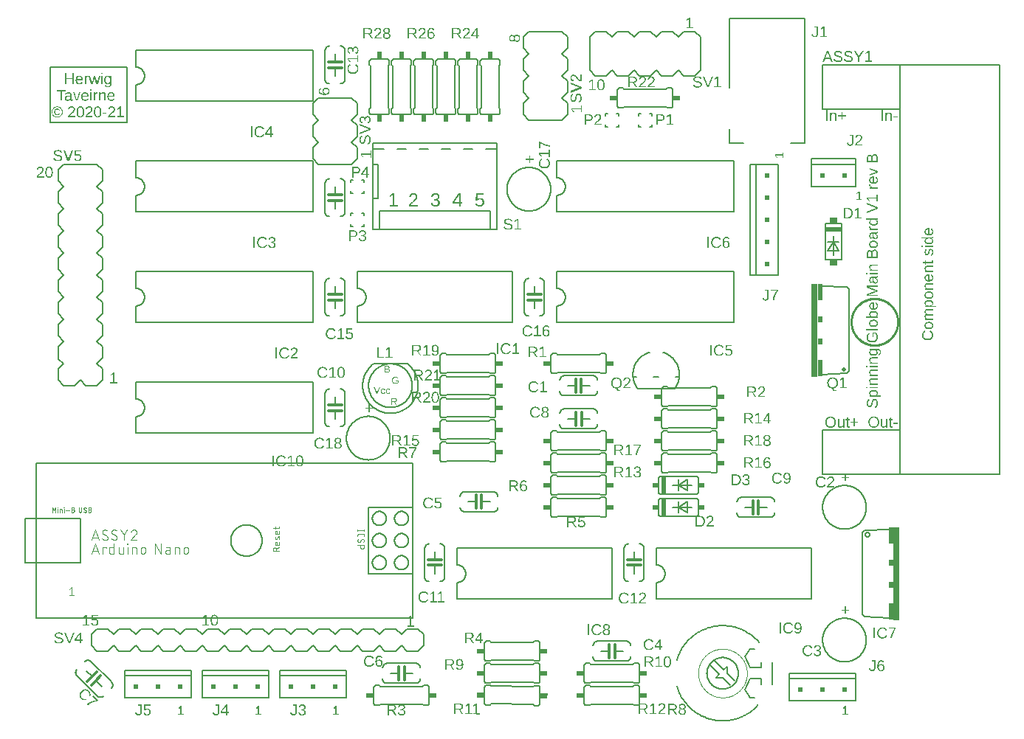
<source format=gbr>
G04 EAGLE Gerber RS-274X export*
G75*
%MOMM*%
%FSLAX34Y34*%
%LPD*%
%INSilkscreen Top*%
%IPPOS*%
%AMOC8*
5,1,8,0,0,1.08239X$1,22.5*%
G01*
G04 Define Apertures*
%ADD10C,0.254000*%
%ADD11C,0.152400*%
%ADD12C,0.127000*%
%ADD13C,0.076200*%
%ADD14C,0.050800*%
%ADD15C,0.101600*%
%ADD16C,0.304800*%
%ADD17R,1.870000X0.508000*%
%ADD18R,0.850000X0.635000*%
%ADD19R,0.508000X2.032000*%
%ADD20R,0.635000X0.508000*%
%ADD21R,0.762000X10.668000*%
%ADD22R,0.508000X1.905000*%
%ADD23R,0.508000X0.762000*%
%ADD24C,0.203200*%
%ADD25R,0.508000X0.508000*%
%ADD26C,0.508000*%
%ADD27R,0.863600X0.609600*%
%ADD28R,0.609600X0.863600*%
G36*
X965200Y532619D02*
X965186Y533138D01*
X965143Y533629D01*
X965071Y534090D01*
X964971Y534522D01*
X964843Y534924D01*
X964685Y535297D01*
X964499Y535641D01*
X964285Y535956D01*
X964045Y536237D01*
X963781Y536481D01*
X963495Y536687D01*
X963187Y536856D01*
X962855Y536987D01*
X962500Y537081D01*
X962123Y537137D01*
X961723Y537156D01*
X961421Y537143D01*
X961132Y537106D01*
X960856Y537044D01*
X960594Y536956D01*
X960345Y536844D01*
X960109Y536707D01*
X959887Y536546D01*
X959678Y536359D01*
X959574Y536246D01*
X959485Y536149D01*
X959312Y535918D01*
X959159Y535666D01*
X959026Y535393D01*
X958913Y535099D01*
X958820Y534784D01*
X958746Y534448D01*
X958692Y534090D01*
X958621Y534363D01*
X958535Y534619D01*
X958433Y534860D01*
X958316Y535084D01*
X958183Y535293D01*
X958036Y535486D01*
X957964Y535564D01*
X957872Y535663D01*
X957694Y535824D01*
X957502Y535968D01*
X957300Y536093D01*
X957086Y536198D01*
X956862Y536284D01*
X956627Y536351D01*
X956380Y536399D01*
X956123Y536428D01*
X955855Y536438D01*
X955492Y536421D01*
X955153Y536370D01*
X954837Y536285D01*
X954544Y536166D01*
X954275Y536013D01*
X954029Y535827D01*
X953807Y535606D01*
X953608Y535351D01*
X953433Y535063D01*
X953280Y534741D01*
X953152Y534384D01*
X953046Y533994D01*
X952965Y533570D01*
X952906Y533111D01*
X952871Y532619D01*
X952859Y532093D01*
X952859Y527609D01*
X965200Y527609D01*
X965200Y532619D01*
G37*
G36*
X965200Y642213D02*
X965186Y642732D01*
X965143Y643223D01*
X965071Y643684D01*
X964971Y644115D01*
X964843Y644518D01*
X964685Y644891D01*
X964499Y645235D01*
X964285Y645550D01*
X964045Y645831D01*
X963781Y646075D01*
X963495Y646281D01*
X963187Y646450D01*
X962855Y646581D01*
X962500Y646675D01*
X962123Y646731D01*
X961723Y646749D01*
X961421Y646737D01*
X961132Y646700D01*
X960856Y646637D01*
X960594Y646550D01*
X960345Y646438D01*
X960109Y646301D01*
X959887Y646139D01*
X959678Y645952D01*
X959574Y645839D01*
X959485Y645743D01*
X959312Y645512D01*
X959159Y645260D01*
X959026Y644987D01*
X958913Y644693D01*
X958820Y644378D01*
X958746Y644041D01*
X958692Y643684D01*
X958621Y643956D01*
X958535Y644213D01*
X958433Y644453D01*
X958316Y644678D01*
X958183Y644887D01*
X958036Y645080D01*
X957964Y645158D01*
X957872Y645257D01*
X957694Y645418D01*
X957502Y645562D01*
X957300Y645686D01*
X957086Y645792D01*
X956862Y645878D01*
X956627Y645945D01*
X956380Y645993D01*
X956123Y646022D01*
X955855Y646031D01*
X955492Y646014D01*
X955153Y645963D01*
X954837Y645879D01*
X954544Y645760D01*
X954275Y645607D01*
X954029Y645420D01*
X953807Y645200D01*
X953608Y644945D01*
X953433Y644657D01*
X953280Y644334D01*
X953152Y643978D01*
X953046Y643588D01*
X952965Y643163D01*
X952906Y642705D01*
X952871Y642213D01*
X952859Y641687D01*
X952859Y637203D01*
X965200Y637203D01*
X965200Y642213D01*
G37*
G36*
X961078Y415310D02*
X961636Y415348D01*
X962152Y415412D01*
X962627Y415502D01*
X963061Y415617D01*
X963453Y415758D01*
X963804Y415924D01*
X964114Y416116D01*
X964385Y416335D01*
X964620Y416583D01*
X964818Y416860D01*
X964981Y417166D01*
X965108Y417501D01*
X965198Y417864D01*
X965252Y418256D01*
X965270Y418678D01*
X965263Y418934D01*
X965241Y419182D01*
X965205Y419423D01*
X965155Y419654D01*
X965090Y419878D01*
X965011Y420093D01*
X964918Y420301D01*
X964810Y420500D01*
X964802Y420512D01*
X964688Y420689D01*
X964552Y420869D01*
X964402Y421037D01*
X964238Y421196D01*
X964059Y421344D01*
X963867Y421482D01*
X963660Y421609D01*
X963440Y421726D01*
X963440Y421743D01*
X964964Y421743D01*
X965298Y421734D01*
X965610Y421706D01*
X965901Y421660D01*
X966171Y421596D01*
X966418Y421513D01*
X966645Y421412D01*
X966850Y421292D01*
X967033Y421154D01*
X967194Y420998D01*
X967334Y420823D01*
X967453Y420630D01*
X967550Y420418D01*
X967625Y420188D01*
X967679Y419939D01*
X967710Y419687D01*
X967712Y419673D01*
X967722Y419387D01*
X967700Y418970D01*
X967634Y418596D01*
X967523Y418263D01*
X967368Y417973D01*
X967171Y417727D01*
X966937Y417529D01*
X966666Y417379D01*
X966356Y417276D01*
X966584Y415691D01*
X966856Y415767D01*
X967112Y415864D01*
X967353Y415981D01*
X967577Y416118D01*
X967785Y416276D01*
X967977Y416455D01*
X968153Y416654D01*
X968314Y416874D01*
X968456Y417113D01*
X968580Y417373D01*
X968685Y417652D01*
X968770Y417951D01*
X968837Y418269D01*
X968884Y418608D01*
X968913Y418966D01*
X968922Y419343D01*
X968907Y419824D01*
X968860Y420273D01*
X968782Y420692D01*
X968673Y421079D01*
X968532Y421436D01*
X968361Y421761D01*
X968158Y422056D01*
X967924Y422319D01*
X967659Y422552D01*
X967362Y422753D01*
X967035Y422924D01*
X966676Y423063D01*
X966286Y423172D01*
X965865Y423249D01*
X965412Y423296D01*
X964929Y423311D01*
X957685Y423311D01*
X956450Y423324D01*
X956023Y423341D01*
X955723Y423364D01*
X955723Y421866D01*
X955931Y421831D01*
X956433Y421796D01*
X957344Y421761D01*
X957344Y421743D01*
X956943Y421521D01*
X956591Y421256D01*
X956288Y420949D01*
X956034Y420600D01*
X955926Y420411D01*
X955833Y420214D01*
X955754Y420008D01*
X955689Y419793D01*
X955639Y419571D01*
X955603Y419340D01*
X955582Y419101D01*
X955574Y418853D01*
X955593Y418418D01*
X955649Y418012D01*
X955743Y417635D01*
X955873Y417286D01*
X956041Y416966D01*
X956247Y416675D01*
X956490Y416412D01*
X956770Y416177D01*
X957089Y415971D01*
X957450Y415792D01*
X957852Y415641D01*
X958295Y415517D01*
X958779Y415421D01*
X959305Y415352D01*
X959871Y415311D01*
X960479Y415297D01*
X961078Y415310D01*
G37*
G36*
X956022Y367848D02*
X956444Y367864D01*
X957659Y367877D01*
X968922Y367877D01*
X968922Y369454D01*
X965218Y369454D01*
X964136Y369445D01*
X963848Y369434D01*
X963729Y369419D01*
X963729Y369463D01*
X963928Y369562D01*
X964115Y369673D01*
X964288Y369796D01*
X964449Y369929D01*
X964597Y370074D01*
X964732Y370230D01*
X964854Y370397D01*
X964964Y370575D01*
X965060Y370765D01*
X965144Y370965D01*
X965214Y371177D01*
X965272Y371401D01*
X965317Y371635D01*
X965349Y371881D01*
X965369Y372138D01*
X965375Y372406D01*
X965356Y372828D01*
X965298Y373223D01*
X965201Y373590D01*
X965065Y373931D01*
X964891Y374244D01*
X964678Y374530D01*
X964426Y374789D01*
X964136Y375020D01*
X963807Y375224D01*
X963439Y375401D01*
X963032Y375551D01*
X962587Y375674D01*
X962103Y375769D01*
X961580Y375837D01*
X961018Y375878D01*
X960418Y375891D01*
X959810Y375878D01*
X959245Y375837D01*
X958721Y375770D01*
X958239Y375675D01*
X957799Y375553D01*
X957401Y375404D01*
X957045Y375228D01*
X956731Y375024D01*
X956455Y374794D01*
X956217Y374536D01*
X956015Y374250D01*
X955850Y373936D01*
X955722Y373595D01*
X955630Y373226D01*
X955575Y372830D01*
X955557Y372406D01*
X955563Y372130D01*
X955582Y371868D01*
X955614Y371620D01*
X955659Y371385D01*
X955716Y371164D01*
X955786Y370957D01*
X955869Y370764D01*
X955964Y370584D01*
X956073Y370415D01*
X956197Y370255D01*
X956489Y369960D01*
X956839Y369699D01*
X957247Y369471D01*
X957247Y369436D01*
X956634Y369415D01*
X955973Y369375D01*
X955723Y369349D01*
X955723Y367825D01*
X956022Y367848D01*
G37*
G36*
X965200Y460068D02*
X964556Y460120D01*
X963729Y460155D01*
X963729Y460173D01*
X964132Y460413D01*
X964476Y460686D01*
X964626Y460835D01*
X964761Y460993D01*
X964881Y461159D01*
X964985Y461333D01*
X965077Y461517D01*
X965156Y461713D01*
X965223Y461920D01*
X965278Y462138D01*
X965320Y462367D01*
X965351Y462608D01*
X965369Y462861D01*
X965375Y463124D01*
X965356Y463546D01*
X965298Y463941D01*
X965201Y464309D01*
X965065Y464649D01*
X964891Y464963D01*
X964678Y465249D01*
X964426Y465507D01*
X964136Y465739D01*
X963807Y465943D01*
X963439Y466120D01*
X963032Y466270D01*
X962587Y466392D01*
X962103Y466488D01*
X961580Y466556D01*
X961018Y466597D01*
X960418Y466610D01*
X959824Y466597D01*
X959269Y466557D01*
X958753Y466491D01*
X958276Y466399D01*
X957838Y466280D01*
X957439Y466135D01*
X957078Y465963D01*
X956757Y465765D01*
X956474Y465539D01*
X956228Y465283D01*
X956020Y464998D01*
X955850Y464682D01*
X955718Y464337D01*
X955624Y463963D01*
X955567Y463558D01*
X955548Y463124D01*
X955554Y462863D01*
X955573Y462612D01*
X955604Y462372D01*
X955647Y462142D01*
X955702Y461924D01*
X955770Y461716D01*
X955850Y461519D01*
X955942Y461333D01*
X956049Y461157D01*
X956172Y460990D01*
X956311Y460831D01*
X956466Y460682D01*
X956637Y460541D01*
X956824Y460409D01*
X957247Y460173D01*
X957247Y460138D01*
X956527Y460164D01*
X955907Y460173D01*
X952202Y460173D01*
X952202Y458596D01*
X963247Y458596D01*
X964475Y458583D01*
X964901Y458567D01*
X965200Y458544D01*
X965200Y460068D01*
G37*
G36*
X961099Y564779D02*
X961654Y564819D01*
X962170Y564885D01*
X962647Y564977D01*
X963085Y565096D01*
X963484Y565241D01*
X963845Y565413D01*
X964167Y565611D01*
X964450Y565837D01*
X964695Y566093D01*
X964903Y566378D01*
X965073Y566694D01*
X965205Y567039D01*
X965300Y567413D01*
X965356Y567818D01*
X965375Y568252D01*
X965369Y568513D01*
X965351Y568764D01*
X965320Y569004D01*
X965277Y569234D01*
X965221Y569452D01*
X965154Y569660D01*
X965073Y569857D01*
X964981Y570043D01*
X964874Y570219D01*
X964752Y570386D01*
X964613Y570545D01*
X964458Y570694D01*
X964287Y570835D01*
X964099Y570967D01*
X963676Y571203D01*
X963676Y571238D01*
X964079Y571246D01*
X964552Y571269D01*
X964968Y571299D01*
X965200Y571326D01*
X965200Y572832D01*
X964901Y572809D01*
X964475Y572793D01*
X963247Y572780D01*
X952202Y572780D01*
X952202Y571203D01*
X956135Y571203D01*
X957195Y571221D01*
X957195Y571203D01*
X956795Y570967D01*
X956452Y570695D01*
X956303Y570546D01*
X956168Y570389D01*
X956048Y570222D01*
X955942Y570047D01*
X955850Y569862D01*
X955770Y569666D01*
X955702Y569458D01*
X955647Y569239D01*
X955604Y569009D01*
X955573Y568768D01*
X955554Y568515D01*
X955548Y568252D01*
X955567Y567830D01*
X955626Y567435D01*
X955722Y567067D01*
X955858Y566727D01*
X956032Y566413D01*
X956245Y566127D01*
X956497Y565869D01*
X956787Y565637D01*
X957117Y565433D01*
X957485Y565256D01*
X957891Y565106D01*
X958337Y564984D01*
X958821Y564888D01*
X959344Y564820D01*
X959905Y564779D01*
X960505Y564766D01*
X961099Y564779D01*
G37*
G36*
X961033Y448189D02*
X961578Y448238D01*
X962088Y448321D01*
X962563Y448437D01*
X963002Y448586D01*
X963406Y448768D01*
X963776Y448983D01*
X964110Y449232D01*
X964406Y449513D01*
X964663Y449825D01*
X964881Y450169D01*
X965059Y450546D01*
X965197Y450953D01*
X965296Y451393D01*
X965355Y451864D01*
X965375Y452367D01*
X965356Y452873D01*
X965299Y453348D01*
X965204Y453792D01*
X965071Y454204D01*
X964900Y454586D01*
X964690Y454937D01*
X964443Y455258D01*
X964158Y455547D01*
X963834Y455803D01*
X963470Y456026D01*
X963066Y456214D01*
X962623Y456368D01*
X962140Y456488D01*
X961617Y456573D01*
X961055Y456624D01*
X960453Y456641D01*
X959845Y456625D01*
X959278Y456577D01*
X958753Y456497D01*
X958269Y456385D01*
X957826Y456241D01*
X957424Y456065D01*
X957063Y455857D01*
X956744Y455617D01*
X956463Y455343D01*
X956221Y455033D01*
X956015Y454687D01*
X955847Y454305D01*
X955716Y453888D01*
X955623Y453434D01*
X955567Y452945D01*
X955548Y452420D01*
X955567Y451905D01*
X955625Y451424D01*
X955721Y450976D01*
X955855Y450561D01*
X956027Y450180D01*
X956238Y449831D01*
X956487Y449516D01*
X956774Y449234D01*
X957100Y448985D01*
X957464Y448769D01*
X957866Y448587D01*
X958307Y448437D01*
X958786Y448321D01*
X959303Y448238D01*
X959859Y448189D01*
X960453Y448172D01*
X961033Y448189D01*
G37*
G36*
X961033Y538876D02*
X961578Y538926D01*
X962088Y539009D01*
X962563Y539124D01*
X963002Y539273D01*
X963406Y539456D01*
X963776Y539671D01*
X964110Y539919D01*
X964406Y540200D01*
X964663Y540513D01*
X964881Y540857D01*
X965059Y541233D01*
X965197Y541641D01*
X965296Y542080D01*
X965355Y542552D01*
X965375Y543055D01*
X965356Y543560D01*
X965299Y544035D01*
X965204Y544479D01*
X965071Y544892D01*
X964900Y545274D01*
X964690Y545625D01*
X964443Y545945D01*
X964158Y546234D01*
X963834Y546491D01*
X963470Y546713D01*
X963066Y546901D01*
X962623Y547055D01*
X962140Y547175D01*
X961617Y547261D01*
X961055Y547312D01*
X960453Y547329D01*
X959845Y547313D01*
X959278Y547265D01*
X958753Y547185D01*
X958269Y547073D01*
X957826Y546929D01*
X957424Y546753D01*
X957063Y546544D01*
X956744Y546304D01*
X956463Y546030D01*
X956221Y545720D01*
X956015Y545374D01*
X955847Y544993D01*
X955716Y544575D01*
X955623Y544122D01*
X955567Y543632D01*
X955548Y543107D01*
X955567Y542593D01*
X955625Y542112D01*
X955721Y541664D01*
X955855Y541249D01*
X956027Y540867D01*
X956238Y540519D01*
X956487Y540204D01*
X956774Y539921D01*
X957100Y539673D01*
X957464Y539457D01*
X957866Y539274D01*
X958307Y539125D01*
X958786Y539009D01*
X959303Y538926D01*
X959859Y538876D01*
X960453Y538859D01*
X961033Y538876D01*
G37*
G36*
X965200Y485254D02*
X956967Y485254D01*
X955312Y485219D01*
X954339Y485193D01*
X955303Y485482D01*
X956792Y485972D01*
X965200Y489204D01*
X965200Y490378D01*
X956792Y493566D01*
X956307Y493742D01*
X955736Y493929D01*
X954339Y494337D01*
X955627Y494278D01*
X956967Y494258D01*
X965200Y494258D01*
X965200Y495764D01*
X952859Y495764D01*
X952859Y493619D01*
X961416Y490395D01*
X961733Y490280D01*
X962314Y490093D01*
X962937Y489908D01*
X963378Y489800D01*
X962524Y489585D01*
X961952Y489420D01*
X961416Y489248D01*
X952859Y485964D01*
X952859Y483765D01*
X965200Y483765D01*
X965200Y485254D01*
G37*
G36*
X962875Y498004D02*
X963177Y498038D01*
X963461Y498094D01*
X963729Y498173D01*
X963978Y498274D01*
X964210Y498397D01*
X964425Y498543D01*
X964622Y498711D01*
X964799Y498902D01*
X964952Y499115D01*
X965081Y499350D01*
X965187Y499607D01*
X965269Y499886D01*
X965328Y500188D01*
X965363Y500511D01*
X965375Y500857D01*
X965368Y501139D01*
X965347Y501409D01*
X965312Y501669D01*
X965262Y501918D01*
X965199Y502156D01*
X965121Y502384D01*
X965030Y502600D01*
X964924Y502806D01*
X964801Y503003D01*
X964659Y503194D01*
X964497Y503379D01*
X964314Y503558D01*
X964112Y503731D01*
X963890Y503897D01*
X963387Y504212D01*
X963387Y504264D01*
X963845Y504312D01*
X964049Y504352D01*
X964238Y504403D01*
X964410Y504465D01*
X964565Y504538D01*
X964705Y504621D01*
X964828Y504715D01*
X964936Y504823D01*
X965029Y504945D01*
X965108Y505081D01*
X965173Y505233D01*
X965223Y505400D01*
X965259Y505582D01*
X965280Y505778D01*
X965288Y505990D01*
X965279Y506299D01*
X965253Y506605D01*
X965209Y506908D01*
X965147Y507207D01*
X964167Y507207D01*
X964213Y506934D01*
X964228Y506690D01*
X964206Y506453D01*
X964139Y506257D01*
X964028Y506103D01*
X963873Y505990D01*
X963674Y505909D01*
X963432Y505852D01*
X963146Y505817D01*
X962818Y505806D01*
X958736Y505806D01*
X958360Y505792D01*
X958007Y505749D01*
X957676Y505679D01*
X957369Y505580D01*
X957084Y505453D01*
X956822Y505298D01*
X956583Y505115D01*
X956367Y504904D01*
X956175Y504664D01*
X956009Y504397D01*
X955868Y504103D01*
X955753Y503780D01*
X955663Y503431D01*
X955599Y503053D01*
X955561Y502648D01*
X955548Y502215D01*
X955558Y501802D01*
X955588Y501412D01*
X955638Y501046D01*
X955708Y500703D01*
X955798Y500383D01*
X955908Y500087D01*
X956038Y499815D01*
X956187Y499565D01*
X956357Y499340D01*
X956547Y499137D01*
X956757Y498958D01*
X956987Y498802D01*
X957236Y498670D01*
X957506Y498561D01*
X957796Y498476D01*
X958106Y498414D01*
X958255Y500060D01*
X958064Y500090D01*
X957887Y500133D01*
X957724Y500187D01*
X957574Y500253D01*
X957437Y500331D01*
X957314Y500422D01*
X957204Y500524D01*
X957107Y500638D01*
X957023Y500768D01*
X956950Y500915D01*
X956888Y501081D01*
X956838Y501265D01*
X956799Y501466D01*
X956770Y501686D01*
X956748Y502180D01*
X956756Y502434D01*
X956779Y502670D01*
X956818Y502889D01*
X956873Y503091D01*
X956943Y503275D01*
X957029Y503441D01*
X957130Y503590D01*
X957247Y503721D01*
X957382Y503836D01*
X957538Y503936D01*
X957714Y504020D01*
X957911Y504089D01*
X958128Y504143D01*
X958366Y504181D01*
X958624Y504204D01*
X958903Y504212D01*
X959419Y504212D01*
X959454Y502083D01*
X959479Y501563D01*
X959527Y501080D01*
X959597Y500634D01*
X959691Y500226D01*
X959808Y499854D01*
X959947Y499519D01*
X960110Y499222D01*
X960295Y498961D01*
X960503Y498734D01*
X960732Y498538D01*
X960983Y498371D01*
X961254Y498235D01*
X961547Y498129D01*
X961862Y498054D01*
X962198Y498008D01*
X962555Y497993D01*
X962875Y498004D01*
G37*
G36*
X962875Y548848D02*
X963177Y548882D01*
X963461Y548938D01*
X963729Y549017D01*
X963978Y549118D01*
X964210Y549241D01*
X964425Y549387D01*
X964622Y549555D01*
X964799Y549746D01*
X964952Y549959D01*
X965081Y550194D01*
X965187Y550451D01*
X965269Y550730D01*
X965328Y551032D01*
X965363Y551355D01*
X965375Y551701D01*
X965368Y551982D01*
X965347Y552253D01*
X965312Y552513D01*
X965262Y552762D01*
X965199Y553000D01*
X965121Y553227D01*
X965030Y553444D01*
X964924Y553650D01*
X964801Y553847D01*
X964659Y554038D01*
X964497Y554223D01*
X964314Y554402D01*
X964112Y554575D01*
X963890Y554741D01*
X963387Y555056D01*
X963387Y555108D01*
X963845Y555156D01*
X964049Y555196D01*
X964238Y555247D01*
X964410Y555309D01*
X964565Y555382D01*
X964705Y555465D01*
X964828Y555559D01*
X964936Y555666D01*
X965029Y555788D01*
X965108Y555925D01*
X965173Y556077D01*
X965223Y556244D01*
X965259Y556425D01*
X965280Y556622D01*
X965288Y556834D01*
X965279Y557143D01*
X965253Y557449D01*
X965209Y557752D01*
X965147Y558051D01*
X964167Y558051D01*
X964213Y557777D01*
X964228Y557534D01*
X964206Y557297D01*
X964139Y557101D01*
X964028Y556946D01*
X963873Y556834D01*
X963674Y556753D01*
X963432Y556696D01*
X963146Y556661D01*
X962818Y556650D01*
X958736Y556650D01*
X958360Y556636D01*
X958007Y556593D01*
X957676Y556523D01*
X957369Y556424D01*
X957084Y556297D01*
X956822Y556142D01*
X956583Y555959D01*
X956367Y555747D01*
X956175Y555508D01*
X956009Y555241D01*
X955868Y554946D01*
X955753Y554624D01*
X955663Y554274D01*
X955599Y553897D01*
X955561Y553491D01*
X955548Y553059D01*
X955558Y552646D01*
X955588Y552256D01*
X955638Y551890D01*
X955708Y551547D01*
X955798Y551227D01*
X955908Y550931D01*
X956038Y550658D01*
X956187Y550409D01*
X956357Y550183D01*
X956547Y549981D01*
X956757Y549802D01*
X956987Y549646D01*
X957236Y549514D01*
X957506Y549405D01*
X957796Y549319D01*
X958106Y549257D01*
X958255Y550904D01*
X958064Y550934D01*
X957887Y550976D01*
X957724Y551030D01*
X957574Y551097D01*
X957437Y551175D01*
X957314Y551265D01*
X957204Y551368D01*
X957107Y551482D01*
X957023Y551612D01*
X956950Y551759D01*
X956888Y551925D01*
X956838Y552108D01*
X956799Y552310D01*
X956770Y552530D01*
X956748Y553024D01*
X956756Y553278D01*
X956779Y553514D01*
X956818Y553733D01*
X956873Y553934D01*
X956943Y554118D01*
X957029Y554285D01*
X957130Y554434D01*
X957247Y554565D01*
X957382Y554680D01*
X957538Y554780D01*
X957714Y554864D01*
X957911Y554933D01*
X958128Y554987D01*
X958366Y555025D01*
X958624Y555048D01*
X958903Y555056D01*
X959419Y555056D01*
X959454Y552927D01*
X959479Y552407D01*
X959527Y551924D01*
X959597Y551478D01*
X959691Y551069D01*
X959808Y550698D01*
X959947Y550363D01*
X960110Y550065D01*
X960295Y549805D01*
X960503Y549578D01*
X960732Y549381D01*
X960983Y549215D01*
X961254Y549079D01*
X961547Y548973D01*
X961862Y548897D01*
X962198Y548852D01*
X962555Y548837D01*
X962875Y548848D01*
G37*
G36*
X959455Y430395D02*
X959922Y430430D01*
X960372Y430487D01*
X960807Y430568D01*
X961225Y430672D01*
X961627Y430800D01*
X962014Y430950D01*
X962384Y431123D01*
X962736Y431319D01*
X963067Y431535D01*
X963376Y431772D01*
X963664Y432029D01*
X963931Y432307D01*
X964177Y432606D01*
X964401Y432925D01*
X964604Y433265D01*
X964785Y433624D01*
X964942Y433999D01*
X965074Y434391D01*
X965183Y434800D01*
X965267Y435225D01*
X965327Y435668D01*
X965363Y436126D01*
X965375Y436602D01*
X965367Y437014D01*
X965341Y437419D01*
X965298Y437816D01*
X965238Y438206D01*
X965161Y438588D01*
X965067Y438963D01*
X964956Y439330D01*
X964828Y439689D01*
X964684Y440038D01*
X964526Y440373D01*
X964354Y440695D01*
X964168Y441002D01*
X963967Y441296D01*
X963753Y441575D01*
X963524Y441841D01*
X963282Y442094D01*
X959025Y442094D01*
X959025Y436865D01*
X960427Y436865D01*
X960427Y440552D01*
X962651Y440552D01*
X962950Y440203D01*
X963216Y439804D01*
X963449Y439356D01*
X963650Y438857D01*
X963811Y438324D01*
X963926Y437770D01*
X963995Y437196D01*
X964018Y436602D01*
X963996Y436086D01*
X963933Y435600D01*
X963827Y435142D01*
X963679Y434712D01*
X963489Y434312D01*
X963256Y433940D01*
X962982Y433597D01*
X962664Y433282D01*
X962311Y433001D01*
X961926Y432757D01*
X961511Y432551D01*
X961065Y432383D01*
X960588Y432251D01*
X960080Y432158D01*
X959542Y432101D01*
X958973Y432083D01*
X958402Y432100D01*
X957865Y432153D01*
X957361Y432241D01*
X956889Y432365D01*
X956451Y432524D01*
X956045Y432718D01*
X955673Y432948D01*
X955334Y433212D01*
X955031Y433511D01*
X954768Y433840D01*
X954546Y434201D01*
X954365Y434594D01*
X954223Y435018D01*
X954122Y435474D01*
X954062Y435961D01*
X954042Y436479D01*
X954049Y436816D01*
X954072Y437139D01*
X954109Y437447D01*
X954162Y437742D01*
X954230Y438022D01*
X954313Y438288D01*
X954410Y438540D01*
X954523Y438778D01*
X954653Y439003D01*
X954800Y439216D01*
X954965Y439415D01*
X955147Y439603D01*
X955348Y439778D01*
X955566Y439940D01*
X955802Y440090D01*
X956056Y440228D01*
X955583Y441822D01*
X955215Y441640D01*
X954873Y441439D01*
X954557Y441221D01*
X954267Y440983D01*
X954003Y440728D01*
X953765Y440454D01*
X953553Y440162D01*
X953367Y439851D01*
X953205Y439520D01*
X953065Y439164D01*
X952946Y438784D01*
X952848Y438380D01*
X952773Y437952D01*
X952719Y437500D01*
X952686Y437023D01*
X952675Y436523D01*
X952682Y436164D01*
X952701Y435814D01*
X952733Y435475D01*
X952778Y435146D01*
X952836Y434828D01*
X952907Y434519D01*
X952990Y434221D01*
X953087Y433933D01*
X953196Y433655D01*
X953319Y433387D01*
X953454Y433130D01*
X953602Y432882D01*
X953762Y432645D01*
X953936Y432418D01*
X954322Y431995D01*
X954755Y431617D01*
X954987Y431447D01*
X955230Y431290D01*
X955484Y431145D01*
X955748Y431013D01*
X956023Y430893D01*
X956308Y430786D01*
X956604Y430692D01*
X956910Y430610D01*
X957228Y430541D01*
X957555Y430484D01*
X957894Y430440D01*
X958243Y430409D01*
X958602Y430390D01*
X958973Y430383D01*
X959455Y430395D01*
G37*
G36*
X960999Y468135D02*
X961559Y468187D01*
X962082Y468273D01*
X962566Y468393D01*
X963012Y468548D01*
X963420Y468737D01*
X963791Y468960D01*
X964123Y469217D01*
X964416Y469508D01*
X964671Y469830D01*
X964886Y470183D01*
X965062Y470567D01*
X965199Y470983D01*
X965297Y471430D01*
X965356Y471909D01*
X965375Y472419D01*
X965366Y472787D01*
X965340Y473138D01*
X965296Y473472D01*
X965235Y473790D01*
X965156Y474091D01*
X965060Y474374D01*
X964946Y474641D01*
X964815Y474891D01*
X964666Y475124D01*
X964499Y475340D01*
X964315Y475539D01*
X964114Y475721D01*
X963895Y475887D01*
X963659Y476035D01*
X963405Y476167D01*
X963133Y476281D01*
X962739Y474897D01*
X963041Y474763D01*
X963315Y474579D01*
X963562Y474345D01*
X963781Y474061D01*
X963878Y473900D01*
X963961Y473727D01*
X964032Y473541D01*
X964090Y473342D01*
X964135Y473130D01*
X964167Y472906D01*
X964186Y472669D01*
X964193Y472419D01*
X964179Y472104D01*
X964138Y471809D01*
X964068Y471534D01*
X963972Y471278D01*
X963847Y471041D01*
X963695Y470824D01*
X963516Y470626D01*
X963308Y470448D01*
X963075Y470290D01*
X962819Y470153D01*
X962540Y470037D01*
X962237Y469942D01*
X961912Y469868D01*
X961562Y469816D01*
X961190Y469784D01*
X960794Y469774D01*
X960794Y476535D01*
X960584Y476535D01*
X959974Y476519D01*
X959404Y476470D01*
X958873Y476388D01*
X958381Y476274D01*
X957928Y476127D01*
X957515Y475948D01*
X957142Y475736D01*
X956807Y475491D01*
X956512Y475213D01*
X956256Y474903D01*
X956040Y474561D01*
X955863Y474185D01*
X955725Y473777D01*
X955627Y473337D01*
X955568Y472863D01*
X955548Y472357D01*
X955568Y471862D01*
X955626Y471396D01*
X955724Y470959D01*
X955861Y470552D01*
X956037Y470174D01*
X956253Y469826D01*
X956507Y469507D01*
X956801Y469217D01*
X957131Y468960D01*
X957495Y468737D01*
X957894Y468548D01*
X958327Y468393D01*
X958794Y468273D01*
X959295Y468187D01*
X959831Y468135D01*
X960400Y468118D01*
X960999Y468135D01*
G37*
G36*
X960999Y612604D02*
X961559Y612656D01*
X962082Y612742D01*
X962566Y612862D01*
X963012Y613016D01*
X963420Y613205D01*
X963791Y613429D01*
X964123Y613686D01*
X964416Y613977D01*
X964671Y614298D01*
X964886Y614652D01*
X965062Y615036D01*
X965199Y615452D01*
X965297Y615899D01*
X965356Y616378D01*
X965375Y616887D01*
X965366Y617256D01*
X965340Y617607D01*
X965296Y617941D01*
X965235Y618259D01*
X965156Y618559D01*
X965060Y618843D01*
X964946Y619110D01*
X964815Y619360D01*
X964666Y619592D01*
X964499Y619809D01*
X964315Y620008D01*
X964114Y620190D01*
X963895Y620355D01*
X963659Y620504D01*
X963405Y620635D01*
X963133Y620750D01*
X962739Y619366D01*
X963041Y619232D01*
X963315Y619048D01*
X963562Y618813D01*
X963781Y618530D01*
X963878Y618369D01*
X963961Y618195D01*
X964032Y618009D01*
X964090Y617810D01*
X964135Y617599D01*
X964167Y617374D01*
X964186Y617137D01*
X964193Y616887D01*
X964179Y616573D01*
X964138Y616278D01*
X964068Y616003D01*
X963972Y615747D01*
X963847Y615510D01*
X963695Y615293D01*
X963516Y615095D01*
X963308Y614917D01*
X963075Y614759D01*
X962819Y614622D01*
X962540Y614506D01*
X962237Y614411D01*
X961912Y614337D01*
X961562Y614285D01*
X961190Y614253D01*
X960794Y614242D01*
X960794Y621004D01*
X960584Y621004D01*
X959974Y620988D01*
X959404Y620939D01*
X958873Y620857D01*
X958381Y620743D01*
X957928Y620596D01*
X957515Y620416D01*
X957142Y620204D01*
X956807Y619959D01*
X956512Y619682D01*
X956256Y619372D01*
X956040Y619029D01*
X955863Y618654D01*
X955725Y618246D01*
X955627Y617805D01*
X955568Y617332D01*
X955548Y616826D01*
X955568Y616331D01*
X955626Y615865D01*
X955724Y615428D01*
X955861Y615021D01*
X956037Y614643D01*
X956253Y614295D01*
X956507Y613976D01*
X956801Y613686D01*
X957131Y613429D01*
X957495Y613205D01*
X957894Y613016D01*
X958327Y612862D01*
X958794Y612742D01*
X959295Y612656D01*
X959831Y612604D01*
X960400Y612587D01*
X960999Y612604D01*
G37*
G36*
X962619Y355619D02*
X962975Y355753D01*
X963305Y355917D01*
X963611Y356111D01*
X963893Y356334D01*
X964150Y356587D01*
X964383Y356869D01*
X964591Y357181D01*
X964775Y357522D01*
X964934Y357894D01*
X965069Y358295D01*
X965179Y358725D01*
X965265Y359185D01*
X965326Y359675D01*
X965363Y360194D01*
X965375Y360743D01*
X965361Y361333D01*
X965317Y361888D01*
X965243Y362410D01*
X965141Y362897D01*
X965009Y363350D01*
X964848Y363769D01*
X964658Y364154D01*
X964438Y364505D01*
X964192Y364818D01*
X963921Y365090D01*
X963627Y365319D01*
X963308Y365507D01*
X962966Y365653D01*
X962599Y365757D01*
X962208Y365820D01*
X961793Y365841D01*
X961467Y365829D01*
X961162Y365794D01*
X960880Y365735D01*
X960619Y365653D01*
X960378Y365549D01*
X960153Y365428D01*
X959944Y365289D01*
X959752Y365131D01*
X959575Y364958D01*
X959413Y364769D01*
X959264Y364566D01*
X959130Y364348D01*
X958893Y363880D01*
X958688Y363380D01*
X958513Y362851D01*
X958364Y362298D01*
X958097Y361164D01*
X957916Y360385D01*
X957750Y359747D01*
X957598Y359251D01*
X957462Y358895D01*
X957326Y358627D01*
X957175Y358393D01*
X957010Y358192D01*
X956831Y358024D01*
X956633Y357892D01*
X956410Y357797D01*
X956162Y357741D01*
X955890Y357722D01*
X955654Y357734D01*
X955434Y357770D01*
X955228Y357831D01*
X955038Y357917D01*
X954863Y358026D01*
X954702Y358160D01*
X954557Y358319D01*
X954427Y358501D01*
X954312Y358707D01*
X954212Y358935D01*
X954128Y359184D01*
X954059Y359456D01*
X954006Y359749D01*
X953967Y360065D01*
X953944Y360402D01*
X953937Y360761D01*
X953943Y361089D01*
X953964Y361399D01*
X953999Y361690D01*
X954047Y361963D01*
X954109Y362218D01*
X954185Y362454D01*
X954275Y362672D01*
X954379Y362872D01*
X954498Y363055D01*
X954634Y363222D01*
X954786Y363374D01*
X954956Y363511D01*
X955142Y363633D01*
X955345Y363739D01*
X955565Y363830D01*
X955802Y363905D01*
X955513Y365552D01*
X955140Y365430D01*
X954795Y365287D01*
X954478Y365123D01*
X954189Y364939D01*
X953929Y364733D01*
X953698Y364507D01*
X953494Y364260D01*
X953319Y363993D01*
X953168Y363699D01*
X953037Y363375D01*
X952927Y363019D01*
X952836Y362633D01*
X952766Y362216D01*
X952716Y361768D01*
X952685Y361288D01*
X952675Y360778D01*
X952689Y360230D01*
X952729Y359714D01*
X952796Y359231D01*
X952890Y358780D01*
X953011Y358363D01*
X953158Y357978D01*
X953332Y357625D01*
X953534Y357306D01*
X953760Y357021D01*
X954008Y356775D01*
X954280Y356566D01*
X954574Y356396D01*
X954891Y356263D01*
X955230Y356168D01*
X955592Y356112D01*
X955977Y356093D01*
X956313Y356107D01*
X956630Y356151D01*
X956926Y356223D01*
X957203Y356325D01*
X957462Y356454D01*
X957704Y356608D01*
X957929Y356789D01*
X958136Y356995D01*
X958331Y357234D01*
X958516Y357513D01*
X958692Y357831D01*
X958859Y358190D01*
X959021Y358613D01*
X959183Y359124D01*
X959345Y359723D01*
X959507Y360411D01*
X959866Y361943D01*
X959954Y362277D01*
X960052Y362587D01*
X960160Y362873D01*
X960278Y363134D01*
X960409Y363370D01*
X960556Y363578D01*
X960719Y363758D01*
X960900Y363910D01*
X961102Y364030D01*
X961333Y364117D01*
X961593Y364168D01*
X961881Y364186D01*
X962142Y364172D01*
X962387Y364130D01*
X962615Y364062D01*
X962828Y363965D01*
X963024Y363842D01*
X963203Y363690D01*
X963367Y363512D01*
X963514Y363305D01*
X963644Y363074D01*
X963757Y362819D01*
X963853Y362541D01*
X963931Y362240D01*
X963992Y361916D01*
X964035Y361569D01*
X964061Y361198D01*
X964070Y360805D01*
X964062Y360423D01*
X964038Y360062D01*
X963997Y359721D01*
X963940Y359401D01*
X963867Y359102D01*
X963777Y358823D01*
X963671Y358564D01*
X963549Y358326D01*
X963410Y358108D01*
X963252Y357910D01*
X963075Y357732D01*
X962880Y357573D01*
X962667Y357434D01*
X962435Y357314D01*
X962184Y357215D01*
X961916Y357135D01*
X962240Y355515D01*
X962619Y355619D01*
G37*
G36*
X965200Y584065D02*
X965200Y585799D01*
X952859Y590835D01*
X952859Y589075D01*
X961548Y585677D01*
X963729Y584941D01*
X961548Y584205D01*
X952859Y580789D01*
X952859Y579029D01*
X965200Y584065D01*
G37*
G36*
X955988Y381852D02*
X956413Y381868D01*
X957747Y381881D01*
X965200Y381881D01*
X965200Y383458D01*
X959708Y383458D01*
X959372Y383468D01*
X959054Y383499D01*
X958756Y383550D01*
X958476Y383622D01*
X958215Y383714D01*
X957973Y383827D01*
X957749Y383961D01*
X957545Y384115D01*
X957362Y384286D01*
X957204Y384473D01*
X957070Y384675D01*
X956960Y384892D01*
X956875Y385124D01*
X956814Y385371D01*
X956778Y385633D01*
X956766Y385910D01*
X956780Y386276D01*
X956822Y386596D01*
X956894Y386868D01*
X956993Y387093D01*
X957125Y387280D01*
X957293Y387441D01*
X957497Y387574D01*
X957738Y387679D01*
X958022Y387760D01*
X958360Y387817D01*
X958749Y387852D01*
X959192Y387863D01*
X965200Y387863D01*
X965200Y389449D01*
X958885Y389449D01*
X958454Y389437D01*
X958055Y389403D01*
X957687Y389347D01*
X957351Y389268D01*
X957047Y389166D01*
X956774Y389042D01*
X956533Y388895D01*
X956323Y388726D01*
X956142Y388532D01*
X955984Y388312D01*
X955851Y388066D01*
X955742Y387794D01*
X955657Y387496D01*
X955597Y387172D01*
X955560Y386821D01*
X955548Y386444D01*
X955554Y386185D01*
X955574Y385936D01*
X955605Y385698D01*
X955650Y385471D01*
X955707Y385255D01*
X955777Y385049D01*
X955860Y384855D01*
X955955Y384671D01*
X956066Y384495D01*
X956195Y384325D01*
X956342Y384159D01*
X956506Y384000D01*
X956889Y383696D01*
X957344Y383414D01*
X957344Y383388D01*
X956402Y383357D01*
X955960Y383335D01*
X955723Y383318D01*
X955723Y381829D01*
X955988Y381852D01*
G37*
G36*
X955988Y391820D02*
X956413Y391837D01*
X957747Y391850D01*
X965200Y391850D01*
X965200Y393427D01*
X959708Y393427D01*
X959372Y393437D01*
X959054Y393468D01*
X958756Y393519D01*
X958476Y393591D01*
X958215Y393683D01*
X957973Y393796D01*
X957749Y393929D01*
X957545Y394083D01*
X957362Y394255D01*
X957204Y394442D01*
X957070Y394644D01*
X956960Y394861D01*
X956875Y395093D01*
X956814Y395340D01*
X956778Y395602D01*
X956766Y395879D01*
X956780Y396245D01*
X956822Y396564D01*
X956894Y396836D01*
X956993Y397061D01*
X957125Y397249D01*
X957293Y397409D01*
X957497Y397542D01*
X957738Y397648D01*
X958022Y397729D01*
X958360Y397786D01*
X958749Y397821D01*
X959192Y397832D01*
X965200Y397832D01*
X965200Y399417D01*
X958885Y399417D01*
X958454Y399406D01*
X958055Y399372D01*
X957687Y399316D01*
X957351Y399237D01*
X957047Y399135D01*
X956774Y399011D01*
X956533Y398864D01*
X956323Y398695D01*
X956142Y398501D01*
X955984Y398281D01*
X955851Y398035D01*
X955742Y397763D01*
X955657Y397465D01*
X955597Y397140D01*
X955560Y396790D01*
X955548Y396413D01*
X955554Y396154D01*
X955574Y395905D01*
X955605Y395667D01*
X955650Y395440D01*
X955707Y395224D01*
X955777Y395018D01*
X955860Y394823D01*
X955955Y394640D01*
X956066Y394464D01*
X956195Y394293D01*
X956342Y394128D01*
X956506Y393968D01*
X956889Y393665D01*
X957344Y393383D01*
X957344Y393356D01*
X956402Y393326D01*
X955960Y393304D01*
X955723Y393286D01*
X955723Y391797D01*
X955988Y391820D01*
G37*
G36*
X955988Y405789D02*
X956413Y405806D01*
X957747Y405819D01*
X965200Y405819D01*
X965200Y407395D01*
X959708Y407395D01*
X959372Y407406D01*
X959054Y407436D01*
X958756Y407488D01*
X958476Y407559D01*
X958215Y407652D01*
X957973Y407765D01*
X957749Y407898D01*
X957545Y408052D01*
X957362Y408224D01*
X957204Y408411D01*
X957070Y408613D01*
X956960Y408829D01*
X956875Y409061D01*
X956814Y409308D01*
X956778Y409571D01*
X956766Y409848D01*
X956780Y410214D01*
X956822Y410533D01*
X956894Y410805D01*
X956993Y411030D01*
X957125Y411218D01*
X957293Y411378D01*
X957497Y411511D01*
X957738Y411617D01*
X958022Y411697D01*
X958360Y411755D01*
X958749Y411789D01*
X959192Y411801D01*
X965200Y411801D01*
X965200Y413386D01*
X958885Y413386D01*
X958454Y413375D01*
X958055Y413341D01*
X957687Y413284D01*
X957351Y413205D01*
X957047Y413104D01*
X956774Y412980D01*
X956533Y412833D01*
X956323Y412664D01*
X956142Y412470D01*
X955984Y412250D01*
X955851Y412004D01*
X955742Y411732D01*
X955657Y411434D01*
X955597Y411109D01*
X955560Y410759D01*
X955548Y410382D01*
X955554Y410122D01*
X955574Y409874D01*
X955605Y409636D01*
X955650Y409409D01*
X955707Y409192D01*
X955777Y408987D01*
X955860Y408792D01*
X955955Y408608D01*
X956066Y408433D01*
X956195Y408262D01*
X956342Y408097D01*
X956506Y407937D01*
X956889Y407634D01*
X957344Y407351D01*
X957344Y407325D01*
X956402Y407295D01*
X955960Y407273D01*
X955723Y407255D01*
X955723Y405766D01*
X955988Y405789D01*
G37*
G36*
X955988Y512414D02*
X956413Y512431D01*
X957747Y512444D01*
X965200Y512444D01*
X965200Y514020D01*
X959708Y514020D01*
X959372Y514031D01*
X959054Y514061D01*
X958756Y514113D01*
X958476Y514184D01*
X958215Y514277D01*
X957973Y514390D01*
X957749Y514523D01*
X957545Y514677D01*
X957362Y514849D01*
X957204Y515036D01*
X957070Y515238D01*
X956960Y515454D01*
X956875Y515686D01*
X956814Y515933D01*
X956778Y516196D01*
X956766Y516473D01*
X956780Y516839D01*
X956822Y517158D01*
X956894Y517430D01*
X956993Y517655D01*
X957125Y517843D01*
X957293Y518003D01*
X957497Y518136D01*
X957738Y518242D01*
X958022Y518322D01*
X958360Y518380D01*
X958749Y518414D01*
X959192Y518426D01*
X965200Y518426D01*
X965200Y520011D01*
X958885Y520011D01*
X958454Y520000D01*
X958055Y519966D01*
X957687Y519909D01*
X957351Y519830D01*
X957047Y519729D01*
X956774Y519605D01*
X956533Y519458D01*
X956323Y519289D01*
X956142Y519095D01*
X955984Y518875D01*
X955851Y518629D01*
X955742Y518357D01*
X955657Y518059D01*
X955597Y517734D01*
X955560Y517384D01*
X955548Y517007D01*
X955554Y516747D01*
X955574Y516499D01*
X955605Y516261D01*
X955650Y516034D01*
X955707Y515817D01*
X955777Y515612D01*
X955860Y515417D01*
X955955Y515233D01*
X956066Y515058D01*
X956195Y514887D01*
X956342Y514722D01*
X956506Y514562D01*
X956889Y514259D01*
X957344Y513976D01*
X957344Y513950D01*
X956402Y513920D01*
X955960Y513898D01*
X955723Y513880D01*
X955723Y512391D01*
X955988Y512414D01*
G37*
%LPC*%
G36*
X959987Y449837D02*
X959553Y449866D01*
X959151Y449914D01*
X958781Y449982D01*
X958443Y450069D01*
X958137Y450175D01*
X957862Y450300D01*
X957620Y450445D01*
X957407Y450611D01*
X957223Y450801D01*
X957067Y451016D01*
X956940Y451254D01*
X956840Y451516D01*
X956770Y451802D01*
X956727Y452112D01*
X956713Y452446D01*
X956727Y452778D01*
X956769Y453084D01*
X956838Y453366D01*
X956935Y453623D01*
X957060Y453855D01*
X957213Y454063D01*
X957394Y454246D01*
X957602Y454404D01*
X957841Y454540D01*
X958114Y454659D01*
X958420Y454759D01*
X958759Y454841D01*
X959132Y454904D01*
X959539Y454950D01*
X959979Y454977D01*
X960453Y454986D01*
X960921Y454977D01*
X961357Y454948D01*
X961761Y454901D01*
X962132Y454834D01*
X962472Y454748D01*
X962780Y454644D01*
X963056Y454520D01*
X963299Y454377D01*
X963513Y454213D01*
X963698Y454022D01*
X963854Y453807D01*
X963983Y453566D01*
X964082Y453300D01*
X964153Y453009D01*
X964196Y452692D01*
X964210Y452350D01*
X964196Y452034D01*
X964151Y451741D01*
X964078Y451469D01*
X963975Y451219D01*
X963843Y450991D01*
X963681Y450784D01*
X963489Y450599D01*
X963269Y450436D01*
X963019Y450293D01*
X962740Y450170D01*
X962431Y450065D01*
X962094Y449980D01*
X961727Y449913D01*
X961332Y449865D01*
X960907Y449837D01*
X960453Y449827D01*
X959987Y449837D01*
G37*
G36*
X959987Y540524D02*
X959553Y540553D01*
X959151Y540602D01*
X958781Y540669D01*
X958443Y540756D01*
X958137Y540862D01*
X957862Y540988D01*
X957620Y541132D01*
X957407Y541299D01*
X957223Y541489D01*
X957067Y541703D01*
X956940Y541941D01*
X956840Y542204D01*
X956770Y542490D01*
X956727Y542800D01*
X956713Y543134D01*
X956727Y543465D01*
X956769Y543772D01*
X956838Y544054D01*
X956935Y544311D01*
X957060Y544543D01*
X957213Y544750D01*
X957394Y544933D01*
X957602Y545091D01*
X957841Y545228D01*
X958114Y545346D01*
X958420Y545446D01*
X958759Y545528D01*
X959132Y545592D01*
X959539Y545637D01*
X959979Y545665D01*
X960453Y545674D01*
X960921Y545664D01*
X961357Y545636D01*
X961761Y545588D01*
X962132Y545521D01*
X962472Y545436D01*
X962780Y545331D01*
X963056Y545208D01*
X963299Y545065D01*
X963513Y544900D01*
X963698Y544710D01*
X963854Y544494D01*
X963983Y544254D01*
X964082Y543988D01*
X964153Y543696D01*
X964196Y543379D01*
X964210Y543037D01*
X964196Y542722D01*
X964151Y542428D01*
X964078Y542156D01*
X963975Y541906D01*
X963843Y541678D01*
X963681Y541471D01*
X963489Y541287D01*
X963269Y541124D01*
X963019Y540981D01*
X962740Y540857D01*
X962431Y540753D01*
X962094Y540667D01*
X961727Y540600D01*
X961332Y540553D01*
X960907Y540524D01*
X960453Y540515D01*
X959987Y540524D01*
G37*
%LPD*%
G36*
X965200Y600019D02*
X963860Y600019D01*
X963860Y597015D01*
X952859Y597015D01*
X952859Y595561D01*
X954865Y592644D01*
X956354Y592644D01*
X954366Y595429D01*
X963860Y595429D01*
X963860Y592285D01*
X965200Y592285D01*
X965200Y600019D01*
G37*
%LPC*%
G36*
X960089Y460182D02*
X959644Y460211D01*
X959232Y460258D01*
X958854Y460325D01*
X958510Y460410D01*
X958199Y460515D01*
X957921Y460639D01*
X957676Y460781D01*
X957463Y460945D01*
X957278Y461131D01*
X957121Y461340D01*
X956993Y461571D01*
X956894Y461825D01*
X956822Y462101D01*
X956780Y462400D01*
X956766Y462721D01*
X956779Y463007D01*
X956819Y463272D01*
X956886Y463516D01*
X956980Y463740D01*
X957101Y463943D01*
X957248Y464126D01*
X957423Y464288D01*
X957624Y464429D01*
X957856Y464553D01*
X958124Y464659D01*
X958427Y464750D01*
X958765Y464824D01*
X959138Y464881D01*
X959547Y464922D01*
X959991Y464947D01*
X960470Y464955D01*
X960948Y464947D01*
X961391Y464922D01*
X961800Y464880D01*
X962175Y464822D01*
X962515Y464748D01*
X962821Y464657D01*
X963093Y464549D01*
X963330Y464425D01*
X963536Y464282D01*
X963715Y464119D01*
X963866Y463935D01*
X963990Y463730D01*
X964087Y463504D01*
X964155Y463258D01*
X964197Y462991D01*
X964210Y462704D01*
X964196Y462381D01*
X964155Y462080D01*
X964085Y461804D01*
X963988Y461550D01*
X963863Y461320D01*
X963710Y461113D01*
X963530Y460929D01*
X963321Y460768D01*
X963084Y460629D01*
X962816Y460508D01*
X962517Y460405D01*
X962188Y460322D01*
X961829Y460256D01*
X961439Y460210D01*
X961018Y460182D01*
X960567Y460173D01*
X960089Y460182D01*
G37*
G36*
X959975Y566429D02*
X959532Y566454D01*
X959123Y566496D01*
X958748Y566554D01*
X958408Y566628D01*
X958102Y566719D01*
X957830Y566827D01*
X957593Y566951D01*
X957387Y567094D01*
X957208Y567257D01*
X957057Y567441D01*
X956933Y567646D01*
X956837Y567872D01*
X956768Y568118D01*
X956727Y568385D01*
X956713Y568672D01*
X956727Y568991D01*
X956768Y569288D01*
X956836Y569563D01*
X956932Y569815D01*
X957055Y570045D01*
X957206Y570252D01*
X957384Y570437D01*
X957589Y570599D01*
X957824Y570741D01*
X958090Y570863D01*
X958387Y570967D01*
X958717Y571052D01*
X959077Y571118D01*
X959469Y571165D01*
X959893Y571194D01*
X960348Y571203D01*
X960820Y571194D01*
X961260Y571165D01*
X961669Y571118D01*
X962045Y571052D01*
X962389Y570967D01*
X962701Y570863D01*
X962981Y570741D01*
X963229Y570599D01*
X963256Y570579D01*
X963447Y570436D01*
X963636Y570251D01*
X963795Y570042D01*
X963926Y569811D01*
X964027Y569556D01*
X964100Y569279D01*
X964143Y568978D01*
X964158Y568655D01*
X964144Y568369D01*
X964104Y568104D01*
X964037Y567860D01*
X963943Y567636D01*
X963822Y567433D01*
X963675Y567250D01*
X963501Y567088D01*
X963299Y566947D01*
X963067Y566823D01*
X962800Y566717D01*
X962497Y566626D01*
X962159Y566552D01*
X961785Y566495D01*
X961376Y566454D01*
X960932Y566429D01*
X960453Y566421D01*
X959975Y566429D01*
G37*
G36*
X959937Y369471D02*
X959361Y369523D01*
X958849Y369609D01*
X958399Y369730D01*
X958008Y369884D01*
X957673Y370069D01*
X957393Y370287D01*
X957168Y370536D01*
X957076Y370674D01*
X956996Y370826D01*
X956928Y370990D01*
X956873Y371167D01*
X956830Y371357D01*
X956799Y371560D01*
X956780Y371775D01*
X956774Y372003D01*
X956788Y372284D01*
X956827Y372546D01*
X956894Y372788D01*
X956987Y373010D01*
X957106Y373212D01*
X957252Y373395D01*
X957425Y373558D01*
X957624Y373702D01*
X957854Y373827D01*
X958119Y373936D01*
X958420Y374027D01*
X958756Y374103D01*
X959127Y374161D01*
X959534Y374203D01*
X959976Y374228D01*
X960453Y374236D01*
X960943Y374228D01*
X961396Y374202D01*
X961812Y374160D01*
X962193Y374101D01*
X962536Y374026D01*
X962843Y373933D01*
X963114Y373824D01*
X963348Y373697D01*
X963550Y373553D01*
X963725Y373388D01*
X963873Y373204D01*
X963995Y373000D01*
X964089Y372776D01*
X964156Y372532D01*
X964197Y372269D01*
X964210Y371985D01*
X964196Y371662D01*
X964155Y371362D01*
X964086Y371085D01*
X963989Y370831D01*
X963865Y370601D01*
X963713Y370394D01*
X963533Y370210D01*
X963326Y370050D01*
X963089Y369910D01*
X962822Y369789D01*
X962524Y369687D01*
X962196Y369603D01*
X961837Y369538D01*
X961447Y369491D01*
X961027Y369463D01*
X960576Y369454D01*
X959937Y369471D01*
G37*
G36*
X959988Y416935D02*
X959549Y416961D01*
X959143Y417004D01*
X958771Y417064D01*
X958434Y417142D01*
X958130Y417236D01*
X957860Y417349D01*
X957624Y417478D01*
X957419Y417626D01*
X957241Y417795D01*
X957090Y417984D01*
X956967Y418194D01*
X956871Y418424D01*
X956803Y418675D01*
X956762Y418946D01*
X956748Y419238D01*
X956755Y419418D01*
X956776Y419592D01*
X956810Y419762D01*
X956859Y419927D01*
X956997Y420243D01*
X957190Y420539D01*
X957436Y420810D01*
X957731Y421048D01*
X958076Y421254D01*
X958469Y421428D01*
X958907Y421566D01*
X959385Y421664D01*
X959904Y421724D01*
X960462Y421743D01*
X961007Y421724D01*
X961514Y421664D01*
X961982Y421566D01*
X962410Y421428D01*
X962796Y421254D01*
X963134Y421047D01*
X963248Y420953D01*
X963425Y420807D01*
X963667Y420535D01*
X963859Y420235D01*
X963996Y419915D01*
X964044Y419747D01*
X964078Y419574D01*
X964098Y419396D01*
X964105Y419212D01*
X964092Y418910D01*
X964052Y418632D01*
X963986Y418376D01*
X963893Y418144D01*
X963773Y417934D01*
X963627Y417747D01*
X963455Y417584D01*
X963256Y417443D01*
X963026Y417322D01*
X962762Y417217D01*
X962464Y417128D01*
X962132Y417055D01*
X961766Y416999D01*
X961365Y416958D01*
X960931Y416934D01*
X960462Y416926D01*
X959988Y416935D01*
G37*
%LPD*%
G36*
X965200Y625297D02*
X965200Y627163D01*
X955723Y630701D01*
X955723Y629028D01*
X961907Y626874D01*
X962940Y626532D01*
X963965Y626226D01*
X961889Y625621D01*
X955723Y623537D01*
X955723Y621855D01*
X965200Y625297D01*
G37*
%LPC*%
G36*
X959411Y529282D02*
X959411Y532400D01*
X959419Y532771D01*
X959445Y533118D01*
X959487Y533442D01*
X959547Y533741D01*
X959624Y534016D01*
X959717Y534268D01*
X959828Y534495D01*
X959956Y534699D01*
X960101Y534879D01*
X960263Y535034D01*
X960441Y535166D01*
X960637Y535274D01*
X960850Y535358D01*
X961080Y535417D01*
X961327Y535453D01*
X961592Y535465D01*
X961865Y535454D01*
X962121Y535422D01*
X962360Y535367D01*
X962581Y535290D01*
X962785Y535192D01*
X962971Y535071D01*
X963140Y534929D01*
X963291Y534765D01*
X963424Y534576D01*
X963540Y534362D01*
X963638Y534122D01*
X963718Y533856D01*
X963780Y533564D01*
X963824Y533246D01*
X963851Y532901D01*
X963860Y532531D01*
X963860Y529282D01*
X959411Y529282D01*
G37*
G36*
X959411Y638876D02*
X959411Y641994D01*
X959419Y642365D01*
X959445Y642712D01*
X959487Y643035D01*
X959547Y643335D01*
X959624Y643610D01*
X959717Y643862D01*
X959828Y644089D01*
X959956Y644293D01*
X960101Y644472D01*
X960263Y644628D01*
X960441Y644760D01*
X960637Y644868D01*
X960850Y644951D01*
X961080Y645011D01*
X961327Y645047D01*
X961592Y645059D01*
X961865Y645048D01*
X962121Y645015D01*
X962360Y644961D01*
X962581Y644884D01*
X962785Y644785D01*
X962971Y644665D01*
X963140Y644523D01*
X963291Y644358D01*
X963424Y644170D01*
X963540Y643956D01*
X963638Y643716D01*
X963718Y643450D01*
X963780Y643158D01*
X963824Y642839D01*
X963851Y642495D01*
X963860Y642125D01*
X963860Y638876D01*
X959411Y638876D01*
G37*
%LPD*%
G36*
X965200Y446204D02*
X952202Y446204D01*
X952202Y444627D01*
X965200Y444627D01*
X965200Y446204D01*
G37*
%LPC*%
G36*
X954199Y529282D02*
X954199Y532093D01*
X954206Y532408D01*
X954226Y532703D01*
X954260Y532979D01*
X954307Y533236D01*
X954367Y533474D01*
X954441Y533693D01*
X954528Y533892D01*
X954628Y534073D01*
X954745Y534233D01*
X954879Y534372D01*
X955030Y534489D01*
X955200Y534585D01*
X955387Y534660D01*
X955592Y534713D01*
X955815Y534745D01*
X956056Y534756D01*
X956308Y534746D01*
X956544Y534715D01*
X956762Y534663D01*
X956964Y534591D01*
X957149Y534498D01*
X957317Y534384D01*
X957468Y534250D01*
X957602Y534095D01*
X957720Y533919D01*
X957822Y533722D01*
X957909Y533503D01*
X957980Y533264D01*
X958035Y533003D01*
X958074Y532721D01*
X958098Y532418D01*
X958106Y532093D01*
X958106Y529282D01*
X954199Y529282D01*
G37*
G36*
X954199Y638876D02*
X954199Y641687D01*
X954206Y642002D01*
X954226Y642297D01*
X954260Y642573D01*
X954307Y642830D01*
X954367Y643068D01*
X954441Y643287D01*
X954528Y643486D01*
X954628Y643666D01*
X954745Y643827D01*
X954879Y643965D01*
X955030Y644083D01*
X955200Y644179D01*
X955387Y644254D01*
X955592Y644307D01*
X955815Y644339D01*
X956056Y644350D01*
X956308Y644339D01*
X956544Y644308D01*
X956762Y644257D01*
X956964Y644184D01*
X957149Y644091D01*
X957317Y643978D01*
X957468Y643843D01*
X957602Y643688D01*
X957720Y643512D01*
X957822Y643315D01*
X957909Y643097D01*
X957980Y642857D01*
X958035Y642597D01*
X958074Y642315D01*
X958098Y642011D01*
X958106Y641687D01*
X958106Y638876D01*
X954199Y638876D01*
G37*
%LPD*%
G36*
X956879Y559274D02*
X957930Y559287D01*
X965200Y559287D01*
X965200Y560864D01*
X960260Y560864D01*
X959878Y560872D01*
X959518Y560896D01*
X959181Y560937D01*
X958867Y560993D01*
X958575Y561066D01*
X958307Y561155D01*
X958061Y561260D01*
X957838Y561381D01*
X957640Y561517D01*
X957469Y561668D01*
X957323Y561834D01*
X957205Y562014D01*
X957112Y562208D01*
X957046Y562417D01*
X957006Y562640D01*
X956993Y562878D01*
X957015Y563351D01*
X957043Y563548D01*
X957081Y563719D01*
X955636Y563719D01*
X955570Y563397D01*
X955548Y563080D01*
X955555Y562863D01*
X955576Y562658D01*
X955611Y562467D01*
X955660Y562287D01*
X955723Y562121D01*
X955799Y561966D01*
X955890Y561825D01*
X955995Y561696D01*
X956119Y561575D01*
X956266Y561458D01*
X956634Y561234D01*
X957098Y561024D01*
X957659Y560829D01*
X957659Y560794D01*
X955723Y560724D01*
X955723Y559235D01*
X956879Y559274D01*
G37*
G36*
X956879Y607087D02*
X957930Y607100D01*
X965200Y607100D01*
X965200Y608677D01*
X960260Y608677D01*
X959878Y608685D01*
X959518Y608709D01*
X959181Y608749D01*
X958867Y608806D01*
X958575Y608878D01*
X958307Y608967D01*
X958061Y609072D01*
X957838Y609193D01*
X957640Y609330D01*
X957469Y609481D01*
X957323Y609646D01*
X957205Y609826D01*
X957112Y610021D01*
X957046Y610230D01*
X957006Y610453D01*
X956993Y610691D01*
X957015Y611164D01*
X957043Y611361D01*
X957081Y611532D01*
X955636Y611532D01*
X955570Y611210D01*
X955548Y610892D01*
X955555Y610675D01*
X955576Y610471D01*
X955611Y610279D01*
X955660Y610100D01*
X955723Y609933D01*
X955799Y609779D01*
X955890Y609637D01*
X955995Y609509D01*
X956119Y609388D01*
X956266Y609270D01*
X956634Y609047D01*
X957098Y608837D01*
X957659Y608641D01*
X957659Y608606D01*
X955723Y608536D01*
X955723Y607047D01*
X956879Y607087D01*
G37*
G36*
X965200Y379414D02*
X955723Y379414D01*
X955723Y377837D01*
X965200Y377837D01*
X965200Y379414D01*
G37*
G36*
X965200Y403351D02*
X955723Y403351D01*
X955723Y401775D01*
X965200Y401775D01*
X965200Y403351D01*
G37*
G36*
X965200Y509976D02*
X955723Y509976D01*
X955723Y508400D01*
X965200Y508400D01*
X965200Y509976D01*
G37*
%LPC*%
G36*
X962243Y499633D02*
X961940Y499690D01*
X961670Y499786D01*
X961434Y499920D01*
X961229Y500090D01*
X961053Y500293D01*
X960905Y500530D01*
X960786Y500800D01*
X960693Y501121D01*
X960624Y501509D01*
X960579Y501964D01*
X960558Y502486D01*
X960523Y504212D01*
X961302Y504212D01*
X961663Y504187D01*
X962020Y504114D01*
X962371Y503993D01*
X962717Y503822D01*
X963042Y503609D01*
X963331Y503361D01*
X963583Y503077D01*
X963799Y502758D01*
X963971Y502409D01*
X964094Y502035D01*
X964168Y501638D01*
X964187Y501430D01*
X964193Y501216D01*
X964186Y501029D01*
X964167Y500853D01*
X964134Y500688D01*
X964088Y500534D01*
X964029Y500392D01*
X963956Y500260D01*
X963871Y500139D01*
X963772Y500030D01*
X963662Y499932D01*
X963540Y499848D01*
X963408Y499776D01*
X963264Y499718D01*
X963110Y499672D01*
X962945Y499640D01*
X962768Y499620D01*
X962581Y499614D01*
X962243Y499633D01*
G37*
G36*
X962243Y550476D02*
X961940Y550534D01*
X961670Y550630D01*
X961434Y550764D01*
X961229Y550934D01*
X961053Y551137D01*
X960905Y551374D01*
X960786Y551644D01*
X960693Y551965D01*
X960624Y552352D01*
X960579Y552808D01*
X960558Y553330D01*
X960523Y555056D01*
X961302Y555056D01*
X961663Y555031D01*
X962020Y554958D01*
X962371Y554836D01*
X962717Y554666D01*
X963042Y554453D01*
X963331Y554205D01*
X963583Y553921D01*
X963799Y553602D01*
X963971Y553252D01*
X964094Y552879D01*
X964168Y552482D01*
X964187Y552274D01*
X964193Y552060D01*
X964186Y551873D01*
X964167Y551697D01*
X964134Y551532D01*
X964088Y551378D01*
X964029Y551235D01*
X963956Y551104D01*
X963871Y550983D01*
X963772Y550873D01*
X963662Y550776D01*
X963540Y550691D01*
X963408Y550620D01*
X963264Y550561D01*
X963110Y550516D01*
X962945Y550483D01*
X962768Y550464D01*
X962581Y550457D01*
X962243Y550476D01*
G37*
G36*
X959260Y469814D02*
X958952Y469856D01*
X958661Y469917D01*
X958389Y469998D01*
X958135Y470098D01*
X957898Y470217D01*
X957680Y470356D01*
X957479Y470514D01*
X957300Y470689D01*
X957144Y470879D01*
X957012Y471083D01*
X956905Y471303D01*
X956821Y471538D01*
X956761Y471787D01*
X956725Y472052D01*
X956713Y472331D01*
X956724Y472618D01*
X956756Y472888D01*
X956810Y473140D01*
X956885Y473376D01*
X956982Y473594D01*
X957100Y473794D01*
X957239Y473978D01*
X957401Y474144D01*
X957585Y474294D01*
X957795Y474428D01*
X958030Y474547D01*
X958291Y474650D01*
X958576Y474737D01*
X958888Y474809D01*
X959224Y474865D01*
X959586Y474906D01*
X959586Y469791D01*
X959260Y469814D01*
G37*
G36*
X959260Y614283D02*
X958952Y614325D01*
X958661Y614386D01*
X958389Y614467D01*
X958135Y614567D01*
X957898Y614686D01*
X957680Y614825D01*
X957479Y614982D01*
X957300Y615157D01*
X957144Y615347D01*
X957012Y615552D01*
X956905Y615772D01*
X956821Y616006D01*
X956761Y616256D01*
X956725Y616520D01*
X956713Y616800D01*
X956724Y617087D01*
X956756Y617357D01*
X956810Y617609D01*
X956885Y617844D01*
X956982Y618062D01*
X957100Y618263D01*
X957239Y618447D01*
X957401Y618613D01*
X957585Y618763D01*
X957795Y618897D01*
X958030Y619016D01*
X958291Y619119D01*
X958576Y619206D01*
X958888Y619278D01*
X959224Y619334D01*
X959586Y619375D01*
X959586Y614260D01*
X959260Y614283D01*
G37*
%LPD*%
G36*
X953709Y379414D02*
X952202Y379414D01*
X952202Y377837D01*
X953709Y377837D01*
X953709Y379414D01*
G37*
G36*
X953709Y403351D02*
X952202Y403351D01*
X952202Y401775D01*
X953709Y401775D01*
X953709Y403351D01*
G37*
G36*
X953709Y509976D02*
X952202Y509976D01*
X952202Y508400D01*
X953709Y508400D01*
X953709Y509976D01*
G37*
G36*
X24673Y688848D02*
X25086Y688888D01*
X25492Y688954D01*
X25891Y689046D01*
X26283Y689165D01*
X26669Y689310D01*
X27048Y689482D01*
X27420Y689680D01*
X27779Y689901D01*
X28119Y690142D01*
X28438Y690403D01*
X28738Y690683D01*
X29019Y690983D01*
X29279Y691303D01*
X29520Y691642D01*
X29741Y692001D01*
X29939Y692373D01*
X30111Y692752D01*
X30256Y693138D01*
X30375Y693531D01*
X30468Y693930D01*
X30534Y694336D01*
X30573Y694748D01*
X30586Y695167D01*
X30573Y695588D01*
X30534Y696002D01*
X30468Y696408D01*
X30376Y696807D01*
X30258Y697199D01*
X30113Y697583D01*
X29943Y697960D01*
X29746Y698329D01*
X29525Y698685D01*
X29285Y699022D01*
X29026Y699341D01*
X28746Y699640D01*
X28446Y699920D01*
X28127Y700181D01*
X27788Y700423D01*
X27429Y700646D01*
X27056Y700846D01*
X26677Y701019D01*
X26291Y701166D01*
X25897Y701286D01*
X25497Y701380D01*
X25090Y701446D01*
X24675Y701486D01*
X24254Y701500D01*
X23835Y701486D01*
X23422Y701447D01*
X23017Y701380D01*
X22618Y701287D01*
X22226Y701168D01*
X21842Y701022D01*
X21463Y700849D01*
X21092Y700650D01*
X20734Y700428D01*
X20395Y700186D01*
X20076Y699926D01*
X19776Y699645D01*
X19496Y699345D01*
X19235Y699026D01*
X18993Y698687D01*
X18771Y698329D01*
X18572Y697958D01*
X18399Y697580D01*
X18253Y697195D01*
X18134Y696803D01*
X18041Y696404D01*
X17975Y695999D01*
X17935Y695586D01*
X17922Y695167D01*
X17934Y694757D01*
X17973Y694352D01*
X18037Y693953D01*
X18126Y693561D01*
X18241Y693175D01*
X18382Y692795D01*
X18549Y692421D01*
X18740Y692054D01*
X18956Y691698D01*
X19192Y691361D01*
X19448Y691041D01*
X19726Y690740D01*
X20024Y690457D01*
X20343Y690191D01*
X20683Y689944D01*
X21044Y689715D01*
X21419Y689509D01*
X21801Y689330D01*
X22191Y689179D01*
X22589Y689055D01*
X22994Y688959D01*
X23406Y688890D01*
X23826Y688849D01*
X24254Y688835D01*
X24673Y688848D01*
G37*
%LPC*%
G36*
X23887Y689670D02*
X23527Y689704D01*
X23173Y689762D01*
X22826Y689842D01*
X22486Y689946D01*
X22152Y690072D01*
X21825Y690221D01*
X21504Y690394D01*
X21195Y690586D01*
X20902Y690796D01*
X20626Y691022D01*
X20366Y691265D01*
X20123Y691526D01*
X19897Y691803D01*
X19687Y692097D01*
X19494Y692408D01*
X19320Y692731D01*
X19170Y693060D01*
X19043Y693396D01*
X18939Y693737D01*
X18858Y694085D01*
X18800Y694440D01*
X18765Y694800D01*
X18754Y695167D01*
X18765Y695530D01*
X18800Y695887D01*
X18857Y696238D01*
X18938Y696584D01*
X19041Y696924D01*
X19167Y697258D01*
X19317Y697586D01*
X19489Y697909D01*
X19682Y698220D01*
X19891Y698514D01*
X20117Y698792D01*
X20361Y699053D01*
X20621Y699297D01*
X20898Y699524D01*
X21193Y699734D01*
X21504Y699928D01*
X21826Y700101D01*
X22155Y700251D01*
X22490Y700379D01*
X22831Y700483D01*
X23177Y700564D01*
X23530Y700621D01*
X23889Y700656D01*
X24254Y700668D01*
X24623Y700656D01*
X24986Y700621D01*
X25342Y700563D01*
X25691Y700482D01*
X26035Y700377D01*
X26372Y700249D01*
X26702Y700098D01*
X27026Y699923D01*
X27338Y699729D01*
X27633Y699518D01*
X27911Y699292D01*
X28172Y699048D01*
X28416Y698789D01*
X28643Y698513D01*
X28852Y698221D01*
X29045Y697913D01*
X29217Y697593D01*
X29367Y697267D01*
X29493Y696934D01*
X29597Y696594D01*
X29677Y696247D01*
X29735Y695894D01*
X29769Y695534D01*
X29781Y695169D01*
X29781Y695167D01*
X29769Y694800D01*
X29735Y694440D01*
X29677Y694085D01*
X29597Y693737D01*
X29493Y693396D01*
X29367Y693060D01*
X29217Y692731D01*
X29045Y692408D01*
X28852Y692097D01*
X28643Y691803D01*
X28415Y691526D01*
X28171Y691265D01*
X27910Y691022D01*
X27631Y690796D01*
X27335Y690586D01*
X27022Y690394D01*
X26697Y690221D01*
X26366Y690072D01*
X26029Y689946D01*
X25686Y689842D01*
X25337Y689762D01*
X24982Y689704D01*
X24621Y689670D01*
X24254Y689658D01*
X23887Y689670D01*
G37*
%LPD*%
G36*
X51034Y688806D02*
X51288Y688825D01*
X51534Y688857D01*
X51772Y688902D01*
X52223Y689029D01*
X52641Y689207D01*
X53027Y689436D01*
X53381Y689716D01*
X53702Y690047D01*
X53991Y690429D01*
X54247Y690859D01*
X54468Y691335D01*
X54656Y691856D01*
X54809Y692424D01*
X54928Y693037D01*
X55013Y693695D01*
X55065Y694400D01*
X55082Y695150D01*
X55065Y695912D01*
X55017Y696626D01*
X54936Y697291D01*
X54822Y697909D01*
X54676Y698478D01*
X54498Y698999D01*
X54287Y699472D01*
X54044Y699897D01*
X53766Y700273D01*
X53453Y700598D01*
X53105Y700874D01*
X52720Y701099D01*
X52300Y701274D01*
X52076Y701343D01*
X51844Y701400D01*
X51603Y701443D01*
X51352Y701475D01*
X51093Y701493D01*
X50825Y701500D01*
X50549Y701494D01*
X50283Y701475D01*
X50026Y701444D01*
X49779Y701401D01*
X49541Y701345D01*
X49313Y701277D01*
X48884Y701103D01*
X48493Y700880D01*
X48139Y700608D01*
X47823Y700286D01*
X47545Y699914D01*
X47302Y699493D01*
X47091Y699022D01*
X46912Y698501D01*
X46766Y697931D01*
X46653Y697310D01*
X46572Y696640D01*
X46523Y695920D01*
X46507Y695150D01*
X46524Y694396D01*
X46574Y693688D01*
X46657Y693027D01*
X46774Y692413D01*
X46924Y691845D01*
X47108Y691323D01*
X47325Y690849D01*
X47575Y690420D01*
X47859Y690040D01*
X48176Y689711D01*
X48526Y689433D01*
X48909Y689205D01*
X49325Y689028D01*
X49774Y688901D01*
X50011Y688857D01*
X50257Y688825D01*
X50510Y688806D01*
X50772Y688800D01*
X51034Y688806D01*
G37*
G36*
X70972Y688806D02*
X71226Y688825D01*
X71471Y688857D01*
X71709Y688902D01*
X72160Y689029D01*
X72579Y689207D01*
X72965Y689436D01*
X73319Y689716D01*
X73640Y690047D01*
X73929Y690429D01*
X74184Y690859D01*
X74406Y691335D01*
X74593Y691856D01*
X74746Y692424D01*
X74866Y693037D01*
X74951Y693695D01*
X75002Y694400D01*
X75019Y695150D01*
X75003Y695912D01*
X74954Y696626D01*
X74873Y697291D01*
X74760Y697909D01*
X74614Y698478D01*
X74435Y698999D01*
X74224Y699472D01*
X73981Y699897D01*
X73704Y700273D01*
X73391Y700598D01*
X73042Y700874D01*
X72658Y701099D01*
X72237Y701274D01*
X72014Y701343D01*
X71781Y701400D01*
X71540Y701443D01*
X71290Y701475D01*
X71031Y701493D01*
X70762Y701500D01*
X70487Y701494D01*
X70221Y701475D01*
X69964Y701444D01*
X69717Y701401D01*
X69479Y701345D01*
X69250Y701277D01*
X68821Y701103D01*
X68430Y700880D01*
X68077Y700608D01*
X67761Y700286D01*
X67482Y699914D01*
X67239Y699493D01*
X67028Y699022D01*
X66850Y698501D01*
X66704Y697931D01*
X66590Y697310D01*
X66509Y696640D01*
X66461Y695920D01*
X66444Y695150D01*
X66461Y694396D01*
X66511Y693688D01*
X66595Y693027D01*
X66712Y692413D01*
X66862Y691845D01*
X67045Y691323D01*
X67263Y690849D01*
X67513Y690420D01*
X67797Y690040D01*
X68113Y689711D01*
X68463Y689433D01*
X68846Y689205D01*
X69263Y689028D01*
X69712Y688901D01*
X69949Y688857D01*
X70194Y688825D01*
X70448Y688806D01*
X70710Y688800D01*
X70972Y688806D01*
G37*
G36*
X82868Y723368D02*
X83317Y723415D01*
X83736Y723493D01*
X84123Y723602D01*
X84479Y723743D01*
X84805Y723914D01*
X85099Y724117D01*
X85363Y724351D01*
X85595Y724616D01*
X85797Y724913D01*
X85967Y725240D01*
X86107Y725599D01*
X86215Y725989D01*
X86293Y726410D01*
X86339Y726863D01*
X86355Y727347D01*
X86355Y734590D01*
X86368Y735825D01*
X86384Y736252D01*
X86407Y736552D01*
X84910Y736552D01*
X84875Y736344D01*
X84840Y735842D01*
X84805Y734931D01*
X84787Y734931D01*
X84565Y735332D01*
X84300Y735684D01*
X83993Y735987D01*
X83644Y736241D01*
X83455Y736349D01*
X83257Y736442D01*
X83051Y736521D01*
X82837Y736586D01*
X82615Y736636D01*
X82384Y736672D01*
X82144Y736693D01*
X81897Y736701D01*
X81462Y736682D01*
X81056Y736626D01*
X80679Y736533D01*
X80330Y736402D01*
X80010Y736234D01*
X79718Y736028D01*
X79455Y735785D01*
X79221Y735505D01*
X79015Y735186D01*
X78836Y734825D01*
X78685Y734423D01*
X78561Y733980D01*
X78465Y733496D01*
X78396Y732970D01*
X78354Y732404D01*
X78341Y731796D01*
X78354Y731197D01*
X78392Y730639D01*
X78456Y730123D01*
X78545Y729648D01*
X78661Y729214D01*
X78801Y728822D01*
X78968Y728471D01*
X79160Y728161D01*
X79379Y727890D01*
X79627Y727655D01*
X79904Y727457D01*
X80210Y727294D01*
X80544Y727168D01*
X80908Y727077D01*
X81300Y727023D01*
X81722Y727005D01*
X81978Y727012D01*
X82226Y727034D01*
X82466Y727070D01*
X82698Y727120D01*
X82922Y727185D01*
X83137Y727264D01*
X83344Y727357D01*
X83543Y727465D01*
X83556Y727473D01*
X83733Y727587D01*
X83912Y727723D01*
X84081Y727873D01*
X84240Y728037D01*
X84388Y728216D01*
X84525Y728408D01*
X84653Y728615D01*
X84770Y728835D01*
X84787Y728835D01*
X84787Y727311D01*
X84778Y726977D01*
X84750Y726665D01*
X84704Y726374D01*
X84640Y726104D01*
X84557Y725857D01*
X84456Y725630D01*
X84336Y725426D01*
X84198Y725242D01*
X84042Y725081D01*
X83867Y724941D01*
X83673Y724822D01*
X83462Y724725D01*
X83232Y724650D01*
X82983Y724596D01*
X82731Y724565D01*
X82716Y724563D01*
X82431Y724553D01*
X82014Y724575D01*
X81639Y724641D01*
X81307Y724752D01*
X81016Y724907D01*
X80771Y725104D01*
X80573Y725338D01*
X80423Y725609D01*
X80320Y725919D01*
X78735Y725691D01*
X78811Y725419D01*
X78907Y725163D01*
X79024Y724922D01*
X79162Y724698D01*
X79320Y724490D01*
X79499Y724298D01*
X79698Y724122D01*
X79917Y723961D01*
X80157Y723819D01*
X80417Y723695D01*
X80696Y723590D01*
X80995Y723505D01*
X81313Y723438D01*
X81651Y723391D01*
X82009Y723362D01*
X82387Y723353D01*
X82868Y723368D01*
G37*
G36*
X36136Y707857D02*
X36406Y707878D01*
X36666Y707913D01*
X36915Y707963D01*
X37153Y708026D01*
X37381Y708104D01*
X37597Y708195D01*
X37803Y708301D01*
X38000Y708424D01*
X38191Y708566D01*
X38376Y708728D01*
X38555Y708911D01*
X38728Y709113D01*
X38894Y709335D01*
X39209Y709838D01*
X39261Y709838D01*
X39309Y709380D01*
X39349Y709176D01*
X39400Y708987D01*
X39462Y708815D01*
X39535Y708660D01*
X39618Y708520D01*
X39712Y708397D01*
X39819Y708289D01*
X39941Y708196D01*
X40078Y708117D01*
X40230Y708052D01*
X40397Y708002D01*
X40579Y707966D01*
X40775Y707945D01*
X40987Y707937D01*
X41296Y707946D01*
X41602Y707972D01*
X41905Y708016D01*
X42204Y708078D01*
X42204Y709059D01*
X41930Y709013D01*
X41687Y708997D01*
X41450Y709019D01*
X41254Y709086D01*
X41099Y709197D01*
X40987Y709352D01*
X40906Y709551D01*
X40849Y709793D01*
X40814Y710079D01*
X40803Y710407D01*
X40803Y714489D01*
X40789Y714865D01*
X40746Y715218D01*
X40676Y715549D01*
X40577Y715856D01*
X40450Y716141D01*
X40295Y716403D01*
X40112Y716642D01*
X39901Y716858D01*
X39661Y717050D01*
X39394Y717216D01*
X39100Y717357D01*
X38777Y717472D01*
X38427Y717562D01*
X38050Y717626D01*
X37645Y717664D01*
X37212Y717677D01*
X36799Y717667D01*
X36409Y717637D01*
X36043Y717587D01*
X35700Y717517D01*
X35380Y717427D01*
X35084Y717317D01*
X34812Y717187D01*
X34562Y717038D01*
X34336Y716868D01*
X34134Y716678D01*
X33955Y716468D01*
X33799Y716238D01*
X33667Y715989D01*
X33558Y715719D01*
X33473Y715429D01*
X33411Y715119D01*
X35057Y714971D01*
X35087Y715161D01*
X35129Y715338D01*
X35184Y715501D01*
X35250Y715652D01*
X35328Y715788D01*
X35418Y715912D01*
X35521Y716021D01*
X35635Y716118D01*
X35765Y716202D01*
X35912Y716275D01*
X36078Y716337D01*
X36261Y716387D01*
X36463Y716426D01*
X36683Y716455D01*
X37177Y716477D01*
X37431Y716469D01*
X37667Y716446D01*
X37886Y716407D01*
X38088Y716352D01*
X38272Y716282D01*
X38438Y716196D01*
X38587Y716095D01*
X38718Y715978D01*
X38833Y715843D01*
X38933Y715687D01*
X39017Y715511D01*
X39086Y715314D01*
X39140Y715097D01*
X39178Y714859D01*
X39201Y714601D01*
X39209Y714322D01*
X39209Y713806D01*
X37080Y713771D01*
X36560Y713746D01*
X36077Y713698D01*
X35631Y713628D01*
X35222Y713534D01*
X34851Y713418D01*
X34516Y713278D01*
X34218Y713115D01*
X33958Y712930D01*
X33731Y712722D01*
X33535Y712493D01*
X33368Y712243D01*
X33232Y711971D01*
X33126Y711678D01*
X33051Y711363D01*
X33005Y711027D01*
X32990Y710670D01*
X33001Y710350D01*
X33035Y710048D01*
X33091Y709764D01*
X33170Y709496D01*
X33271Y709247D01*
X33394Y709015D01*
X33540Y708800D01*
X33708Y708603D01*
X33899Y708427D01*
X34112Y708274D01*
X34347Y708144D01*
X34604Y708038D01*
X34883Y707956D01*
X35185Y707897D01*
X35508Y707862D01*
X35854Y707850D01*
X36136Y707857D01*
G37*
G36*
X50112Y726909D02*
X50463Y726935D01*
X50797Y726979D01*
X51115Y727040D01*
X51416Y727119D01*
X51699Y727215D01*
X51966Y727329D01*
X52216Y727460D01*
X52449Y727609D01*
X52665Y727776D01*
X52864Y727960D01*
X53046Y728161D01*
X53212Y728380D01*
X53360Y728617D01*
X53492Y728871D01*
X53606Y729142D01*
X52222Y729536D01*
X52088Y729235D01*
X51904Y728960D01*
X51670Y728713D01*
X51386Y728494D01*
X51225Y728397D01*
X51052Y728314D01*
X50866Y728243D01*
X50667Y728185D01*
X50455Y728140D01*
X50231Y728108D01*
X49994Y728089D01*
X49744Y728082D01*
X49429Y728096D01*
X49134Y728138D01*
X48859Y728207D01*
X48603Y728303D01*
X48366Y728428D01*
X48149Y728580D01*
X47951Y728760D01*
X47773Y728967D01*
X47615Y729200D01*
X47478Y729456D01*
X47362Y729735D01*
X47267Y730038D01*
X47193Y730363D01*
X47141Y730713D01*
X47109Y731085D01*
X47099Y731481D01*
X53860Y731481D01*
X53860Y731691D01*
X53844Y732301D01*
X53795Y732871D01*
X53713Y733402D01*
X53599Y733894D01*
X53452Y734347D01*
X53273Y734760D01*
X53061Y735133D01*
X52816Y735468D01*
X52538Y735763D01*
X52228Y736019D01*
X51886Y736235D01*
X51510Y736412D01*
X51102Y736550D01*
X50662Y736648D01*
X50188Y736707D01*
X49682Y736727D01*
X49187Y736707D01*
X48721Y736649D01*
X48284Y736551D01*
X47877Y736414D01*
X47499Y736238D01*
X47151Y736022D01*
X46832Y735768D01*
X46542Y735474D01*
X46285Y735144D01*
X46062Y734780D01*
X45873Y734381D01*
X45718Y733948D01*
X45598Y733481D01*
X45512Y732980D01*
X45460Y732444D01*
X45443Y731875D01*
X45460Y731276D01*
X45512Y730716D01*
X45598Y730193D01*
X45718Y729709D01*
X45873Y729263D01*
X46062Y728855D01*
X46285Y728484D01*
X46542Y728152D01*
X46833Y727859D01*
X47155Y727604D01*
X47508Y727389D01*
X47892Y727213D01*
X48308Y727076D01*
X48755Y726978D01*
X49234Y726919D01*
X49744Y726900D01*
X50112Y726909D01*
G37*
G36*
X56596Y707859D02*
X56947Y707885D01*
X57282Y707929D01*
X57599Y707990D01*
X57900Y708069D01*
X58184Y708165D01*
X58450Y708279D01*
X58700Y708410D01*
X58933Y708559D01*
X59149Y708726D01*
X59348Y708910D01*
X59531Y709111D01*
X59696Y709330D01*
X59844Y709567D01*
X59976Y709821D01*
X60091Y710092D01*
X58707Y710486D01*
X58572Y710185D01*
X58388Y709910D01*
X58154Y709663D01*
X57870Y709444D01*
X57710Y709347D01*
X57536Y709264D01*
X57350Y709193D01*
X57151Y709135D01*
X56939Y709090D01*
X56715Y709058D01*
X56478Y709039D01*
X56228Y709032D01*
X55914Y709046D01*
X55619Y709088D01*
X55343Y709157D01*
X55087Y709253D01*
X54851Y709378D01*
X54633Y709530D01*
X54436Y709710D01*
X54257Y709917D01*
X54099Y710150D01*
X53962Y710406D01*
X53846Y710685D01*
X53752Y710988D01*
X53678Y711313D01*
X53625Y711663D01*
X53594Y712035D01*
X53583Y712431D01*
X60345Y712431D01*
X60345Y712641D01*
X60328Y713251D01*
X60279Y713821D01*
X60198Y714352D01*
X60083Y714844D01*
X59937Y715297D01*
X59757Y715710D01*
X59545Y716083D01*
X59300Y716418D01*
X59023Y716713D01*
X58713Y716969D01*
X58370Y717185D01*
X57995Y717362D01*
X57587Y717500D01*
X57146Y717598D01*
X56673Y717657D01*
X56167Y717677D01*
X55671Y717657D01*
X55205Y717599D01*
X54769Y717501D01*
X54361Y717364D01*
X53984Y717188D01*
X53635Y716972D01*
X53316Y716718D01*
X53027Y716424D01*
X52769Y716094D01*
X52546Y715730D01*
X52357Y715331D01*
X52202Y714898D01*
X52082Y714431D01*
X51996Y713930D01*
X51945Y713394D01*
X51928Y712825D01*
X51945Y712226D01*
X51996Y711666D01*
X52082Y711143D01*
X52202Y710659D01*
X52357Y710213D01*
X52546Y709805D01*
X52769Y709434D01*
X53027Y709102D01*
X53317Y708809D01*
X53639Y708554D01*
X53992Y708339D01*
X54377Y708163D01*
X54793Y708026D01*
X55240Y707928D01*
X55718Y707869D01*
X56228Y707850D01*
X56596Y707859D01*
G37*
G36*
X86502Y707859D02*
X86854Y707885D01*
X87188Y707929D01*
X87506Y707990D01*
X87806Y708069D01*
X88090Y708165D01*
X88357Y708279D01*
X88606Y708410D01*
X88839Y708559D01*
X89055Y708726D01*
X89255Y708910D01*
X89437Y709111D01*
X89602Y709330D01*
X89751Y709567D01*
X89882Y709821D01*
X89997Y710092D01*
X88613Y710486D01*
X88479Y710185D01*
X88294Y709910D01*
X88060Y709663D01*
X87777Y709444D01*
X87616Y709347D01*
X87442Y709264D01*
X87256Y709193D01*
X87057Y709135D01*
X86846Y709090D01*
X86621Y709058D01*
X86384Y709039D01*
X86134Y709032D01*
X85820Y709046D01*
X85525Y709088D01*
X85250Y709157D01*
X84994Y709253D01*
X84757Y709378D01*
X84540Y709530D01*
X84342Y709710D01*
X84164Y709917D01*
X84006Y710150D01*
X83869Y710406D01*
X83753Y710685D01*
X83658Y710988D01*
X83584Y711313D01*
X83531Y711663D01*
X83500Y712035D01*
X83489Y712431D01*
X90251Y712431D01*
X90251Y712641D01*
X90235Y713251D01*
X90186Y713821D01*
X90104Y714352D01*
X89990Y714844D01*
X89843Y715297D01*
X89663Y715710D01*
X89451Y716083D01*
X89206Y716418D01*
X88929Y716713D01*
X88619Y716969D01*
X88276Y717185D01*
X87901Y717362D01*
X87493Y717500D01*
X87052Y717598D01*
X86579Y717657D01*
X86073Y717677D01*
X85578Y717657D01*
X85111Y717599D01*
X84675Y717501D01*
X84268Y717364D01*
X83890Y717188D01*
X83542Y716972D01*
X83223Y716718D01*
X82933Y716424D01*
X82675Y716094D01*
X82452Y715730D01*
X82263Y715331D01*
X82109Y714898D01*
X81988Y714431D01*
X81903Y713930D01*
X81851Y713394D01*
X81834Y712825D01*
X81851Y712226D01*
X81903Y711666D01*
X81988Y711143D01*
X82109Y710659D01*
X82263Y710213D01*
X82452Y709805D01*
X82675Y709434D01*
X82933Y709102D01*
X83224Y708809D01*
X83545Y708554D01*
X83898Y708339D01*
X84283Y708163D01*
X84699Y708026D01*
X85146Y707928D01*
X85624Y707869D01*
X86134Y707850D01*
X86502Y707859D01*
G37*
G36*
X34857Y732794D02*
X41531Y732794D01*
X41531Y727075D01*
X43204Y727075D01*
X43204Y739416D01*
X41531Y739416D01*
X41531Y734196D01*
X34857Y734196D01*
X34857Y739416D01*
X33184Y739416D01*
X33184Y727075D01*
X34857Y727075D01*
X34857Y732794D01*
G37*
G36*
X66325Y731990D02*
X66855Y734121D01*
X67100Y735255D01*
X67415Y733775D01*
X69071Y727075D01*
X70901Y727075D01*
X73616Y736552D01*
X72075Y736552D01*
X70279Y729597D01*
X70008Y728380D01*
X69605Y730044D01*
X67950Y736552D01*
X66259Y736552D01*
X64280Y729028D01*
X64131Y728380D01*
X63879Y729576D01*
X63754Y730114D01*
X62151Y736552D01*
X60592Y736552D01*
X63246Y727075D01*
X65068Y727075D01*
X66325Y731990D01*
G37*
%LPC*%
G36*
X50451Y690106D02*
X50137Y690163D01*
X49845Y690259D01*
X49578Y690392D01*
X49334Y690563D01*
X49114Y690772D01*
X48918Y691019D01*
X48745Y691305D01*
X48594Y691631D01*
X48463Y692002D01*
X48352Y692416D01*
X48262Y692875D01*
X48192Y693377D01*
X48141Y693924D01*
X48111Y694515D01*
X48101Y695150D01*
X48111Y695803D01*
X48141Y696408D01*
X48190Y696965D01*
X48260Y697475D01*
X48349Y697937D01*
X48458Y698352D01*
X48587Y698719D01*
X48736Y699039D01*
X48908Y699316D01*
X49105Y699556D01*
X49327Y699759D01*
X49576Y699925D01*
X49850Y700055D01*
X50149Y700147D01*
X50474Y700202D01*
X50825Y700221D01*
X51167Y700202D01*
X51484Y700146D01*
X51776Y700052D01*
X52043Y699921D01*
X52285Y699752D01*
X52502Y699546D01*
X52694Y699302D01*
X52861Y699021D01*
X53006Y698698D01*
X53131Y698329D01*
X53238Y697914D01*
X53324Y697453D01*
X53392Y696946D01*
X53440Y696393D01*
X53469Y695795D01*
X53479Y695150D01*
X53469Y694527D01*
X53438Y693945D01*
X53388Y693406D01*
X53317Y692908D01*
X53226Y692451D01*
X53114Y692036D01*
X52983Y691663D01*
X52831Y691331D01*
X52657Y691040D01*
X52460Y690787D01*
X52240Y690573D01*
X51996Y690398D01*
X51730Y690262D01*
X51440Y690165D01*
X51126Y690107D01*
X50790Y690087D01*
X50451Y690106D01*
G37*
G36*
X70389Y690106D02*
X70074Y690163D01*
X69783Y690259D01*
X69515Y690392D01*
X69272Y690563D01*
X69051Y690772D01*
X68855Y691019D01*
X68682Y691305D01*
X68531Y691631D01*
X68401Y692002D01*
X68290Y692416D01*
X68199Y692875D01*
X68129Y693377D01*
X68079Y693924D01*
X68049Y694515D01*
X68038Y695150D01*
X68048Y695803D01*
X68078Y696408D01*
X68128Y696965D01*
X68197Y697475D01*
X68287Y697937D01*
X68396Y698352D01*
X68525Y698719D01*
X68673Y699039D01*
X68845Y699316D01*
X69042Y699556D01*
X69265Y699759D01*
X69513Y699925D01*
X69787Y700055D01*
X70087Y700147D01*
X70412Y700202D01*
X70762Y700221D01*
X71105Y700202D01*
X71422Y700146D01*
X71714Y700052D01*
X71981Y699921D01*
X72223Y699752D01*
X72440Y699546D01*
X72632Y699302D01*
X72799Y699021D01*
X72943Y698698D01*
X73069Y698329D01*
X73175Y697914D01*
X73262Y697453D01*
X73329Y696946D01*
X73378Y696393D01*
X73407Y695795D01*
X73416Y695150D01*
X73406Y694527D01*
X73376Y693945D01*
X73325Y693406D01*
X73254Y692908D01*
X73163Y692451D01*
X73052Y692036D01*
X72920Y691663D01*
X72768Y691331D01*
X72594Y691040D01*
X72398Y690787D01*
X72177Y690573D01*
X71934Y690398D01*
X71667Y690262D01*
X71377Y690165D01*
X71064Y690107D01*
X70727Y690087D01*
X70389Y690106D01*
G37*
%LPD*%
G36*
X44911Y690315D02*
X38474Y690315D01*
X38626Y690625D01*
X38820Y690940D01*
X39055Y691262D01*
X39332Y691589D01*
X39656Y691930D01*
X40031Y692291D01*
X40457Y692672D01*
X40935Y693074D01*
X41776Y693770D01*
X42470Y694368D01*
X43016Y694869D01*
X43414Y695272D01*
X43718Y695627D01*
X43982Y695982D01*
X44206Y696337D01*
X44390Y696691D01*
X44534Y697047D01*
X44637Y697403D01*
X44698Y697760D01*
X44719Y698119D01*
X44703Y698512D01*
X44656Y698883D01*
X44578Y699230D01*
X44468Y699554D01*
X44327Y699855D01*
X44155Y700133D01*
X43951Y700388D01*
X43716Y700619D01*
X43452Y700826D01*
X43160Y701005D01*
X42842Y701156D01*
X42497Y701280D01*
X42125Y701376D01*
X41726Y701445D01*
X41300Y701486D01*
X40847Y701500D01*
X40432Y701486D01*
X40036Y701445D01*
X39660Y701377D01*
X39303Y701281D01*
X38965Y701158D01*
X38646Y701007D01*
X38347Y700829D01*
X38067Y700624D01*
X37810Y700395D01*
X37582Y700148D01*
X37383Y699882D01*
X37211Y699597D01*
X37069Y699293D01*
X36954Y698970D01*
X36868Y698628D01*
X36810Y698268D01*
X38421Y698119D01*
X38458Y698359D01*
X38512Y698586D01*
X38582Y698799D01*
X38670Y698998D01*
X38774Y699183D01*
X38895Y699355D01*
X39033Y699512D01*
X39188Y699656D01*
X39356Y699784D01*
X39536Y699896D01*
X39727Y699990D01*
X39929Y700067D01*
X40142Y700126D01*
X40366Y700169D01*
X40601Y700195D01*
X40847Y700203D01*
X41105Y700195D01*
X41348Y700168D01*
X41577Y700125D01*
X41791Y700063D01*
X41991Y699984D01*
X42176Y699888D01*
X42347Y699774D01*
X42503Y699643D01*
X42642Y699496D01*
X42763Y699334D01*
X42866Y699158D01*
X42949Y698968D01*
X43015Y698764D01*
X43061Y698546D01*
X43089Y698313D01*
X43098Y698066D01*
X43077Y697700D01*
X43012Y697353D01*
X42904Y697025D01*
X42752Y696718D01*
X42566Y696423D01*
X42353Y696135D01*
X42113Y695854D01*
X41846Y695579D01*
X41251Y695036D01*
X40589Y694493D01*
X39889Y693927D01*
X39183Y693315D01*
X38833Y692988D01*
X38490Y692643D01*
X38156Y692279D01*
X37830Y691896D01*
X37521Y691489D01*
X37236Y691052D01*
X36975Y690585D01*
X36740Y690087D01*
X36740Y688975D01*
X44911Y688975D01*
X44911Y690315D01*
G37*
G36*
X64849Y690315D02*
X58411Y690315D01*
X58564Y690625D01*
X58757Y690940D01*
X58993Y691262D01*
X59270Y691589D01*
X59593Y691930D01*
X59968Y692291D01*
X60395Y692672D01*
X60872Y693074D01*
X61714Y693770D01*
X62407Y694368D01*
X62953Y694869D01*
X63351Y695272D01*
X63655Y695627D01*
X63919Y695982D01*
X64144Y696337D01*
X64328Y696691D01*
X64471Y697047D01*
X64574Y697403D01*
X64636Y697760D01*
X64656Y698119D01*
X64640Y698512D01*
X64593Y698883D01*
X64515Y699230D01*
X64405Y699554D01*
X64264Y699855D01*
X64092Y700133D01*
X63888Y700388D01*
X63653Y700619D01*
X63389Y700826D01*
X63098Y701005D01*
X62780Y701156D01*
X62435Y701280D01*
X62063Y701376D01*
X61664Y701445D01*
X61238Y701486D01*
X60785Y701500D01*
X60370Y701486D01*
X59974Y701445D01*
X59597Y701377D01*
X59240Y701281D01*
X58902Y701158D01*
X58583Y701007D01*
X58284Y700829D01*
X58004Y700624D01*
X57748Y700395D01*
X57520Y700148D01*
X57320Y699882D01*
X57149Y699597D01*
X57006Y699293D01*
X56891Y698970D01*
X56805Y698628D01*
X56747Y698268D01*
X58359Y698119D01*
X58396Y698359D01*
X58449Y698586D01*
X58520Y698799D01*
X58607Y698998D01*
X58712Y699183D01*
X58833Y699355D01*
X58970Y699512D01*
X59125Y699656D01*
X59294Y699784D01*
X59474Y699896D01*
X59664Y699990D01*
X59866Y700067D01*
X60079Y700126D01*
X60303Y700169D01*
X60539Y700195D01*
X60785Y700203D01*
X61043Y700195D01*
X61286Y700168D01*
X61514Y700125D01*
X61729Y700063D01*
X61928Y699984D01*
X62113Y699888D01*
X62284Y699774D01*
X62440Y699643D01*
X62580Y699496D01*
X62701Y699334D01*
X62803Y699158D01*
X62887Y698968D01*
X62952Y698764D01*
X62999Y698546D01*
X63027Y698313D01*
X63036Y698066D01*
X63014Y697700D01*
X62949Y697353D01*
X62841Y697025D01*
X62690Y696718D01*
X62503Y696423D01*
X62290Y696135D01*
X62050Y695854D01*
X61783Y695579D01*
X61189Y695036D01*
X60527Y694493D01*
X59827Y693927D01*
X59121Y693315D01*
X58770Y692988D01*
X58428Y692643D01*
X58094Y692279D01*
X57768Y691896D01*
X57458Y691489D01*
X57173Y691052D01*
X56913Y690585D01*
X56677Y690087D01*
X56677Y688975D01*
X64849Y688975D01*
X64849Y690315D01*
G37*
G36*
X90755Y690315D02*
X84318Y690315D01*
X84470Y690625D01*
X84664Y690940D01*
X84899Y691262D01*
X85176Y691589D01*
X85499Y691930D01*
X85874Y692291D01*
X86301Y692672D01*
X86779Y693074D01*
X87620Y693770D01*
X88314Y694368D01*
X88859Y694869D01*
X89257Y695272D01*
X89561Y695627D01*
X89826Y695982D01*
X90050Y696337D01*
X90234Y696691D01*
X90378Y697047D01*
X90480Y697403D01*
X90542Y697760D01*
X90562Y698119D01*
X90547Y698512D01*
X90500Y698883D01*
X90421Y699230D01*
X90312Y699554D01*
X90171Y699855D01*
X89998Y700133D01*
X89795Y700388D01*
X89560Y700619D01*
X89295Y700826D01*
X89004Y701005D01*
X88686Y701156D01*
X88341Y701280D01*
X87969Y701376D01*
X87570Y701445D01*
X87144Y701486D01*
X86691Y701500D01*
X86276Y701486D01*
X85880Y701445D01*
X85504Y701377D01*
X85146Y701281D01*
X84808Y701158D01*
X84490Y701007D01*
X84190Y700829D01*
X83910Y700624D01*
X83654Y700395D01*
X83426Y700148D01*
X83227Y699882D01*
X83055Y699597D01*
X82912Y699293D01*
X82798Y698970D01*
X82711Y698628D01*
X82653Y698268D01*
X84265Y698119D01*
X84302Y698359D01*
X84356Y698586D01*
X84426Y698799D01*
X84514Y698998D01*
X84618Y699183D01*
X84739Y699355D01*
X84877Y699512D01*
X85031Y699656D01*
X85200Y699784D01*
X85380Y699896D01*
X85571Y699990D01*
X85773Y700067D01*
X85986Y700126D01*
X86210Y700169D01*
X86445Y700195D01*
X86691Y700203D01*
X86949Y700195D01*
X87192Y700168D01*
X87421Y700125D01*
X87635Y700063D01*
X87835Y699984D01*
X88020Y699888D01*
X88190Y699774D01*
X88347Y699643D01*
X88486Y699496D01*
X88607Y699334D01*
X88709Y699158D01*
X88793Y698968D01*
X88858Y698764D01*
X88905Y698546D01*
X88933Y698313D01*
X88942Y698066D01*
X88920Y697700D01*
X88856Y697353D01*
X88747Y697025D01*
X88596Y696718D01*
X88410Y696423D01*
X88197Y696135D01*
X87956Y695854D01*
X87690Y695579D01*
X87095Y695036D01*
X86433Y694493D01*
X85733Y693927D01*
X85027Y693315D01*
X84676Y692988D01*
X84334Y692643D01*
X84000Y692279D01*
X83674Y691896D01*
X83364Y691489D01*
X83079Y691052D01*
X82819Y690585D01*
X82583Y690087D01*
X82583Y688975D01*
X90755Y688975D01*
X90755Y690315D01*
G37*
G36*
X73923Y713517D02*
X73934Y713853D01*
X73964Y714171D01*
X74016Y714470D01*
X74088Y714749D01*
X74180Y715010D01*
X74293Y715252D01*
X74426Y715476D01*
X74580Y715680D01*
X74752Y715863D01*
X74939Y716021D01*
X75141Y716155D01*
X75358Y716265D01*
X75590Y716350D01*
X75837Y716411D01*
X76099Y716447D01*
X76376Y716459D01*
X76742Y716445D01*
X77061Y716403D01*
X77333Y716331D01*
X77558Y716232D01*
X77746Y716100D01*
X77906Y715932D01*
X78039Y715728D01*
X78145Y715487D01*
X78225Y715203D01*
X78283Y714865D01*
X78317Y714476D01*
X78329Y714033D01*
X78329Y708025D01*
X79914Y708025D01*
X79914Y714340D01*
X79903Y714771D01*
X79869Y715170D01*
X79813Y715538D01*
X79734Y715874D01*
X79632Y716178D01*
X79508Y716451D01*
X79361Y716692D01*
X79192Y716902D01*
X78998Y717083D01*
X78778Y717241D01*
X78532Y717374D01*
X78260Y717483D01*
X77962Y717568D01*
X77637Y717628D01*
X77287Y717665D01*
X76910Y717677D01*
X76650Y717671D01*
X76402Y717651D01*
X76164Y717620D01*
X75937Y717575D01*
X75720Y717518D01*
X75515Y717448D01*
X75320Y717365D01*
X75136Y717270D01*
X74961Y717159D01*
X74790Y717030D01*
X74625Y716884D01*
X74465Y716719D01*
X74162Y716336D01*
X73880Y715881D01*
X73853Y715881D01*
X73823Y716823D01*
X73801Y717265D01*
X73783Y717502D01*
X72294Y717502D01*
X72317Y717237D01*
X72334Y716812D01*
X72347Y715479D01*
X72347Y708025D01*
X73923Y708025D01*
X73923Y713517D01*
G37*
G36*
X29566Y718999D02*
X33805Y718999D01*
X33805Y720366D01*
X23662Y720366D01*
X23662Y718999D01*
X27901Y718999D01*
X27901Y708025D01*
X29566Y708025D01*
X29566Y718999D01*
G37*
G36*
X100750Y690315D02*
X97746Y690315D01*
X97746Y701316D01*
X96292Y701316D01*
X93375Y699310D01*
X93375Y697821D01*
X96161Y699809D01*
X96161Y690315D01*
X93016Y690315D01*
X93016Y688975D01*
X100750Y688975D01*
X100750Y690315D01*
G37*
%LPC*%
G36*
X81954Y728183D02*
X81676Y728223D01*
X81420Y728289D01*
X81187Y728382D01*
X80978Y728502D01*
X80791Y728648D01*
X80627Y728820D01*
X80487Y729019D01*
X80365Y729249D01*
X80260Y729513D01*
X80172Y729811D01*
X80099Y730143D01*
X80042Y730509D01*
X80002Y730910D01*
X79978Y731344D01*
X79970Y731813D01*
X79978Y732287D01*
X80004Y732726D01*
X80047Y733132D01*
X80108Y733504D01*
X80185Y733842D01*
X80280Y734145D01*
X80392Y734415D01*
X80522Y734651D01*
X80670Y734856D01*
X80839Y735034D01*
X81028Y735185D01*
X81238Y735308D01*
X81468Y735404D01*
X81719Y735472D01*
X81990Y735513D01*
X82282Y735527D01*
X82461Y735520D01*
X82636Y735499D01*
X82806Y735465D01*
X82971Y735416D01*
X83286Y735278D01*
X83583Y735085D01*
X83853Y734839D01*
X84092Y734544D01*
X84298Y734200D01*
X84472Y733806D01*
X84610Y733368D01*
X84708Y732890D01*
X84767Y732371D01*
X84787Y731813D01*
X84767Y731268D01*
X84708Y730761D01*
X84610Y730293D01*
X84472Y729865D01*
X84298Y729479D01*
X84091Y729141D01*
X83997Y729027D01*
X83851Y728851D01*
X83578Y728608D01*
X83279Y728416D01*
X82959Y728279D01*
X82791Y728231D01*
X82618Y728197D01*
X82439Y728177D01*
X82256Y728170D01*
X81954Y728183D01*
G37*
%LPD*%
G36*
X51104Y717502D02*
X49431Y717502D01*
X47277Y711318D01*
X46935Y710285D01*
X46629Y709260D01*
X46024Y711336D01*
X43940Y717502D01*
X42258Y717502D01*
X45700Y708025D01*
X47566Y708025D01*
X51104Y717502D01*
G37*
G36*
X57470Y732015D02*
X57478Y732398D01*
X57503Y732757D01*
X57543Y733094D01*
X57599Y733409D01*
X57672Y733700D01*
X57761Y733968D01*
X57866Y734214D01*
X57987Y734437D01*
X58123Y734635D01*
X58274Y734806D01*
X58440Y734952D01*
X58620Y735070D01*
X58814Y735163D01*
X59023Y735229D01*
X59247Y735269D01*
X59485Y735282D01*
X59958Y735260D01*
X60155Y735232D01*
X60326Y735194D01*
X60326Y736639D01*
X60004Y736705D01*
X59686Y736727D01*
X59469Y736720D01*
X59265Y736699D01*
X59073Y736664D01*
X58894Y736615D01*
X58727Y736552D01*
X58573Y736476D01*
X58431Y736385D01*
X58302Y736280D01*
X58181Y736157D01*
X58064Y736009D01*
X57840Y735641D01*
X57631Y735177D01*
X57435Y734616D01*
X57400Y734616D01*
X57330Y736552D01*
X55841Y736552D01*
X55881Y735396D01*
X55894Y734345D01*
X55894Y727075D01*
X57470Y727075D01*
X57470Y732015D01*
G37*
G36*
X67955Y712965D02*
X67963Y713348D01*
X67987Y713707D01*
X68027Y714044D01*
X68084Y714359D01*
X68156Y714650D01*
X68245Y714918D01*
X68350Y715164D01*
X68471Y715387D01*
X68608Y715585D01*
X68759Y715756D01*
X68924Y715902D01*
X69104Y716020D01*
X69299Y716113D01*
X69508Y716179D01*
X69731Y716219D01*
X69969Y716232D01*
X70442Y716210D01*
X70639Y716182D01*
X70810Y716144D01*
X70810Y717589D01*
X70488Y717655D01*
X70171Y717677D01*
X69953Y717670D01*
X69749Y717649D01*
X69557Y717614D01*
X69378Y717565D01*
X69211Y717502D01*
X69057Y717426D01*
X68916Y717335D01*
X68787Y717230D01*
X68666Y717107D01*
X68549Y716959D01*
X68325Y716591D01*
X68115Y716127D01*
X67920Y715566D01*
X67885Y715566D01*
X67814Y717502D01*
X66326Y717502D01*
X66365Y716346D01*
X66378Y715295D01*
X66378Y708025D01*
X67955Y708025D01*
X67955Y712965D01*
G37*
G36*
X24602Y691426D02*
X24845Y691447D01*
X25079Y691483D01*
X25304Y691532D01*
X25520Y691597D01*
X25727Y691675D01*
X25926Y691767D01*
X26115Y691874D01*
X26297Y691997D01*
X26473Y692140D01*
X26642Y692301D01*
X26806Y692481D01*
X27114Y692897D01*
X27398Y693389D01*
X26391Y693696D01*
X26215Y693376D01*
X26017Y693098D01*
X25796Y692863D01*
X25552Y692671D01*
X25286Y692522D01*
X24997Y692415D01*
X24685Y692351D01*
X24350Y692330D01*
X24084Y692341D01*
X23832Y692376D01*
X23596Y692435D01*
X23374Y692517D01*
X23167Y692622D01*
X22974Y692751D01*
X22796Y692903D01*
X22634Y693078D01*
X22488Y693275D01*
X22362Y693491D01*
X22255Y693726D01*
X22167Y693979D01*
X22099Y694252D01*
X22051Y694544D01*
X22021Y694855D01*
X22012Y695185D01*
X22021Y695520D01*
X22049Y695834D01*
X22095Y696127D01*
X22160Y696399D01*
X22243Y696649D01*
X22344Y696879D01*
X22464Y697087D01*
X22603Y697274D01*
X22759Y697439D01*
X22931Y697582D01*
X23120Y697703D01*
X23324Y697803D01*
X23546Y697880D01*
X23783Y697935D01*
X24037Y697968D01*
X24306Y697979D01*
X24629Y697960D01*
X24933Y697904D01*
X25216Y697811D01*
X25480Y697681D01*
X25720Y697513D01*
X25931Y697307D01*
X26114Y697062D01*
X26268Y696779D01*
X27267Y697068D01*
X27036Y697497D01*
X26906Y697690D01*
X26765Y697869D01*
X26615Y698033D01*
X26454Y698183D01*
X26283Y698319D01*
X26102Y698441D01*
X25911Y698548D01*
X25710Y698641D01*
X25498Y698720D01*
X25277Y698784D01*
X25045Y698834D01*
X24803Y698870D01*
X24551Y698891D01*
X24289Y698898D01*
X23887Y698883D01*
X23510Y698838D01*
X23157Y698762D01*
X22828Y698656D01*
X22524Y698520D01*
X22244Y698354D01*
X21989Y698157D01*
X21758Y697931D01*
X21552Y697676D01*
X21375Y697396D01*
X21224Y697091D01*
X21101Y696760D01*
X21005Y696404D01*
X20937Y696023D01*
X20896Y695617D01*
X20882Y695185D01*
X20896Y694751D01*
X20939Y694341D01*
X21010Y693957D01*
X21110Y693597D01*
X21238Y693263D01*
X21394Y692953D01*
X21579Y692668D01*
X21793Y692408D01*
X22032Y692176D01*
X22294Y691975D01*
X22579Y691805D01*
X22888Y691666D01*
X23219Y691558D01*
X23573Y691480D01*
X23950Y691434D01*
X24350Y691419D01*
X24602Y691426D01*
G37*
G36*
X63911Y717502D02*
X62334Y717502D01*
X62334Y708025D01*
X63911Y708025D01*
X63911Y717502D01*
G37*
G36*
X76364Y736552D02*
X74787Y736552D01*
X74787Y727075D01*
X76364Y727075D01*
X76364Y736552D01*
G37*
%LPC*%
G36*
X36026Y709039D02*
X35850Y709059D01*
X35685Y709091D01*
X35531Y709137D01*
X35388Y709196D01*
X35257Y709269D01*
X35136Y709354D01*
X35026Y709453D01*
X34929Y709563D01*
X34844Y709685D01*
X34773Y709817D01*
X34714Y709961D01*
X34669Y710115D01*
X34636Y710280D01*
X34617Y710457D01*
X34610Y710644D01*
X34630Y710982D01*
X34687Y711285D01*
X34783Y711555D01*
X34917Y711791D01*
X35087Y711996D01*
X35290Y712172D01*
X35527Y712320D01*
X35797Y712439D01*
X36118Y712532D01*
X36506Y712601D01*
X36961Y712646D01*
X37483Y712667D01*
X39209Y712702D01*
X39209Y711923D01*
X39184Y711562D01*
X39111Y711205D01*
X38989Y710854D01*
X38819Y710508D01*
X38606Y710183D01*
X38358Y709894D01*
X38074Y709642D01*
X37755Y709426D01*
X37406Y709254D01*
X37032Y709131D01*
X36635Y709057D01*
X36427Y709038D01*
X36213Y709032D01*
X36026Y709039D01*
G37*
G36*
X47116Y732689D02*
X47139Y733015D01*
X47181Y733323D01*
X47242Y733614D01*
X47323Y733886D01*
X47423Y734140D01*
X47542Y734377D01*
X47681Y734595D01*
X47839Y734796D01*
X48014Y734975D01*
X48204Y735131D01*
X48408Y735263D01*
X48628Y735370D01*
X48863Y735454D01*
X49112Y735514D01*
X49377Y735550D01*
X49656Y735562D01*
X49943Y735551D01*
X50213Y735519D01*
X50465Y735465D01*
X50701Y735390D01*
X50919Y735293D01*
X51119Y735175D01*
X51303Y735036D01*
X51469Y734874D01*
X51619Y734690D01*
X51753Y734480D01*
X51872Y734245D01*
X51975Y733984D01*
X52062Y733699D01*
X52134Y733387D01*
X52190Y733051D01*
X52231Y732689D01*
X47116Y732689D01*
G37*
G36*
X53601Y713639D02*
X53623Y713965D01*
X53665Y714273D01*
X53727Y714564D01*
X53807Y714836D01*
X53907Y715090D01*
X54027Y715327D01*
X54165Y715545D01*
X54323Y715746D01*
X54498Y715925D01*
X54688Y716081D01*
X54893Y716213D01*
X55112Y716320D01*
X55347Y716404D01*
X55597Y716464D01*
X55861Y716500D01*
X56140Y716512D01*
X56427Y716501D01*
X56697Y716469D01*
X56950Y716415D01*
X57185Y716340D01*
X57403Y716243D01*
X57604Y716125D01*
X57787Y715986D01*
X57953Y715824D01*
X58103Y715640D01*
X58238Y715430D01*
X58356Y715195D01*
X58459Y714934D01*
X58547Y714649D01*
X58619Y714337D01*
X58675Y714001D01*
X58715Y713639D01*
X53601Y713639D01*
G37*
G36*
X83507Y713639D02*
X83530Y713965D01*
X83572Y714273D01*
X83633Y714564D01*
X83714Y714836D01*
X83814Y715090D01*
X83933Y715327D01*
X84071Y715545D01*
X84229Y715746D01*
X84404Y715925D01*
X84594Y716081D01*
X84799Y716213D01*
X85019Y716320D01*
X85253Y716404D01*
X85503Y716464D01*
X85767Y716500D01*
X86047Y716512D01*
X86334Y716501D01*
X86603Y716469D01*
X86856Y716415D01*
X87091Y716340D01*
X87309Y716243D01*
X87510Y716125D01*
X87693Y715986D01*
X87860Y715824D01*
X88010Y715640D01*
X88144Y715430D01*
X88263Y715195D01*
X88366Y714934D01*
X88453Y714649D01*
X88525Y714337D01*
X88581Y714001D01*
X88622Y713639D01*
X83507Y713639D01*
G37*
%LPD*%
G36*
X80889Y694440D02*
X76510Y694440D01*
X76510Y693039D01*
X80889Y693039D01*
X80889Y694440D01*
G37*
G36*
X63911Y721023D02*
X62334Y721023D01*
X62334Y719516D01*
X63911Y719516D01*
X63911Y721023D01*
G37*
G36*
X76364Y740073D02*
X74787Y740073D01*
X74787Y738566D01*
X76364Y738566D01*
X76364Y740073D01*
G37*
G36*
X571179Y373218D02*
X571614Y373257D01*
X572035Y373322D01*
X572442Y373413D01*
X572835Y373530D01*
X573214Y373673D01*
X573580Y373842D01*
X573932Y374037D01*
X574267Y374257D01*
X574583Y374501D01*
X574880Y374768D01*
X575157Y375059D01*
X575415Y375375D01*
X575654Y375714D01*
X575873Y376076D01*
X576073Y376463D01*
X574707Y377146D01*
X574539Y376835D01*
X574361Y376545D01*
X574172Y376274D01*
X573974Y376023D01*
X573766Y375793D01*
X573547Y375582D01*
X573319Y375392D01*
X573080Y375221D01*
X572831Y375071D01*
X572573Y374941D01*
X572304Y374831D01*
X572025Y374740D01*
X571736Y374670D01*
X571437Y374620D01*
X571128Y374590D01*
X570809Y374580D01*
X570317Y374601D01*
X569850Y374666D01*
X569410Y374774D01*
X568995Y374925D01*
X568607Y375119D01*
X568245Y375356D01*
X567909Y375636D01*
X567599Y375959D01*
X567321Y376318D01*
X567080Y376705D01*
X566876Y377119D01*
X566709Y377561D01*
X566579Y378031D01*
X566487Y378529D01*
X566431Y379054D01*
X566413Y379607D01*
X566430Y380166D01*
X566484Y380694D01*
X566573Y381191D01*
X566697Y381658D01*
X566857Y382094D01*
X567053Y382500D01*
X567284Y382875D01*
X567551Y383220D01*
X567850Y383529D01*
X568177Y383797D01*
X568533Y384023D01*
X568917Y384209D01*
X569330Y384353D01*
X569771Y384456D01*
X570241Y384518D01*
X570739Y384538D01*
X571060Y384529D01*
X571370Y384503D01*
X571668Y384458D01*
X571956Y384396D01*
X572232Y384316D01*
X572497Y384218D01*
X572751Y384103D01*
X572995Y383969D01*
X573224Y383819D01*
X573437Y383653D01*
X573634Y383471D01*
X573815Y383273D01*
X573979Y383059D01*
X574127Y382829D01*
X574259Y382584D01*
X574374Y382322D01*
X575959Y382848D01*
X575793Y383215D01*
X575605Y383559D01*
X575394Y383880D01*
X575162Y384177D01*
X574908Y384451D01*
X574632Y384702D01*
X574335Y384930D01*
X574015Y385134D01*
X573674Y385315D01*
X573313Y385471D01*
X572932Y385604D01*
X572530Y385712D01*
X572109Y385796D01*
X571667Y385857D01*
X571204Y385893D01*
X570722Y385905D01*
X570374Y385898D01*
X570036Y385879D01*
X569707Y385846D01*
X569388Y385800D01*
X569079Y385741D01*
X568779Y385669D01*
X568489Y385585D01*
X568208Y385486D01*
X567937Y385375D01*
X567675Y385251D01*
X567423Y385114D01*
X567181Y384964D01*
X566725Y384624D01*
X566307Y384232D01*
X565934Y383794D01*
X565610Y383315D01*
X565336Y382797D01*
X565218Y382523D01*
X565112Y382239D01*
X565019Y381945D01*
X564938Y381641D01*
X564869Y381327D01*
X564813Y381003D01*
X564769Y380669D01*
X564738Y380325D01*
X564720Y379971D01*
X564713Y379607D01*
X564725Y379123D01*
X564758Y378655D01*
X564814Y378204D01*
X564892Y377769D01*
X564992Y377351D01*
X565115Y376949D01*
X565260Y376564D01*
X565427Y376196D01*
X565616Y375846D01*
X565825Y375517D01*
X566054Y375209D01*
X566303Y374922D01*
X566573Y374655D01*
X566863Y374409D01*
X567173Y374184D01*
X567503Y373980D01*
X567851Y373798D01*
X568215Y373641D01*
X568595Y373508D01*
X568991Y373399D01*
X569402Y373314D01*
X569829Y373253D01*
X570272Y373217D01*
X570731Y373205D01*
X571179Y373218D01*
G37*
G36*
X585871Y374720D02*
X582867Y374720D01*
X582867Y385721D01*
X581413Y385721D01*
X578497Y383715D01*
X578497Y382226D01*
X581282Y384214D01*
X581282Y374720D01*
X578138Y374720D01*
X578138Y373380D01*
X585871Y373380D01*
X585871Y374720D01*
G37*
G36*
X350111Y389721D02*
X350364Y389740D01*
X350610Y389772D01*
X350848Y389817D01*
X351299Y389944D01*
X351717Y390122D01*
X352104Y390351D01*
X352457Y390631D01*
X352779Y390962D01*
X353067Y391344D01*
X353323Y391774D01*
X353544Y392250D01*
X353732Y392771D01*
X353885Y393339D01*
X354004Y393952D01*
X354090Y394610D01*
X354141Y395315D01*
X354158Y396065D01*
X354142Y396827D01*
X354093Y397541D01*
X354012Y398206D01*
X353898Y398824D01*
X353752Y399393D01*
X353574Y399914D01*
X353363Y400387D01*
X353120Y400812D01*
X352843Y401188D01*
X352530Y401513D01*
X352181Y401789D01*
X351796Y402014D01*
X351376Y402189D01*
X351153Y402258D01*
X350920Y402315D01*
X350679Y402358D01*
X350429Y402390D01*
X350169Y402408D01*
X349901Y402415D01*
X349626Y402409D01*
X349359Y402390D01*
X349103Y402359D01*
X348855Y402316D01*
X348617Y402260D01*
X348389Y402192D01*
X347960Y402018D01*
X347569Y401795D01*
X347215Y401523D01*
X346899Y401201D01*
X346621Y400829D01*
X346378Y400408D01*
X346167Y399937D01*
X345989Y399416D01*
X345843Y398846D01*
X345729Y398225D01*
X345648Y397555D01*
X345599Y396835D01*
X345583Y396065D01*
X345600Y395311D01*
X345650Y394603D01*
X345733Y393942D01*
X345850Y393328D01*
X346001Y392760D01*
X346184Y392238D01*
X346401Y391764D01*
X346652Y391335D01*
X346935Y390955D01*
X347252Y390626D01*
X347602Y390348D01*
X347985Y390120D01*
X348401Y389943D01*
X348851Y389816D01*
X349088Y389772D01*
X349333Y389740D01*
X349587Y389721D01*
X349849Y389715D01*
X350111Y389721D01*
G37*
%LPC*%
G36*
X349528Y391021D02*
X349213Y391078D01*
X348922Y391174D01*
X348654Y391307D01*
X348410Y391478D01*
X348190Y391687D01*
X347994Y391934D01*
X347821Y392220D01*
X347670Y392546D01*
X347539Y392917D01*
X347429Y393331D01*
X347338Y393790D01*
X347268Y394292D01*
X347217Y394839D01*
X347187Y395430D01*
X347177Y396065D01*
X347187Y396718D01*
X347217Y397323D01*
X347267Y397880D01*
X347336Y398390D01*
X347425Y398852D01*
X347534Y399267D01*
X347663Y399634D01*
X347812Y399954D01*
X347984Y400231D01*
X348181Y400471D01*
X348404Y400674D01*
X348652Y400840D01*
X348926Y400970D01*
X349225Y401062D01*
X349550Y401117D01*
X349901Y401136D01*
X350243Y401117D01*
X350561Y401061D01*
X350853Y400967D01*
X351120Y400836D01*
X351362Y400667D01*
X351579Y400461D01*
X351771Y400217D01*
X351938Y399936D01*
X352082Y399613D01*
X352208Y399244D01*
X352314Y398829D01*
X352401Y398368D01*
X352468Y397861D01*
X352516Y397308D01*
X352545Y396710D01*
X352555Y396065D01*
X352545Y395442D01*
X352514Y394860D01*
X352464Y394321D01*
X352393Y393823D01*
X352302Y393366D01*
X352190Y392951D01*
X352059Y392578D01*
X351907Y392246D01*
X351733Y391955D01*
X351536Y391702D01*
X351316Y391488D01*
X351073Y391313D01*
X350806Y391177D01*
X350516Y391080D01*
X350203Y391022D01*
X349866Y391002D01*
X349528Y391021D01*
G37*
%LPD*%
G36*
X329322Y389728D02*
X329756Y389767D01*
X330177Y389832D01*
X330584Y389923D01*
X330977Y390040D01*
X331357Y390183D01*
X331722Y390352D01*
X332074Y390547D01*
X332409Y390767D01*
X332725Y391011D01*
X333022Y391278D01*
X333299Y391569D01*
X333557Y391885D01*
X333796Y392224D01*
X334016Y392586D01*
X334216Y392973D01*
X332849Y393656D01*
X332681Y393345D01*
X332503Y393055D01*
X332315Y392784D01*
X332116Y392533D01*
X331908Y392303D01*
X331690Y392092D01*
X331461Y391902D01*
X331222Y391731D01*
X330974Y391581D01*
X330715Y391451D01*
X330446Y391341D01*
X330168Y391250D01*
X329879Y391180D01*
X329580Y391130D01*
X329271Y391100D01*
X328952Y391090D01*
X328459Y391111D01*
X327993Y391176D01*
X327552Y391284D01*
X327138Y391435D01*
X326750Y391629D01*
X326387Y391866D01*
X326052Y392146D01*
X325742Y392469D01*
X325464Y392828D01*
X325223Y393215D01*
X325019Y393629D01*
X324852Y394071D01*
X324722Y394541D01*
X324629Y395039D01*
X324574Y395564D01*
X324555Y396117D01*
X324573Y396676D01*
X324626Y397204D01*
X324715Y397701D01*
X324840Y398168D01*
X325000Y398604D01*
X325196Y399010D01*
X325427Y399385D01*
X325694Y399730D01*
X325993Y400039D01*
X326320Y400307D01*
X326676Y400533D01*
X327060Y400719D01*
X327473Y400863D01*
X327914Y400966D01*
X328384Y401028D01*
X328882Y401048D01*
X329202Y401039D01*
X329512Y401013D01*
X329811Y400968D01*
X330098Y400906D01*
X330374Y400826D01*
X330640Y400728D01*
X330894Y400613D01*
X331137Y400479D01*
X331367Y400329D01*
X331580Y400163D01*
X331777Y399981D01*
X331957Y399783D01*
X332121Y399569D01*
X332269Y399339D01*
X332401Y399094D01*
X332517Y398832D01*
X334102Y399358D01*
X333935Y399725D01*
X333747Y400069D01*
X333537Y400390D01*
X333305Y400687D01*
X333051Y400961D01*
X332775Y401212D01*
X332477Y401440D01*
X332157Y401644D01*
X331817Y401825D01*
X331456Y401981D01*
X331074Y402114D01*
X330673Y402222D01*
X330251Y402306D01*
X329809Y402367D01*
X329347Y402403D01*
X328864Y402415D01*
X328517Y402408D01*
X328178Y402389D01*
X327850Y402356D01*
X327531Y402310D01*
X327221Y402251D01*
X326921Y402179D01*
X326631Y402095D01*
X326351Y401996D01*
X326079Y401885D01*
X325818Y401761D01*
X325566Y401624D01*
X325324Y401474D01*
X324868Y401134D01*
X324450Y400742D01*
X324076Y400304D01*
X323753Y399825D01*
X323479Y399307D01*
X323360Y399033D01*
X323254Y398749D01*
X323161Y398455D01*
X323080Y398151D01*
X323012Y397837D01*
X322956Y397513D01*
X322912Y397179D01*
X322881Y396835D01*
X322862Y396481D01*
X322856Y396117D01*
X322867Y395633D01*
X322901Y395165D01*
X322956Y394714D01*
X323034Y394279D01*
X323135Y393861D01*
X323257Y393459D01*
X323402Y393074D01*
X323570Y392706D01*
X323758Y392356D01*
X323967Y392027D01*
X324196Y391719D01*
X324446Y391432D01*
X324715Y391165D01*
X325005Y390919D01*
X325315Y390694D01*
X325645Y390490D01*
X325994Y390308D01*
X326358Y390151D01*
X326738Y390018D01*
X327133Y389909D01*
X327545Y389824D01*
X327972Y389763D01*
X328414Y389727D01*
X328873Y389715D01*
X329322Y389728D01*
G37*
G36*
X344014Y391230D02*
X341010Y391230D01*
X341010Y402231D01*
X339556Y402231D01*
X336639Y400225D01*
X336639Y398736D01*
X339424Y400724D01*
X339424Y391230D01*
X336280Y391230D01*
X336280Y389890D01*
X344014Y389890D01*
X344014Y391230D01*
G37*
G36*
X445079Y131918D02*
X445514Y131957D01*
X445935Y132022D01*
X446342Y132113D01*
X446735Y132230D01*
X447114Y132373D01*
X447480Y132542D01*
X447832Y132737D01*
X448167Y132957D01*
X448483Y133201D01*
X448780Y133468D01*
X449057Y133759D01*
X449315Y134075D01*
X449554Y134414D01*
X449773Y134776D01*
X449973Y135163D01*
X448607Y135846D01*
X448439Y135535D01*
X448261Y135245D01*
X448072Y134974D01*
X447874Y134723D01*
X447666Y134493D01*
X447447Y134282D01*
X447219Y134092D01*
X446980Y133921D01*
X446731Y133771D01*
X446473Y133641D01*
X446204Y133531D01*
X445925Y133440D01*
X445636Y133370D01*
X445337Y133320D01*
X445028Y133290D01*
X444709Y133280D01*
X444217Y133301D01*
X443750Y133366D01*
X443310Y133474D01*
X442895Y133625D01*
X442507Y133819D01*
X442145Y134056D01*
X441809Y134336D01*
X441499Y134659D01*
X441221Y135018D01*
X440980Y135405D01*
X440776Y135819D01*
X440609Y136261D01*
X440479Y136731D01*
X440387Y137229D01*
X440331Y137754D01*
X440313Y138307D01*
X440330Y138866D01*
X440384Y139394D01*
X440473Y139891D01*
X440597Y140358D01*
X440757Y140794D01*
X440953Y141200D01*
X441184Y141575D01*
X441451Y141920D01*
X441750Y142229D01*
X442077Y142497D01*
X442433Y142723D01*
X442817Y142909D01*
X443230Y143053D01*
X443671Y143156D01*
X444141Y143218D01*
X444639Y143238D01*
X444960Y143229D01*
X445270Y143203D01*
X445568Y143158D01*
X445856Y143096D01*
X446132Y143016D01*
X446397Y142918D01*
X446651Y142803D01*
X446895Y142669D01*
X447124Y142519D01*
X447337Y142353D01*
X447534Y142171D01*
X447715Y141973D01*
X447879Y141759D01*
X448027Y141529D01*
X448159Y141284D01*
X448274Y141022D01*
X449859Y141548D01*
X449693Y141915D01*
X449505Y142259D01*
X449294Y142580D01*
X449062Y142877D01*
X448808Y143151D01*
X448532Y143402D01*
X448235Y143630D01*
X447915Y143834D01*
X447574Y144015D01*
X447213Y144171D01*
X446832Y144304D01*
X446430Y144412D01*
X446009Y144496D01*
X445567Y144557D01*
X445104Y144593D01*
X444622Y144605D01*
X444274Y144598D01*
X443936Y144579D01*
X443607Y144546D01*
X443288Y144500D01*
X442979Y144441D01*
X442679Y144369D01*
X442389Y144285D01*
X442108Y144186D01*
X441837Y144075D01*
X441575Y143951D01*
X441323Y143814D01*
X441081Y143664D01*
X440625Y143324D01*
X440207Y142932D01*
X439834Y142494D01*
X439510Y142015D01*
X439236Y141497D01*
X439118Y141223D01*
X439012Y140939D01*
X438919Y140645D01*
X438838Y140341D01*
X438769Y140027D01*
X438713Y139703D01*
X438669Y139369D01*
X438638Y139025D01*
X438620Y138671D01*
X438613Y138307D01*
X438625Y137823D01*
X438658Y137355D01*
X438714Y136904D01*
X438792Y136469D01*
X438892Y136051D01*
X439015Y135649D01*
X439160Y135264D01*
X439327Y134896D01*
X439516Y134546D01*
X439725Y134217D01*
X439954Y133909D01*
X440203Y133622D01*
X440473Y133355D01*
X440763Y133109D01*
X441073Y132884D01*
X441403Y132680D01*
X441751Y132498D01*
X442115Y132341D01*
X442495Y132208D01*
X442891Y132099D01*
X443302Y132014D01*
X443729Y131953D01*
X444172Y131917D01*
X444631Y131905D01*
X445079Y131918D01*
G37*
G36*
X459771Y133420D02*
X456767Y133420D01*
X456767Y144421D01*
X455313Y144421D01*
X452397Y142415D01*
X452397Y140926D01*
X455182Y142914D01*
X455182Y133420D01*
X452038Y133420D01*
X452038Y132080D01*
X459771Y132080D01*
X459771Y133420D01*
G37*
G36*
X468396Y133420D02*
X465392Y133420D01*
X465392Y144421D01*
X463938Y144421D01*
X461022Y142415D01*
X461022Y140926D01*
X463807Y142914D01*
X463807Y133420D01*
X460663Y133420D01*
X460663Y132080D01*
X468396Y132080D01*
X468396Y133420D01*
G37*
G36*
X674875Y130648D02*
X675310Y130687D01*
X675731Y130752D01*
X676138Y130843D01*
X676531Y130960D01*
X676911Y131103D01*
X677276Y131272D01*
X677628Y131467D01*
X677963Y131687D01*
X678279Y131931D01*
X678576Y132198D01*
X678853Y132489D01*
X679111Y132805D01*
X679350Y133144D01*
X679569Y133506D01*
X679769Y133893D01*
X678403Y134576D01*
X678235Y134265D01*
X678057Y133975D01*
X677868Y133704D01*
X677670Y133453D01*
X677462Y133223D01*
X677243Y133012D01*
X677015Y132822D01*
X676776Y132651D01*
X676528Y132501D01*
X676269Y132371D01*
X676000Y132261D01*
X675721Y132170D01*
X675433Y132100D01*
X675134Y132050D01*
X674825Y132020D01*
X674506Y132010D01*
X674013Y132031D01*
X673546Y132096D01*
X673106Y132204D01*
X672691Y132355D01*
X672303Y132549D01*
X671941Y132786D01*
X671605Y133066D01*
X671296Y133389D01*
X671017Y133748D01*
X670776Y134135D01*
X670572Y134549D01*
X670405Y134991D01*
X670276Y135461D01*
X670183Y135959D01*
X670127Y136484D01*
X670109Y137037D01*
X670127Y137596D01*
X670180Y138124D01*
X670269Y138621D01*
X670393Y139088D01*
X670554Y139524D01*
X670749Y139930D01*
X670981Y140305D01*
X671247Y140650D01*
X671546Y140959D01*
X671874Y141227D01*
X672229Y141453D01*
X672614Y141639D01*
X673026Y141783D01*
X673468Y141886D01*
X673937Y141948D01*
X674436Y141968D01*
X674756Y141959D01*
X675066Y141933D01*
X675364Y141888D01*
X675652Y141826D01*
X675928Y141746D01*
X676194Y141648D01*
X676448Y141533D01*
X676691Y141399D01*
X676920Y141249D01*
X677133Y141083D01*
X677330Y140901D01*
X677511Y140703D01*
X677675Y140489D01*
X677823Y140259D01*
X677955Y140014D01*
X678070Y139752D01*
X679656Y140278D01*
X679489Y140645D01*
X679301Y140989D01*
X679091Y141310D01*
X678859Y141607D01*
X678605Y141881D01*
X678329Y142132D01*
X678031Y142360D01*
X677711Y142564D01*
X677370Y142745D01*
X677009Y142901D01*
X676628Y143034D01*
X676227Y143142D01*
X675805Y143226D01*
X675363Y143287D01*
X674901Y143323D01*
X674418Y143335D01*
X674070Y143328D01*
X673732Y143309D01*
X673404Y143276D01*
X673085Y143230D01*
X672775Y143171D01*
X672475Y143099D01*
X672185Y143015D01*
X671904Y142916D01*
X671633Y142805D01*
X671372Y142681D01*
X671120Y142544D01*
X670877Y142394D01*
X670421Y142054D01*
X670004Y141662D01*
X669630Y141224D01*
X669306Y140745D01*
X669032Y140227D01*
X668914Y139953D01*
X668808Y139669D01*
X668715Y139375D01*
X668634Y139071D01*
X668565Y138757D01*
X668509Y138433D01*
X668466Y138099D01*
X668435Y137755D01*
X668416Y137401D01*
X668410Y137037D01*
X668421Y136553D01*
X668454Y136085D01*
X668510Y135634D01*
X668588Y135199D01*
X668688Y134781D01*
X668811Y134379D01*
X668956Y133994D01*
X669123Y133626D01*
X669312Y133276D01*
X669521Y132947D01*
X669750Y132639D01*
X669999Y132352D01*
X670269Y132085D01*
X670559Y131839D01*
X670869Y131614D01*
X671199Y131410D01*
X671548Y131228D01*
X671912Y131071D01*
X672292Y130938D01*
X672687Y130829D01*
X673098Y130744D01*
X673525Y130683D01*
X673968Y130647D01*
X674427Y130635D01*
X674875Y130648D01*
G37*
G36*
X699510Y132150D02*
X693073Y132150D01*
X693225Y132460D01*
X693419Y132775D01*
X693654Y133097D01*
X693931Y133424D01*
X694254Y133765D01*
X694629Y134126D01*
X695056Y134507D01*
X695534Y134909D01*
X696375Y135605D01*
X697069Y136203D01*
X697614Y136704D01*
X698012Y137107D01*
X698316Y137462D01*
X698581Y137817D01*
X698805Y138172D01*
X698989Y138526D01*
X699133Y138882D01*
X699235Y139238D01*
X699297Y139595D01*
X699317Y139954D01*
X699302Y140347D01*
X699255Y140718D01*
X699176Y141065D01*
X699067Y141389D01*
X698926Y141690D01*
X698753Y141968D01*
X698550Y142223D01*
X698315Y142454D01*
X698050Y142661D01*
X697759Y142840D01*
X697441Y142991D01*
X697096Y143115D01*
X696724Y143211D01*
X696325Y143280D01*
X695899Y143321D01*
X695446Y143335D01*
X695031Y143321D01*
X694635Y143280D01*
X694259Y143212D01*
X693901Y143116D01*
X693563Y142993D01*
X693245Y142842D01*
X692945Y142664D01*
X692665Y142459D01*
X692409Y142230D01*
X692181Y141983D01*
X691982Y141717D01*
X691810Y141432D01*
X691667Y141128D01*
X691553Y140805D01*
X691466Y140463D01*
X691408Y140103D01*
X693020Y139954D01*
X693057Y140194D01*
X693111Y140421D01*
X693181Y140634D01*
X693269Y140833D01*
X693373Y141018D01*
X693494Y141190D01*
X693632Y141347D01*
X693786Y141491D01*
X693955Y141619D01*
X694135Y141731D01*
X694326Y141825D01*
X694528Y141902D01*
X694741Y141961D01*
X694965Y142004D01*
X695200Y142030D01*
X695446Y142038D01*
X695704Y142030D01*
X695947Y142003D01*
X696176Y141960D01*
X696390Y141898D01*
X696590Y141819D01*
X696775Y141723D01*
X696945Y141609D01*
X697102Y141478D01*
X697241Y141331D01*
X697362Y141169D01*
X697464Y140993D01*
X697548Y140803D01*
X697613Y140599D01*
X697660Y140381D01*
X697688Y140148D01*
X697697Y139901D01*
X697675Y139535D01*
X697611Y139188D01*
X697502Y138860D01*
X697351Y138553D01*
X697165Y138258D01*
X696952Y137970D01*
X696711Y137689D01*
X696445Y137414D01*
X695850Y136871D01*
X695188Y136328D01*
X694488Y135762D01*
X693782Y135150D01*
X693431Y134823D01*
X693089Y134478D01*
X692755Y134114D01*
X692429Y133731D01*
X692119Y133324D01*
X691834Y132887D01*
X691574Y132420D01*
X691338Y131922D01*
X691338Y130810D01*
X699510Y130810D01*
X699510Y132150D01*
G37*
G36*
X689568Y132150D02*
X686563Y132150D01*
X686563Y143151D01*
X685110Y143151D01*
X682193Y141145D01*
X682193Y139656D01*
X684978Y141644D01*
X684978Y132150D01*
X681834Y132150D01*
X681834Y130810D01*
X689568Y130810D01*
X689568Y132150D01*
G37*
G36*
X338847Y434178D02*
X339281Y434217D01*
X339702Y434282D01*
X340109Y434373D01*
X340502Y434490D01*
X340882Y434633D01*
X341247Y434802D01*
X341599Y434997D01*
X341934Y435217D01*
X342250Y435461D01*
X342547Y435728D01*
X342824Y436019D01*
X343082Y436335D01*
X343321Y436674D01*
X343541Y437036D01*
X343741Y437423D01*
X342374Y438106D01*
X342206Y437795D01*
X342028Y437505D01*
X341840Y437234D01*
X341641Y436983D01*
X341433Y436753D01*
X341215Y436542D01*
X340986Y436352D01*
X340747Y436181D01*
X340499Y436031D01*
X340240Y435901D01*
X339971Y435791D01*
X339693Y435700D01*
X339404Y435630D01*
X339105Y435580D01*
X338796Y435550D01*
X338477Y435540D01*
X337984Y435561D01*
X337518Y435626D01*
X337077Y435734D01*
X336663Y435885D01*
X336275Y436079D01*
X335912Y436316D01*
X335577Y436596D01*
X335267Y436919D01*
X334989Y437278D01*
X334748Y437665D01*
X334544Y438079D01*
X334377Y438521D01*
X334247Y438991D01*
X334154Y439489D01*
X334099Y440014D01*
X334080Y440567D01*
X334098Y441126D01*
X334151Y441654D01*
X334240Y442151D01*
X334365Y442618D01*
X334525Y443054D01*
X334721Y443460D01*
X334952Y443835D01*
X335219Y444180D01*
X335518Y444489D01*
X335845Y444757D01*
X336201Y444983D01*
X336585Y445169D01*
X336998Y445313D01*
X337439Y445416D01*
X337909Y445478D01*
X338407Y445498D01*
X338727Y445489D01*
X339037Y445463D01*
X339336Y445418D01*
X339623Y445356D01*
X339899Y445276D01*
X340165Y445178D01*
X340419Y445063D01*
X340662Y444929D01*
X340892Y444779D01*
X341105Y444613D01*
X341302Y444431D01*
X341482Y444233D01*
X341646Y444019D01*
X341794Y443789D01*
X341926Y443544D01*
X342042Y443282D01*
X343627Y443808D01*
X343460Y444175D01*
X343272Y444519D01*
X343062Y444840D01*
X342830Y445137D01*
X342576Y445411D01*
X342300Y445662D01*
X342002Y445890D01*
X341682Y446094D01*
X341342Y446275D01*
X340981Y446431D01*
X340599Y446564D01*
X340198Y446672D01*
X339776Y446756D01*
X339334Y446817D01*
X338872Y446853D01*
X338389Y446865D01*
X338042Y446858D01*
X337703Y446839D01*
X337375Y446806D01*
X337056Y446760D01*
X336746Y446701D01*
X336446Y446629D01*
X336156Y446545D01*
X335876Y446446D01*
X335604Y446335D01*
X335343Y446211D01*
X335091Y446074D01*
X334849Y445924D01*
X334393Y445584D01*
X333975Y445192D01*
X333601Y444754D01*
X333278Y444275D01*
X333004Y443757D01*
X332885Y443483D01*
X332779Y443199D01*
X332686Y442905D01*
X332605Y442601D01*
X332537Y442287D01*
X332481Y441963D01*
X332437Y441629D01*
X332406Y441285D01*
X332387Y440931D01*
X332381Y440567D01*
X332392Y440083D01*
X332426Y439615D01*
X332481Y439164D01*
X332559Y438729D01*
X332660Y438311D01*
X332782Y437909D01*
X332927Y437524D01*
X333095Y437156D01*
X333283Y436806D01*
X333492Y436477D01*
X333721Y436169D01*
X333971Y435882D01*
X334240Y435615D01*
X334530Y435369D01*
X334840Y435144D01*
X335170Y434940D01*
X335519Y434758D01*
X335883Y434601D01*
X336263Y434468D01*
X336658Y434359D01*
X337070Y434274D01*
X337497Y434213D01*
X337939Y434177D01*
X338398Y434165D01*
X338847Y434178D01*
G37*
G36*
X359752Y434182D02*
X360224Y434235D01*
X360668Y434323D01*
X361085Y434445D01*
X361473Y434603D01*
X361833Y434795D01*
X362166Y435023D01*
X362470Y435286D01*
X362742Y435579D01*
X362977Y435898D01*
X363177Y436244D01*
X363340Y436615D01*
X363467Y437012D01*
X363558Y437436D01*
X363612Y437885D01*
X363630Y438360D01*
X363613Y438779D01*
X363563Y439178D01*
X363478Y439557D01*
X363360Y439915D01*
X363208Y440253D01*
X363022Y440571D01*
X362802Y440868D01*
X362549Y441145D01*
X362267Y441396D01*
X361961Y441613D01*
X361633Y441797D01*
X361282Y441947D01*
X360907Y442064D01*
X360510Y442147D01*
X360089Y442197D01*
X359645Y442214D01*
X359272Y442202D01*
X358914Y442165D01*
X358572Y442103D01*
X358246Y442017D01*
X357935Y441906D01*
X357640Y441771D01*
X357360Y441610D01*
X357096Y441426D01*
X357333Y445341D01*
X362912Y445341D01*
X362912Y446681D01*
X355896Y446681D01*
X355485Y440042D01*
X357026Y440042D01*
X357302Y440265D01*
X357578Y440453D01*
X357854Y440607D01*
X358130Y440725D01*
X358411Y440813D01*
X358704Y440876D01*
X359007Y440914D01*
X359321Y440926D01*
X359620Y440915D01*
X359903Y440882D01*
X360170Y440825D01*
X360421Y440747D01*
X360657Y440646D01*
X360877Y440522D01*
X361081Y440377D01*
X361270Y440208D01*
X361439Y440022D01*
X361586Y439821D01*
X361710Y439607D01*
X361812Y439378D01*
X361891Y439136D01*
X361947Y438880D01*
X361981Y438609D01*
X361992Y438325D01*
X361981Y437999D01*
X361948Y437691D01*
X361891Y437401D01*
X361813Y437129D01*
X361712Y436874D01*
X361588Y436638D01*
X361443Y436419D01*
X361274Y436219D01*
X361086Y436039D01*
X360881Y435883D01*
X360658Y435752D01*
X360418Y435644D01*
X360161Y435560D01*
X359887Y435500D01*
X359595Y435464D01*
X359286Y435452D01*
X359034Y435459D01*
X358794Y435481D01*
X358566Y435517D01*
X358350Y435567D01*
X358147Y435631D01*
X357956Y435710D01*
X357777Y435803D01*
X357611Y435910D01*
X357457Y436032D01*
X357315Y436167D01*
X357185Y436318D01*
X357067Y436482D01*
X356962Y436661D01*
X356869Y436854D01*
X356788Y437061D01*
X356720Y437283D01*
X355126Y437099D01*
X355208Y436753D01*
X355315Y436427D01*
X355446Y436123D01*
X355601Y435840D01*
X355781Y435578D01*
X355985Y435337D01*
X356213Y435117D01*
X356466Y434918D01*
X356741Y434742D01*
X357037Y434589D01*
X357354Y434459D01*
X357692Y434353D01*
X358051Y434271D01*
X358430Y434212D01*
X358830Y434177D01*
X359251Y434165D01*
X359752Y434182D01*
G37*
G36*
X353539Y435680D02*
X350535Y435680D01*
X350535Y446681D01*
X349081Y446681D01*
X346164Y444675D01*
X346164Y443186D01*
X348949Y445174D01*
X348949Y435680D01*
X345805Y435680D01*
X345805Y434340D01*
X353539Y434340D01*
X353539Y435680D01*
G37*
G36*
X585489Y437358D02*
X585917Y437410D01*
X586321Y437499D01*
X586699Y437622D01*
X587052Y437781D01*
X587380Y437975D01*
X587683Y438205D01*
X587960Y438470D01*
X588209Y438765D01*
X588424Y439086D01*
X588606Y439433D01*
X588755Y439805D01*
X588871Y440204D01*
X588954Y440628D01*
X589004Y441077D01*
X589020Y441553D01*
X589005Y441992D01*
X588958Y442409D01*
X588879Y442802D01*
X588770Y443173D01*
X588628Y443521D01*
X588456Y443845D01*
X588252Y444147D01*
X588017Y444425D01*
X587756Y444676D01*
X587472Y444893D01*
X587166Y445077D01*
X586838Y445227D01*
X586488Y445344D01*
X586116Y445427D01*
X585723Y445477D01*
X585307Y445494D01*
X585058Y445488D01*
X584817Y445468D01*
X584583Y445436D01*
X584356Y445390D01*
X583924Y445260D01*
X583520Y445078D01*
X583152Y444846D01*
X582828Y444567D01*
X582548Y444240D01*
X582311Y443865D01*
X582323Y444443D01*
X582357Y444986D01*
X582415Y445493D01*
X582496Y445966D01*
X582600Y446403D01*
X582727Y446805D01*
X582878Y447172D01*
X583051Y447504D01*
X583246Y447799D01*
X583459Y448054D01*
X583692Y448270D01*
X583944Y448447D01*
X584214Y448584D01*
X584504Y448682D01*
X584812Y448741D01*
X585140Y448761D01*
X585515Y448737D01*
X585855Y448667D01*
X586161Y448549D01*
X586432Y448384D01*
X586669Y448173D01*
X586871Y447914D01*
X587039Y447608D01*
X587172Y447255D01*
X588679Y447526D01*
X588580Y447830D01*
X588465Y448115D01*
X588333Y448380D01*
X588186Y448626D01*
X588022Y448852D01*
X587843Y449058D01*
X587647Y449244D01*
X587435Y449411D01*
X587207Y449559D01*
X586963Y449686D01*
X586702Y449794D01*
X586425Y449883D01*
X586133Y449951D01*
X585824Y450000D01*
X585499Y450030D01*
X585158Y450040D01*
X584897Y450033D01*
X584643Y450013D01*
X584397Y449979D01*
X584159Y449932D01*
X583928Y449872D01*
X583705Y449798D01*
X583281Y449611D01*
X582888Y449369D01*
X582525Y449074D01*
X582193Y448725D01*
X581891Y448323D01*
X581622Y447871D01*
X581389Y447372D01*
X581192Y446826D01*
X581030Y446234D01*
X580905Y445596D01*
X580815Y444910D01*
X580761Y444179D01*
X580743Y443401D01*
X580761Y442683D01*
X580812Y442009D01*
X580899Y441379D01*
X581019Y440793D01*
X581174Y440251D01*
X581364Y439753D01*
X581588Y439300D01*
X581847Y438890D01*
X582138Y438527D01*
X582460Y438212D01*
X582813Y437945D01*
X583196Y437727D01*
X583610Y437558D01*
X584054Y437437D01*
X584529Y437364D01*
X584778Y437346D01*
X585035Y437340D01*
X585489Y437358D01*
G37*
G36*
X564272Y437353D02*
X564706Y437392D01*
X565127Y437457D01*
X565534Y437548D01*
X565927Y437665D01*
X566307Y437808D01*
X566672Y437977D01*
X567024Y438172D01*
X567359Y438392D01*
X567675Y438636D01*
X567972Y438903D01*
X568249Y439194D01*
X568507Y439510D01*
X568746Y439849D01*
X568966Y440211D01*
X569166Y440598D01*
X567799Y441281D01*
X567631Y440970D01*
X567453Y440680D01*
X567265Y440409D01*
X567066Y440158D01*
X566858Y439928D01*
X566640Y439717D01*
X566411Y439527D01*
X566172Y439356D01*
X565924Y439206D01*
X565665Y439076D01*
X565396Y438966D01*
X565118Y438875D01*
X564829Y438805D01*
X564530Y438755D01*
X564221Y438725D01*
X563902Y438715D01*
X563409Y438736D01*
X562943Y438801D01*
X562502Y438909D01*
X562088Y439060D01*
X561700Y439254D01*
X561337Y439491D01*
X561002Y439771D01*
X560692Y440094D01*
X560414Y440453D01*
X560173Y440840D01*
X559969Y441254D01*
X559802Y441696D01*
X559672Y442166D01*
X559579Y442664D01*
X559524Y443189D01*
X559505Y443742D01*
X559523Y444301D01*
X559576Y444829D01*
X559665Y445326D01*
X559790Y445793D01*
X559950Y446229D01*
X560146Y446635D01*
X560377Y447010D01*
X560644Y447355D01*
X560943Y447664D01*
X561270Y447932D01*
X561626Y448158D01*
X562010Y448344D01*
X562423Y448488D01*
X562864Y448591D01*
X563334Y448653D01*
X563832Y448673D01*
X564152Y448664D01*
X564462Y448638D01*
X564761Y448593D01*
X565048Y448531D01*
X565324Y448451D01*
X565590Y448353D01*
X565844Y448238D01*
X566087Y448104D01*
X566317Y447954D01*
X566530Y447788D01*
X566727Y447606D01*
X566907Y447408D01*
X567071Y447194D01*
X567219Y446964D01*
X567351Y446719D01*
X567467Y446457D01*
X569052Y446983D01*
X568885Y447350D01*
X568697Y447694D01*
X568487Y448015D01*
X568255Y448312D01*
X568001Y448586D01*
X567725Y448837D01*
X567427Y449065D01*
X567107Y449269D01*
X566767Y449450D01*
X566406Y449606D01*
X566024Y449739D01*
X565623Y449847D01*
X565201Y449931D01*
X564759Y449992D01*
X564297Y450028D01*
X563814Y450040D01*
X563467Y450033D01*
X563128Y450014D01*
X562800Y449981D01*
X562481Y449935D01*
X562171Y449876D01*
X561871Y449804D01*
X561581Y449720D01*
X561301Y449621D01*
X561029Y449510D01*
X560768Y449386D01*
X560516Y449249D01*
X560274Y449099D01*
X559818Y448759D01*
X559400Y448367D01*
X559026Y447929D01*
X558703Y447450D01*
X558429Y446932D01*
X558310Y446658D01*
X558204Y446374D01*
X558111Y446080D01*
X558030Y445776D01*
X557962Y445462D01*
X557906Y445138D01*
X557862Y444804D01*
X557831Y444460D01*
X557812Y444106D01*
X557806Y443742D01*
X557817Y443258D01*
X557851Y442790D01*
X557906Y442339D01*
X557984Y441904D01*
X558085Y441486D01*
X558207Y441084D01*
X558352Y440699D01*
X558520Y440331D01*
X558708Y439981D01*
X558917Y439652D01*
X559146Y439344D01*
X559396Y439057D01*
X559665Y438790D01*
X559955Y438544D01*
X560265Y438319D01*
X560595Y438115D01*
X560944Y437933D01*
X561308Y437776D01*
X561688Y437643D01*
X562083Y437534D01*
X562495Y437449D01*
X562922Y437388D01*
X563364Y437352D01*
X563823Y437340D01*
X564272Y437353D01*
G37*
G36*
X578964Y438855D02*
X575960Y438855D01*
X575960Y449856D01*
X574506Y449856D01*
X571589Y447850D01*
X571589Y446361D01*
X574374Y448349D01*
X574374Y438855D01*
X571230Y438855D01*
X571230Y437515D01*
X578964Y437515D01*
X578964Y438855D01*
G37*
%LPC*%
G36*
X584713Y438624D02*
X584456Y438667D01*
X584211Y438738D01*
X583979Y438838D01*
X583759Y438966D01*
X583551Y439122D01*
X583356Y439307D01*
X583174Y439521D01*
X583009Y439757D01*
X582865Y440008D01*
X582744Y440277D01*
X582645Y440561D01*
X582568Y440861D01*
X582513Y441178D01*
X582480Y441510D01*
X582469Y441859D01*
X582479Y442134D01*
X582511Y442394D01*
X582564Y442638D01*
X582639Y442868D01*
X582734Y443082D01*
X582851Y443281D01*
X582989Y443464D01*
X583148Y443633D01*
X583324Y443784D01*
X583514Y443914D01*
X583716Y444025D01*
X583933Y444116D01*
X584162Y444186D01*
X584405Y444236D01*
X584661Y444267D01*
X584930Y444277D01*
X585215Y444265D01*
X585484Y444231D01*
X585738Y444174D01*
X585974Y444095D01*
X586195Y443993D01*
X586400Y443868D01*
X586588Y443720D01*
X586761Y443550D01*
X586914Y443358D01*
X587048Y443148D01*
X587161Y442918D01*
X587253Y442669D01*
X587325Y442401D01*
X587376Y442114D01*
X587407Y441808D01*
X587417Y441483D01*
X587407Y441157D01*
X587377Y440848D01*
X587326Y440558D01*
X587255Y440286D01*
X587164Y440032D01*
X587053Y439795D01*
X586921Y439577D01*
X586769Y439376D01*
X586600Y439197D01*
X586415Y439041D01*
X586214Y438909D01*
X585999Y438801D01*
X585768Y438718D01*
X585521Y438658D01*
X585260Y438622D01*
X584983Y438610D01*
X584713Y438624D01*
G37*
%LPD*%
G36*
X566825Y640014D02*
X570573Y640014D01*
X570573Y641302D01*
X566825Y641302D01*
X566825Y645016D01*
X565546Y645016D01*
X565546Y641302D01*
X561797Y641302D01*
X561797Y640014D01*
X565546Y640014D01*
X565546Y636301D01*
X566825Y636301D01*
X566825Y640014D01*
G37*
G36*
X583537Y630207D02*
X584005Y630241D01*
X584456Y630296D01*
X584891Y630374D01*
X585309Y630475D01*
X585711Y630597D01*
X586096Y630742D01*
X586464Y630910D01*
X586814Y631098D01*
X587143Y631307D01*
X587451Y631536D01*
X587739Y631786D01*
X588005Y632055D01*
X588251Y632345D01*
X588476Y632655D01*
X588680Y632985D01*
X588862Y633334D01*
X589019Y633698D01*
X589152Y634078D01*
X589261Y634473D01*
X589346Y634885D01*
X589407Y635312D01*
X589443Y635754D01*
X589455Y636213D01*
X589442Y636662D01*
X589403Y637096D01*
X589338Y637517D01*
X589247Y637924D01*
X589130Y638317D01*
X588987Y638697D01*
X588818Y639062D01*
X588623Y639414D01*
X588403Y639749D01*
X588159Y640065D01*
X587892Y640362D01*
X587601Y640639D01*
X587285Y640897D01*
X586946Y641136D01*
X586584Y641356D01*
X586197Y641556D01*
X585514Y640189D01*
X585825Y640021D01*
X586115Y639843D01*
X586386Y639655D01*
X586637Y639456D01*
X586867Y639248D01*
X587078Y639030D01*
X587268Y638801D01*
X587439Y638562D01*
X587589Y638314D01*
X587719Y638055D01*
X587829Y637786D01*
X587920Y637508D01*
X587990Y637219D01*
X588040Y636920D01*
X588070Y636611D01*
X588080Y636292D01*
X588059Y635799D01*
X587994Y635333D01*
X587886Y634892D01*
X587735Y634478D01*
X587541Y634090D01*
X587304Y633727D01*
X587024Y633392D01*
X586701Y633082D01*
X586342Y632804D01*
X585955Y632563D01*
X585541Y632359D01*
X585099Y632192D01*
X584629Y632062D01*
X584131Y631969D01*
X583606Y631914D01*
X583053Y631895D01*
X582494Y631913D01*
X581966Y631966D01*
X581469Y632055D01*
X581002Y632180D01*
X580566Y632340D01*
X580160Y632536D01*
X579785Y632767D01*
X579440Y633034D01*
X579131Y633333D01*
X578863Y633660D01*
X578637Y634016D01*
X578451Y634400D01*
X578307Y634813D01*
X578204Y635254D01*
X578142Y635724D01*
X578122Y636222D01*
X578131Y636542D01*
X578157Y636852D01*
X578202Y637151D01*
X578264Y637438D01*
X578344Y637714D01*
X578442Y637980D01*
X578558Y638234D01*
X578691Y638477D01*
X578841Y638707D01*
X579007Y638920D01*
X579189Y639117D01*
X579387Y639297D01*
X579601Y639461D01*
X579831Y639609D01*
X580076Y639741D01*
X580338Y639857D01*
X579812Y641442D01*
X579445Y641275D01*
X579101Y641087D01*
X578780Y640877D01*
X578483Y640645D01*
X578209Y640391D01*
X577958Y640115D01*
X577730Y639817D01*
X577526Y639497D01*
X577345Y639157D01*
X577189Y638796D01*
X577056Y638414D01*
X576948Y638013D01*
X576864Y637591D01*
X576803Y637149D01*
X576767Y636687D01*
X576755Y636204D01*
X576762Y635857D01*
X576781Y635518D01*
X576814Y635190D01*
X576860Y634871D01*
X576919Y634561D01*
X576991Y634261D01*
X577076Y633971D01*
X577174Y633691D01*
X577285Y633419D01*
X577409Y633158D01*
X577546Y632906D01*
X577696Y632664D01*
X578036Y632208D01*
X578428Y631790D01*
X578866Y631416D01*
X579345Y631093D01*
X579863Y630819D01*
X580137Y630700D01*
X580421Y630594D01*
X580715Y630501D01*
X581019Y630420D01*
X581333Y630352D01*
X581657Y630296D01*
X581991Y630252D01*
X582335Y630221D01*
X582689Y630202D01*
X583053Y630196D01*
X583537Y630207D01*
G37*
G36*
X589280Y651354D02*
X587940Y651354D01*
X587940Y648350D01*
X576939Y648350D01*
X576939Y646896D01*
X578945Y643979D01*
X580434Y643979D01*
X578446Y646764D01*
X587940Y646764D01*
X587940Y643620D01*
X589280Y643620D01*
X589280Y651354D01*
G37*
G36*
X578279Y659772D02*
X579119Y659207D01*
X579933Y658683D01*
X580723Y658201D01*
X581488Y657761D01*
X582229Y657363D01*
X582944Y657008D01*
X583635Y656694D01*
X584301Y656422D01*
X584951Y656187D01*
X585592Y655983D01*
X586227Y655811D01*
X586853Y655670D01*
X587471Y655560D01*
X588082Y655482D01*
X588685Y655435D01*
X589280Y655419D01*
X589280Y657066D01*
X588855Y657072D01*
X588433Y657090D01*
X587601Y657163D01*
X586782Y657285D01*
X585978Y657456D01*
X585178Y657675D01*
X584373Y657943D01*
X583562Y658260D01*
X582746Y658625D01*
X581849Y659084D01*
X580795Y659683D01*
X579585Y660420D01*
X578218Y661296D01*
X576939Y661296D01*
X576939Y653142D01*
X578279Y653142D01*
X578279Y659772D01*
G37*
G36*
X382675Y354264D02*
X386423Y354264D01*
X386423Y355552D01*
X382675Y355552D01*
X382675Y359266D01*
X381396Y359266D01*
X381396Y355552D01*
X377647Y355552D01*
X377647Y354264D01*
X381396Y354264D01*
X381396Y350551D01*
X382675Y350551D01*
X382675Y354264D01*
G37*
G36*
X346672Y308450D02*
X347135Y308495D01*
X347570Y308569D01*
X347974Y308673D01*
X348349Y308808D01*
X348695Y308972D01*
X349010Y309166D01*
X349297Y309390D01*
X349551Y309640D01*
X349772Y309914D01*
X349958Y310211D01*
X350111Y310533D01*
X350230Y310877D01*
X350315Y311245D01*
X350366Y311637D01*
X350383Y312052D01*
X350372Y312350D01*
X350342Y312635D01*
X350290Y312908D01*
X350218Y313168D01*
X350126Y313415D01*
X350013Y313649D01*
X349880Y313871D01*
X349726Y314080D01*
X349692Y314117D01*
X349553Y314273D01*
X349365Y314446D01*
X349159Y314601D01*
X348938Y314736D01*
X348699Y314851D01*
X348445Y314948D01*
X348174Y315025D01*
X347887Y315083D01*
X347887Y315118D01*
X348134Y315177D01*
X348368Y315255D01*
X348588Y315351D01*
X348795Y315466D01*
X348989Y315599D01*
X349151Y315735D01*
X349169Y315750D01*
X349336Y315919D01*
X349489Y316107D01*
X349627Y316309D01*
X349746Y316518D01*
X349847Y316737D01*
X349929Y316963D01*
X349994Y317199D01*
X350039Y317442D01*
X350067Y317695D01*
X350076Y317955D01*
X350060Y318312D01*
X350010Y318649D01*
X349928Y318967D01*
X349812Y319267D01*
X349664Y319548D01*
X349483Y319809D01*
X349268Y320052D01*
X349021Y320276D01*
X348745Y320478D01*
X348445Y320652D01*
X348121Y320799D01*
X347774Y320920D01*
X347402Y321014D01*
X347007Y321081D01*
X346587Y321121D01*
X346144Y321135D01*
X345710Y321121D01*
X345300Y321080D01*
X344912Y321012D01*
X344546Y320916D01*
X344203Y320793D01*
X343883Y320642D01*
X343585Y320464D01*
X343310Y320259D01*
X343063Y320032D01*
X342848Y319788D01*
X342667Y319527D01*
X342519Y319249D01*
X342403Y318955D01*
X342321Y318645D01*
X342271Y318317D01*
X342255Y317973D01*
X342264Y317712D01*
X342291Y317460D01*
X342337Y317216D01*
X342400Y316981D01*
X342482Y316754D01*
X342582Y316536D01*
X342701Y316326D01*
X342837Y316125D01*
X342989Y315936D01*
X343155Y315765D01*
X343334Y315611D01*
X343526Y315475D01*
X343731Y315355D01*
X343950Y315253D01*
X344182Y315168D01*
X344427Y315100D01*
X344427Y315065D01*
X344164Y315011D01*
X343912Y314937D01*
X343673Y314843D01*
X343446Y314728D01*
X343231Y314593D01*
X343028Y314438D01*
X342837Y314262D01*
X342658Y314067D01*
X342496Y313855D01*
X342355Y313631D01*
X342236Y313395D01*
X342139Y313147D01*
X342063Y312887D01*
X342009Y312615D01*
X341977Y312331D01*
X341966Y312035D01*
X341983Y311616D01*
X342036Y311221D01*
X342123Y310851D01*
X342245Y310506D01*
X342402Y310186D01*
X342594Y309890D01*
X342821Y309619D01*
X343082Y309372D01*
X343375Y309152D01*
X343695Y308962D01*
X344041Y308801D01*
X344415Y308669D01*
X344815Y308567D01*
X345243Y308493D01*
X345697Y308450D01*
X346179Y308435D01*
X346672Y308450D01*
G37*
G36*
X325625Y308448D02*
X326060Y308487D01*
X326481Y308552D01*
X326888Y308643D01*
X327281Y308760D01*
X327661Y308903D01*
X328026Y309072D01*
X328378Y309267D01*
X328713Y309487D01*
X329029Y309731D01*
X329326Y309998D01*
X329603Y310289D01*
X329861Y310605D01*
X330100Y310944D01*
X330319Y311306D01*
X330519Y311693D01*
X329153Y312376D01*
X328985Y312065D01*
X328807Y311775D01*
X328618Y311504D01*
X328420Y311253D01*
X328212Y311023D01*
X327993Y310812D01*
X327765Y310622D01*
X327526Y310451D01*
X327278Y310301D01*
X327019Y310171D01*
X326750Y310061D01*
X326471Y309970D01*
X326183Y309900D01*
X325884Y309850D01*
X325575Y309820D01*
X325256Y309810D01*
X324763Y309831D01*
X324296Y309896D01*
X323856Y310004D01*
X323441Y310155D01*
X323053Y310349D01*
X322691Y310586D01*
X322355Y310866D01*
X322046Y311189D01*
X321767Y311548D01*
X321526Y311935D01*
X321322Y312349D01*
X321155Y312791D01*
X321026Y313261D01*
X320933Y313759D01*
X320877Y314284D01*
X320859Y314837D01*
X320877Y315396D01*
X320930Y315924D01*
X321019Y316421D01*
X321143Y316888D01*
X321304Y317324D01*
X321499Y317730D01*
X321731Y318105D01*
X321997Y318450D01*
X322296Y318759D01*
X322624Y319027D01*
X322979Y319253D01*
X323364Y319439D01*
X323776Y319583D01*
X324218Y319686D01*
X324687Y319748D01*
X325186Y319768D01*
X325506Y319759D01*
X325816Y319733D01*
X326114Y319688D01*
X326402Y319626D01*
X326678Y319546D01*
X326944Y319448D01*
X327198Y319333D01*
X327441Y319199D01*
X327670Y319049D01*
X327883Y318883D01*
X328080Y318701D01*
X328261Y318503D01*
X328425Y318289D01*
X328573Y318059D01*
X328705Y317814D01*
X328820Y317552D01*
X330406Y318078D01*
X330239Y318445D01*
X330051Y318789D01*
X329841Y319110D01*
X329609Y319407D01*
X329355Y319681D01*
X329079Y319932D01*
X328781Y320160D01*
X328461Y320364D01*
X328120Y320545D01*
X327759Y320701D01*
X327378Y320834D01*
X326977Y320942D01*
X326555Y321026D01*
X326113Y321087D01*
X325651Y321123D01*
X325168Y321135D01*
X324820Y321128D01*
X324482Y321109D01*
X324154Y321076D01*
X323835Y321030D01*
X323525Y320971D01*
X323225Y320899D01*
X322935Y320815D01*
X322654Y320716D01*
X322383Y320605D01*
X322122Y320481D01*
X321870Y320344D01*
X321627Y320194D01*
X321171Y319854D01*
X320754Y319462D01*
X320380Y319024D01*
X320056Y318545D01*
X319782Y318027D01*
X319664Y317753D01*
X319558Y317469D01*
X319465Y317175D01*
X319384Y316871D01*
X319315Y316557D01*
X319259Y316233D01*
X319216Y315899D01*
X319185Y315555D01*
X319166Y315201D01*
X319160Y314837D01*
X319171Y314353D01*
X319204Y313885D01*
X319260Y313434D01*
X319338Y312999D01*
X319438Y312581D01*
X319561Y312179D01*
X319706Y311794D01*
X319873Y311426D01*
X320062Y311076D01*
X320271Y310747D01*
X320500Y310439D01*
X320749Y310152D01*
X321019Y309885D01*
X321309Y309639D01*
X321619Y309414D01*
X321949Y309210D01*
X322298Y309028D01*
X322662Y308871D01*
X323042Y308738D01*
X323437Y308629D01*
X323848Y308544D01*
X324275Y308483D01*
X324718Y308447D01*
X325177Y308435D01*
X325625Y308448D01*
G37*
G36*
X340318Y309950D02*
X337313Y309950D01*
X337313Y320951D01*
X335860Y320951D01*
X332943Y318945D01*
X332943Y317456D01*
X335728Y319444D01*
X335728Y309950D01*
X332584Y309950D01*
X332584Y308610D01*
X340318Y308610D01*
X340318Y309950D01*
G37*
%LPC*%
G36*
X345881Y309627D02*
X345586Y309657D01*
X345312Y309707D01*
X345058Y309777D01*
X344824Y309866D01*
X344611Y309976D01*
X344418Y310105D01*
X344245Y310254D01*
X344093Y310424D01*
X343961Y310613D01*
X343849Y310822D01*
X343757Y311051D01*
X343686Y311300D01*
X343635Y311569D01*
X343605Y311857D01*
X343595Y312166D01*
X343605Y312432D01*
X343637Y312684D01*
X343690Y312921D01*
X343763Y313144D01*
X343858Y313351D01*
X343974Y313545D01*
X344111Y313723D01*
X344269Y313887D01*
X344446Y314034D01*
X344639Y314161D01*
X344849Y314269D01*
X345075Y314357D01*
X345318Y314425D01*
X345576Y314474D01*
X345852Y314503D01*
X346144Y314513D01*
X346444Y314504D01*
X346727Y314477D01*
X346992Y314431D01*
X347241Y314368D01*
X347472Y314286D01*
X347686Y314186D01*
X347882Y314067D01*
X348062Y313931D01*
X348222Y313776D01*
X348361Y313604D01*
X348478Y313415D01*
X348574Y313207D01*
X348649Y312982D01*
X348702Y312739D01*
X348734Y312479D01*
X348745Y312201D01*
X348735Y311875D01*
X348705Y311572D01*
X348656Y311292D01*
X348587Y311035D01*
X348499Y310801D01*
X348390Y310589D01*
X348262Y310401D01*
X348114Y310235D01*
X347946Y310090D01*
X347758Y309965D01*
X347549Y309858D01*
X347319Y309772D01*
X347069Y309704D01*
X346799Y309656D01*
X346508Y309627D01*
X346196Y309617D01*
X345881Y309627D01*
G37*
G36*
X345895Y315704D02*
X345645Y315730D01*
X345410Y315774D01*
X345190Y315835D01*
X344986Y315913D01*
X344797Y316009D01*
X344624Y316121D01*
X344466Y316252D01*
X344326Y316399D01*
X344204Y316561D01*
X344101Y316740D01*
X344016Y316934D01*
X343951Y317144D01*
X343904Y317369D01*
X343876Y317611D01*
X343866Y317868D01*
X343875Y318120D01*
X343903Y318357D01*
X343948Y318577D01*
X344012Y318781D01*
X344094Y318969D01*
X344194Y319141D01*
X344312Y319296D01*
X344449Y319436D01*
X344603Y319559D01*
X344773Y319665D01*
X344960Y319756D01*
X345164Y319830D01*
X345384Y319887D01*
X345621Y319928D01*
X345874Y319953D01*
X346144Y319961D01*
X346421Y319953D01*
X346681Y319928D01*
X346923Y319887D01*
X347148Y319830D01*
X347354Y319757D01*
X347542Y319667D01*
X347712Y319560D01*
X347865Y319438D01*
X347999Y319299D01*
X348116Y319143D01*
X348214Y318972D01*
X348295Y318784D01*
X348358Y318579D01*
X348402Y318358D01*
X348429Y318121D01*
X348438Y317868D01*
X348429Y317591D01*
X348402Y317334D01*
X348356Y317097D01*
X348293Y316879D01*
X348211Y316682D01*
X348111Y316504D01*
X347992Y316346D01*
X347856Y316208D01*
X347702Y316088D01*
X347532Y315984D01*
X347345Y315896D01*
X347141Y315824D01*
X346921Y315768D01*
X346684Y315728D01*
X346431Y315704D01*
X346161Y315696D01*
X345895Y315704D01*
G37*
%LPD*%
G36*
X928775Y274889D02*
X932523Y274889D01*
X932523Y276177D01*
X928775Y276177D01*
X928775Y279891D01*
X927496Y279891D01*
X927496Y276177D01*
X923747Y276177D01*
X923747Y274889D01*
X927496Y274889D01*
X927496Y271176D01*
X928775Y271176D01*
X928775Y274889D01*
G37*
G36*
X900744Y263998D02*
X901179Y264037D01*
X901600Y264102D01*
X902007Y264193D01*
X902400Y264310D01*
X902779Y264453D01*
X903145Y264622D01*
X903497Y264817D01*
X903832Y265037D01*
X904148Y265281D01*
X904445Y265548D01*
X904722Y265839D01*
X904980Y266155D01*
X905219Y266494D01*
X905438Y266856D01*
X905638Y267243D01*
X904272Y267926D01*
X904104Y267615D01*
X903926Y267325D01*
X903737Y267054D01*
X903539Y266803D01*
X903331Y266573D01*
X903112Y266362D01*
X902884Y266172D01*
X902645Y266001D01*
X902396Y265851D01*
X902138Y265721D01*
X901869Y265611D01*
X901590Y265520D01*
X901301Y265450D01*
X901002Y265400D01*
X900693Y265370D01*
X900374Y265360D01*
X899882Y265381D01*
X899415Y265446D01*
X898975Y265554D01*
X898560Y265705D01*
X898172Y265899D01*
X897810Y266136D01*
X897474Y266416D01*
X897164Y266739D01*
X896886Y267098D01*
X896645Y267485D01*
X896441Y267899D01*
X896274Y268341D01*
X896144Y268811D01*
X896052Y269309D01*
X895996Y269834D01*
X895978Y270387D01*
X895995Y270946D01*
X896049Y271474D01*
X896138Y271971D01*
X896262Y272438D01*
X896422Y272874D01*
X896618Y273280D01*
X896849Y273655D01*
X897116Y274000D01*
X897415Y274309D01*
X897742Y274577D01*
X898098Y274803D01*
X898482Y274989D01*
X898895Y275133D01*
X899336Y275236D01*
X899806Y275298D01*
X900304Y275318D01*
X900625Y275309D01*
X900935Y275283D01*
X901233Y275238D01*
X901521Y275176D01*
X901797Y275096D01*
X902062Y274998D01*
X902316Y274883D01*
X902560Y274749D01*
X902789Y274599D01*
X903002Y274433D01*
X903199Y274251D01*
X903380Y274053D01*
X903544Y273839D01*
X903692Y273609D01*
X903824Y273364D01*
X903939Y273102D01*
X905524Y273628D01*
X905358Y273995D01*
X905170Y274339D01*
X904959Y274660D01*
X904727Y274957D01*
X904473Y275231D01*
X904197Y275482D01*
X903900Y275710D01*
X903580Y275914D01*
X903239Y276095D01*
X902878Y276251D01*
X902497Y276384D01*
X902095Y276492D01*
X901674Y276576D01*
X901232Y276637D01*
X900769Y276673D01*
X900287Y276685D01*
X899939Y276678D01*
X899601Y276659D01*
X899272Y276626D01*
X898953Y276580D01*
X898644Y276521D01*
X898344Y276449D01*
X898054Y276365D01*
X897773Y276266D01*
X897502Y276155D01*
X897240Y276031D01*
X896988Y275894D01*
X896746Y275744D01*
X896290Y275404D01*
X895872Y275012D01*
X895499Y274574D01*
X895175Y274095D01*
X894901Y273577D01*
X894783Y273303D01*
X894677Y273019D01*
X894584Y272725D01*
X894503Y272421D01*
X894434Y272107D01*
X894378Y271783D01*
X894334Y271449D01*
X894303Y271105D01*
X894285Y270751D01*
X894278Y270387D01*
X894290Y269903D01*
X894323Y269435D01*
X894379Y268984D01*
X894457Y268549D01*
X894557Y268131D01*
X894680Y267729D01*
X894825Y267344D01*
X894992Y266976D01*
X895181Y266626D01*
X895390Y266297D01*
X895619Y265989D01*
X895868Y265702D01*
X896138Y265435D01*
X896428Y265189D01*
X896738Y264964D01*
X897068Y264760D01*
X897416Y264578D01*
X897780Y264421D01*
X898160Y264288D01*
X898556Y264179D01*
X898967Y264094D01*
X899394Y264033D01*
X899837Y263997D01*
X900296Y263985D01*
X900744Y263998D01*
G37*
G36*
X915410Y265500D02*
X908973Y265500D01*
X909125Y265810D01*
X909319Y266125D01*
X909554Y266447D01*
X909831Y266774D01*
X910154Y267115D01*
X910529Y267476D01*
X910956Y267857D01*
X911434Y268259D01*
X912275Y268955D01*
X912969Y269553D01*
X913514Y270054D01*
X913912Y270457D01*
X914216Y270812D01*
X914481Y271167D01*
X914705Y271522D01*
X914889Y271876D01*
X915033Y272232D01*
X915135Y272588D01*
X915197Y272945D01*
X915217Y273304D01*
X915202Y273697D01*
X915155Y274068D01*
X915076Y274415D01*
X914967Y274739D01*
X914826Y275040D01*
X914653Y275318D01*
X914450Y275573D01*
X914215Y275804D01*
X913950Y276011D01*
X913659Y276190D01*
X913341Y276341D01*
X912996Y276465D01*
X912624Y276561D01*
X912225Y276630D01*
X911799Y276671D01*
X911346Y276685D01*
X910931Y276671D01*
X910535Y276630D01*
X910159Y276562D01*
X909801Y276466D01*
X909463Y276343D01*
X909145Y276192D01*
X908845Y276014D01*
X908565Y275809D01*
X908309Y275580D01*
X908081Y275333D01*
X907882Y275067D01*
X907710Y274782D01*
X907567Y274478D01*
X907453Y274155D01*
X907366Y273813D01*
X907308Y273453D01*
X908920Y273304D01*
X908957Y273544D01*
X909011Y273771D01*
X909081Y273984D01*
X909169Y274183D01*
X909273Y274368D01*
X909394Y274540D01*
X909532Y274697D01*
X909686Y274841D01*
X909855Y274969D01*
X910035Y275081D01*
X910226Y275175D01*
X910428Y275252D01*
X910641Y275311D01*
X910865Y275354D01*
X911100Y275380D01*
X911346Y275388D01*
X911604Y275380D01*
X911847Y275353D01*
X912076Y275310D01*
X912290Y275248D01*
X912490Y275169D01*
X912675Y275073D01*
X912845Y274959D01*
X913002Y274828D01*
X913141Y274681D01*
X913262Y274519D01*
X913364Y274343D01*
X913448Y274153D01*
X913513Y273949D01*
X913560Y273731D01*
X913588Y273498D01*
X913597Y273251D01*
X913575Y272885D01*
X913511Y272538D01*
X913402Y272210D01*
X913251Y271903D01*
X913065Y271608D01*
X912852Y271320D01*
X912611Y271039D01*
X912345Y270764D01*
X911750Y270221D01*
X911088Y269678D01*
X910388Y269112D01*
X909682Y268500D01*
X909331Y268173D01*
X908989Y267828D01*
X908655Y267464D01*
X908329Y267081D01*
X908019Y266674D01*
X907734Y266237D01*
X907474Y265770D01*
X907238Y265272D01*
X907238Y264160D01*
X915410Y264160D01*
X915410Y265500D01*
G37*
G36*
X928775Y122489D02*
X932523Y122489D01*
X932523Y123777D01*
X928775Y123777D01*
X928775Y127491D01*
X927496Y127491D01*
X927496Y123777D01*
X923747Y123777D01*
X923747Y122489D01*
X927496Y122489D01*
X927496Y118776D01*
X928775Y118776D01*
X928775Y122489D01*
G37*
G36*
X885582Y70323D02*
X886016Y70362D01*
X886437Y70427D01*
X886844Y70518D01*
X887237Y70635D01*
X887617Y70778D01*
X887982Y70947D01*
X888334Y71142D01*
X888669Y71362D01*
X888985Y71606D01*
X889282Y71873D01*
X889559Y72164D01*
X889817Y72480D01*
X890056Y72819D01*
X890276Y73181D01*
X890476Y73568D01*
X889109Y74251D01*
X888941Y73940D01*
X888763Y73650D01*
X888575Y73379D01*
X888376Y73128D01*
X888168Y72898D01*
X887950Y72687D01*
X887721Y72497D01*
X887482Y72326D01*
X887234Y72176D01*
X886975Y72046D01*
X886706Y71936D01*
X886428Y71845D01*
X886139Y71775D01*
X885840Y71725D01*
X885531Y71695D01*
X885212Y71685D01*
X884719Y71706D01*
X884253Y71771D01*
X883812Y71879D01*
X883398Y72030D01*
X883010Y72224D01*
X882647Y72461D01*
X882312Y72741D01*
X882002Y73064D01*
X881724Y73423D01*
X881483Y73810D01*
X881279Y74224D01*
X881112Y74666D01*
X880982Y75136D01*
X880889Y75634D01*
X880834Y76159D01*
X880815Y76712D01*
X880833Y77271D01*
X880886Y77799D01*
X880975Y78296D01*
X881100Y78763D01*
X881260Y79199D01*
X881456Y79605D01*
X881687Y79980D01*
X881954Y80325D01*
X882253Y80634D01*
X882580Y80902D01*
X882936Y81128D01*
X883320Y81314D01*
X883733Y81458D01*
X884174Y81561D01*
X884644Y81623D01*
X885142Y81643D01*
X885462Y81634D01*
X885772Y81608D01*
X886071Y81563D01*
X886358Y81501D01*
X886634Y81421D01*
X886900Y81323D01*
X887154Y81208D01*
X887397Y81074D01*
X887627Y80924D01*
X887840Y80758D01*
X888037Y80576D01*
X888217Y80378D01*
X888381Y80164D01*
X888529Y79934D01*
X888661Y79689D01*
X888777Y79427D01*
X890362Y79953D01*
X890195Y80320D01*
X890007Y80664D01*
X889797Y80985D01*
X889565Y81282D01*
X889311Y81556D01*
X889035Y81807D01*
X888737Y82035D01*
X888417Y82239D01*
X888077Y82420D01*
X887716Y82576D01*
X887334Y82709D01*
X886933Y82817D01*
X886511Y82901D01*
X886069Y82962D01*
X885607Y82998D01*
X885124Y83010D01*
X884777Y83003D01*
X884438Y82984D01*
X884110Y82951D01*
X883791Y82905D01*
X883481Y82846D01*
X883181Y82774D01*
X882891Y82690D01*
X882611Y82591D01*
X882339Y82480D01*
X882078Y82356D01*
X881826Y82219D01*
X881584Y82069D01*
X881128Y81729D01*
X880710Y81337D01*
X880336Y80899D01*
X880013Y80420D01*
X879739Y79902D01*
X879620Y79628D01*
X879514Y79344D01*
X879421Y79050D01*
X879340Y78746D01*
X879272Y78432D01*
X879216Y78108D01*
X879172Y77774D01*
X879141Y77430D01*
X879122Y77076D01*
X879116Y76712D01*
X879127Y76228D01*
X879161Y75760D01*
X879216Y75309D01*
X879294Y74874D01*
X879395Y74456D01*
X879517Y74054D01*
X879662Y73669D01*
X879830Y73301D01*
X880018Y72951D01*
X880227Y72622D01*
X880456Y72314D01*
X880706Y72027D01*
X880975Y71760D01*
X881265Y71514D01*
X881575Y71289D01*
X881905Y71085D01*
X882254Y70903D01*
X882618Y70746D01*
X882998Y70613D01*
X883393Y70504D01*
X883805Y70419D01*
X884232Y70358D01*
X884674Y70322D01*
X885133Y70310D01*
X885582Y70323D01*
G37*
G36*
X896664Y70325D02*
X897124Y70368D01*
X897555Y70442D01*
X897957Y70544D01*
X898330Y70676D01*
X898674Y70837D01*
X898989Y71027D01*
X899275Y71247D01*
X899530Y71493D01*
X899751Y71764D01*
X899937Y72058D01*
X900090Y72377D01*
X900209Y72720D01*
X900294Y73086D01*
X900344Y73477D01*
X900361Y73892D01*
X900349Y74181D01*
X900313Y74458D01*
X900253Y74722D01*
X900169Y74974D01*
X900060Y75213D01*
X899928Y75439D01*
X899771Y75653D01*
X899591Y75854D01*
X899388Y76039D01*
X899167Y76204D01*
X898926Y76350D01*
X898667Y76476D01*
X898388Y76582D01*
X898090Y76669D01*
X897772Y76735D01*
X897436Y76782D01*
X897436Y76817D01*
X897742Y76891D01*
X898029Y76979D01*
X898298Y77082D01*
X898547Y77200D01*
X898778Y77332D01*
X898990Y77480D01*
X899184Y77643D01*
X899359Y77820D01*
X899514Y78012D01*
X899648Y78218D01*
X899762Y78438D01*
X899855Y78671D01*
X899927Y78918D01*
X899979Y79179D01*
X900010Y79454D01*
X900020Y79743D01*
X900004Y80118D01*
X899956Y80471D01*
X899875Y80803D01*
X899763Y81115D01*
X899618Y81405D01*
X899441Y81673D01*
X899232Y81921D01*
X898991Y82147D01*
X898721Y82349D01*
X898424Y82524D01*
X898103Y82673D01*
X897755Y82794D01*
X897381Y82888D01*
X896981Y82956D01*
X896556Y82996D01*
X896105Y83010D01*
X895690Y82996D01*
X895294Y82957D01*
X894917Y82890D01*
X894560Y82797D01*
X894222Y82678D01*
X893903Y82532D01*
X893604Y82359D01*
X893324Y82160D01*
X893068Y81937D01*
X892840Y81694D01*
X892640Y81429D01*
X892469Y81144D01*
X892326Y80838D01*
X892211Y80511D01*
X892125Y80164D01*
X892067Y79795D01*
X893652Y79673D01*
X893687Y79909D01*
X893739Y80131D01*
X893807Y80340D01*
X893892Y80535D01*
X893994Y80717D01*
X894113Y80885D01*
X894249Y81039D01*
X894401Y81179D01*
X894568Y81304D01*
X894748Y81413D01*
X894940Y81505D01*
X895145Y81580D01*
X895362Y81638D01*
X895591Y81680D01*
X895833Y81705D01*
X896087Y81713D01*
X896365Y81704D01*
X896626Y81678D01*
X896868Y81633D01*
X897093Y81570D01*
X897301Y81489D01*
X897491Y81391D01*
X897663Y81274D01*
X897817Y81140D01*
X897954Y80990D01*
X898072Y80827D01*
X898172Y80651D01*
X898254Y80462D01*
X898318Y80260D01*
X898363Y80045D01*
X898390Y79817D01*
X898400Y79576D01*
X898388Y79334D01*
X898355Y79104D01*
X898299Y78888D01*
X898221Y78686D01*
X898121Y78498D01*
X897998Y78323D01*
X897853Y78161D01*
X897686Y78013D01*
X897498Y77881D01*
X897292Y77766D01*
X897068Y77669D01*
X896826Y77589D01*
X896566Y77527D01*
X896287Y77483D01*
X895991Y77457D01*
X895676Y77448D01*
X894817Y77448D01*
X894817Y76082D01*
X895711Y76082D01*
X896066Y76073D01*
X896399Y76046D01*
X896711Y76002D01*
X897001Y75940D01*
X897270Y75861D01*
X897518Y75764D01*
X897744Y75649D01*
X897948Y75517D01*
X898130Y75369D01*
X898288Y75207D01*
X898421Y75031D01*
X898530Y74841D01*
X898615Y74638D01*
X898675Y74421D01*
X898712Y74190D01*
X898724Y73945D01*
X898713Y73664D01*
X898681Y73402D01*
X898628Y73158D01*
X898554Y72931D01*
X898458Y72722D01*
X898342Y72531D01*
X898204Y72357D01*
X898045Y72202D01*
X897867Y72064D01*
X897673Y71945D01*
X897464Y71844D01*
X897238Y71762D01*
X896996Y71697D01*
X896738Y71652D01*
X896465Y71624D01*
X896175Y71615D01*
X895886Y71623D01*
X895614Y71649D01*
X895357Y71692D01*
X895117Y71752D01*
X894892Y71829D01*
X894684Y71923D01*
X894492Y72034D01*
X894316Y72162D01*
X894156Y72308D01*
X894012Y72470D01*
X893884Y72650D01*
X893772Y72847D01*
X893677Y73060D01*
X893597Y73291D01*
X893533Y73539D01*
X893486Y73804D01*
X891857Y73656D01*
X891924Y73254D01*
X892019Y72879D01*
X892142Y72528D01*
X892294Y72203D01*
X892474Y71903D01*
X892682Y71628D01*
X892919Y71379D01*
X893184Y71155D01*
X893475Y70957D01*
X893790Y70785D01*
X894128Y70640D01*
X894490Y70521D01*
X894876Y70429D01*
X895285Y70363D01*
X895718Y70323D01*
X896175Y70310D01*
X896664Y70325D01*
G37*
G36*
X716645Y80264D02*
X718379Y80264D01*
X718379Y81508D01*
X716645Y81508D01*
X716645Y89811D01*
X714990Y89811D01*
X709340Y81490D01*
X709340Y80264D01*
X715156Y80264D01*
X715156Y77470D01*
X716645Y77470D01*
X716645Y80264D01*
G37*
G36*
X703337Y77308D02*
X703771Y77347D01*
X704192Y77412D01*
X704599Y77503D01*
X704992Y77620D01*
X705372Y77763D01*
X705737Y77932D01*
X706089Y78127D01*
X706424Y78347D01*
X706740Y78591D01*
X707037Y78858D01*
X707314Y79149D01*
X707572Y79465D01*
X707811Y79804D01*
X708031Y80166D01*
X708231Y80553D01*
X706864Y81236D01*
X706696Y80925D01*
X706518Y80635D01*
X706330Y80364D01*
X706131Y80113D01*
X705923Y79883D01*
X705705Y79672D01*
X705476Y79482D01*
X705237Y79311D01*
X704989Y79161D01*
X704730Y79031D01*
X704461Y78921D01*
X704183Y78830D01*
X703894Y78760D01*
X703595Y78710D01*
X703286Y78680D01*
X702967Y78670D01*
X702474Y78691D01*
X702008Y78756D01*
X701567Y78864D01*
X701153Y79015D01*
X700765Y79209D01*
X700402Y79446D01*
X700067Y79726D01*
X699757Y80049D01*
X699479Y80408D01*
X699238Y80795D01*
X699034Y81209D01*
X698867Y81651D01*
X698737Y82121D01*
X698644Y82619D01*
X698589Y83144D01*
X698570Y83697D01*
X698588Y84256D01*
X698641Y84784D01*
X698730Y85281D01*
X698855Y85748D01*
X699015Y86184D01*
X699211Y86590D01*
X699442Y86965D01*
X699709Y87310D01*
X700008Y87619D01*
X700335Y87887D01*
X700691Y88113D01*
X701075Y88299D01*
X701488Y88443D01*
X701929Y88546D01*
X702399Y88608D01*
X702897Y88628D01*
X703217Y88619D01*
X703527Y88593D01*
X703826Y88548D01*
X704113Y88486D01*
X704389Y88406D01*
X704655Y88308D01*
X704909Y88193D01*
X705152Y88059D01*
X705382Y87909D01*
X705595Y87743D01*
X705792Y87561D01*
X705972Y87363D01*
X706136Y87149D01*
X706284Y86919D01*
X706416Y86674D01*
X706532Y86412D01*
X708117Y86938D01*
X707950Y87305D01*
X707762Y87649D01*
X707552Y87970D01*
X707320Y88267D01*
X707066Y88541D01*
X706790Y88792D01*
X706492Y89020D01*
X706172Y89224D01*
X705832Y89405D01*
X705471Y89561D01*
X705089Y89694D01*
X704688Y89802D01*
X704266Y89886D01*
X703824Y89947D01*
X703362Y89983D01*
X702879Y89995D01*
X702532Y89988D01*
X702193Y89969D01*
X701865Y89936D01*
X701546Y89890D01*
X701236Y89831D01*
X700936Y89759D01*
X700646Y89675D01*
X700366Y89576D01*
X700094Y89465D01*
X699833Y89341D01*
X699581Y89204D01*
X699339Y89054D01*
X698883Y88714D01*
X698465Y88322D01*
X698091Y87884D01*
X697768Y87405D01*
X697494Y86887D01*
X697375Y86613D01*
X697269Y86329D01*
X697176Y86035D01*
X697095Y85731D01*
X697027Y85417D01*
X696971Y85093D01*
X696927Y84759D01*
X696896Y84415D01*
X696877Y84061D01*
X696871Y83697D01*
X696882Y83213D01*
X696916Y82745D01*
X696971Y82294D01*
X697049Y81859D01*
X697150Y81441D01*
X697272Y81039D01*
X697417Y80654D01*
X697585Y80286D01*
X697773Y79936D01*
X697982Y79607D01*
X698211Y79299D01*
X698461Y79012D01*
X698730Y78745D01*
X699020Y78499D01*
X699330Y78274D01*
X699660Y78070D01*
X700009Y77888D01*
X700373Y77731D01*
X700753Y77598D01*
X701148Y77489D01*
X701560Y77404D01*
X701987Y77343D01*
X702429Y77307D01*
X702888Y77295D01*
X703337Y77308D01*
G37*
%LPC*%
G36*
X710794Y81508D02*
X710934Y81683D01*
X711407Y82331D01*
X714569Y86991D01*
X714911Y87569D01*
X715156Y88033D01*
X715156Y81508D01*
X710794Y81508D01*
G37*
%LPD*%
G36*
X450529Y239868D02*
X450964Y239907D01*
X451385Y239972D01*
X451792Y240063D01*
X452185Y240180D01*
X452564Y240323D01*
X452930Y240492D01*
X453282Y240687D01*
X453617Y240907D01*
X453933Y241151D01*
X454230Y241418D01*
X454507Y241709D01*
X454765Y242025D01*
X455004Y242364D01*
X455223Y242726D01*
X455423Y243113D01*
X454057Y243796D01*
X453889Y243485D01*
X453711Y243195D01*
X453522Y242924D01*
X453324Y242673D01*
X453116Y242443D01*
X452897Y242232D01*
X452669Y242042D01*
X452430Y241871D01*
X452181Y241721D01*
X451923Y241591D01*
X451654Y241481D01*
X451375Y241390D01*
X451086Y241320D01*
X450787Y241270D01*
X450478Y241240D01*
X450159Y241230D01*
X449667Y241251D01*
X449200Y241316D01*
X448760Y241424D01*
X448345Y241575D01*
X447957Y241769D01*
X447595Y242006D01*
X447259Y242286D01*
X446949Y242609D01*
X446671Y242968D01*
X446430Y243355D01*
X446226Y243769D01*
X446059Y244211D01*
X445929Y244681D01*
X445837Y245179D01*
X445781Y245704D01*
X445763Y246257D01*
X445780Y246816D01*
X445834Y247344D01*
X445923Y247841D01*
X446047Y248308D01*
X446207Y248744D01*
X446403Y249150D01*
X446634Y249525D01*
X446901Y249870D01*
X447200Y250179D01*
X447527Y250447D01*
X447883Y250673D01*
X448267Y250859D01*
X448680Y251003D01*
X449121Y251106D01*
X449591Y251168D01*
X450089Y251188D01*
X450410Y251179D01*
X450720Y251153D01*
X451018Y251108D01*
X451306Y251046D01*
X451582Y250966D01*
X451847Y250868D01*
X452101Y250753D01*
X452345Y250619D01*
X452574Y250469D01*
X452787Y250303D01*
X452984Y250121D01*
X453165Y249923D01*
X453329Y249709D01*
X453477Y249479D01*
X453609Y249234D01*
X453724Y248972D01*
X455309Y249498D01*
X455143Y249865D01*
X454955Y250209D01*
X454744Y250530D01*
X454512Y250827D01*
X454258Y251101D01*
X453982Y251352D01*
X453685Y251580D01*
X453365Y251784D01*
X453024Y251965D01*
X452663Y252121D01*
X452282Y252254D01*
X451880Y252362D01*
X451459Y252446D01*
X451017Y252507D01*
X450554Y252543D01*
X450072Y252555D01*
X449724Y252548D01*
X449386Y252529D01*
X449057Y252496D01*
X448738Y252450D01*
X448429Y252391D01*
X448129Y252319D01*
X447839Y252235D01*
X447558Y252136D01*
X447287Y252025D01*
X447025Y251901D01*
X446773Y251764D01*
X446531Y251614D01*
X446075Y251274D01*
X445657Y250882D01*
X445284Y250444D01*
X444960Y249965D01*
X444686Y249447D01*
X444568Y249173D01*
X444462Y248889D01*
X444369Y248595D01*
X444288Y248291D01*
X444219Y247977D01*
X444163Y247653D01*
X444119Y247319D01*
X444088Y246975D01*
X444070Y246621D01*
X444063Y246257D01*
X444075Y245773D01*
X444108Y245305D01*
X444164Y244854D01*
X444242Y244419D01*
X444342Y244001D01*
X444465Y243599D01*
X444610Y243214D01*
X444777Y242846D01*
X444966Y242496D01*
X445175Y242167D01*
X445404Y241859D01*
X445653Y241572D01*
X445923Y241305D01*
X446213Y241059D01*
X446523Y240834D01*
X446853Y240630D01*
X447201Y240448D01*
X447565Y240291D01*
X447945Y240158D01*
X448341Y240049D01*
X448752Y239964D01*
X449179Y239903D01*
X449622Y239867D01*
X450081Y239855D01*
X450529Y239868D01*
G37*
G36*
X461465Y239872D02*
X461938Y239925D01*
X462382Y240013D01*
X462799Y240135D01*
X463187Y240293D01*
X463547Y240485D01*
X463879Y240713D01*
X464183Y240976D01*
X464455Y241269D01*
X464691Y241588D01*
X464891Y241934D01*
X465054Y242305D01*
X465181Y242702D01*
X465271Y243126D01*
X465326Y243575D01*
X465344Y244050D01*
X465327Y244469D01*
X465276Y244868D01*
X465192Y245247D01*
X465074Y245605D01*
X464921Y245943D01*
X464736Y246261D01*
X464516Y246558D01*
X464262Y246835D01*
X463980Y247086D01*
X463675Y247303D01*
X463347Y247487D01*
X462996Y247637D01*
X462621Y247754D01*
X462223Y247837D01*
X461803Y247887D01*
X461359Y247904D01*
X460986Y247892D01*
X460628Y247855D01*
X460286Y247793D01*
X459960Y247707D01*
X459649Y247596D01*
X459354Y247461D01*
X459074Y247300D01*
X458810Y247116D01*
X459047Y251031D01*
X464626Y251031D01*
X464626Y252371D01*
X457610Y252371D01*
X457199Y245732D01*
X458740Y245732D01*
X459016Y245955D01*
X459292Y246143D01*
X459568Y246297D01*
X459844Y246415D01*
X460125Y246503D01*
X460417Y246566D01*
X460721Y246604D01*
X461035Y246616D01*
X461333Y246605D01*
X461616Y246572D01*
X461884Y246515D01*
X462135Y246437D01*
X462371Y246336D01*
X462591Y246212D01*
X462795Y246067D01*
X462984Y245898D01*
X463153Y245712D01*
X463300Y245511D01*
X463424Y245297D01*
X463526Y245068D01*
X463605Y244826D01*
X463661Y244570D01*
X463695Y244299D01*
X463706Y244015D01*
X463695Y243689D01*
X463661Y243381D01*
X463605Y243091D01*
X463527Y242819D01*
X463426Y242564D01*
X463302Y242328D01*
X463156Y242109D01*
X462988Y241909D01*
X462800Y241729D01*
X462594Y241573D01*
X462372Y241442D01*
X462132Y241334D01*
X461875Y241250D01*
X461600Y241190D01*
X461309Y241154D01*
X461000Y241142D01*
X460748Y241149D01*
X460508Y241171D01*
X460280Y241207D01*
X460064Y241257D01*
X459861Y241321D01*
X459670Y241400D01*
X459491Y241493D01*
X459325Y241600D01*
X459170Y241722D01*
X459028Y241857D01*
X458899Y242008D01*
X458781Y242172D01*
X458676Y242351D01*
X458583Y242544D01*
X458502Y242751D01*
X458434Y242973D01*
X456839Y242789D01*
X456922Y242443D01*
X457028Y242117D01*
X457159Y241813D01*
X457315Y241530D01*
X457494Y241268D01*
X457698Y241027D01*
X457927Y240807D01*
X458180Y240608D01*
X458455Y240432D01*
X458751Y240279D01*
X459068Y240149D01*
X459406Y240043D01*
X459764Y239961D01*
X460144Y239902D01*
X460544Y239867D01*
X460965Y239855D01*
X461465Y239872D01*
G37*
G36*
X393910Y58263D02*
X394339Y58315D01*
X394742Y58404D01*
X395120Y58527D01*
X395474Y58686D01*
X395801Y58880D01*
X396104Y59110D01*
X396382Y59375D01*
X396630Y59670D01*
X396845Y59991D01*
X397027Y60338D01*
X397177Y60710D01*
X397292Y61109D01*
X397375Y61533D01*
X397425Y61982D01*
X397441Y62458D01*
X397426Y62897D01*
X397379Y63314D01*
X397300Y63707D01*
X397191Y64078D01*
X397050Y64426D01*
X396877Y64750D01*
X396674Y65052D01*
X396439Y65330D01*
X396177Y65581D01*
X395893Y65798D01*
X395587Y65982D01*
X395259Y66132D01*
X394910Y66249D01*
X394538Y66332D01*
X394144Y66382D01*
X393728Y66399D01*
X393480Y66393D01*
X393238Y66373D01*
X393004Y66341D01*
X392778Y66295D01*
X392345Y66165D01*
X391941Y65983D01*
X391573Y65751D01*
X391249Y65472D01*
X390969Y65145D01*
X390732Y64770D01*
X390744Y65348D01*
X390779Y65891D01*
X390836Y66398D01*
X390917Y66871D01*
X391022Y67308D01*
X391149Y67710D01*
X391299Y68077D01*
X391473Y68409D01*
X391667Y68704D01*
X391881Y68959D01*
X392113Y69175D01*
X392365Y69352D01*
X392635Y69489D01*
X392925Y69587D01*
X393234Y69646D01*
X393561Y69666D01*
X393936Y69642D01*
X394276Y69572D01*
X394582Y69454D01*
X394853Y69289D01*
X395090Y69078D01*
X395292Y68819D01*
X395460Y68513D01*
X395593Y68160D01*
X397100Y68431D01*
X397001Y68735D01*
X396886Y69020D01*
X396755Y69285D01*
X396607Y69531D01*
X396444Y69757D01*
X396264Y69963D01*
X396068Y70149D01*
X395856Y70316D01*
X395628Y70464D01*
X395384Y70591D01*
X395123Y70699D01*
X394847Y70788D01*
X394554Y70856D01*
X394245Y70905D01*
X393920Y70935D01*
X393579Y70945D01*
X393318Y70938D01*
X393064Y70918D01*
X392818Y70884D01*
X392580Y70837D01*
X392349Y70777D01*
X392126Y70703D01*
X391702Y70516D01*
X391309Y70274D01*
X390946Y69979D01*
X390614Y69630D01*
X390312Y69228D01*
X390043Y68776D01*
X389810Y68277D01*
X389613Y67731D01*
X389451Y67139D01*
X389326Y66501D01*
X389236Y65815D01*
X389183Y65084D01*
X389165Y64306D01*
X389182Y63588D01*
X389234Y62914D01*
X389320Y62284D01*
X389441Y61698D01*
X389596Y61156D01*
X389785Y60658D01*
X390010Y60205D01*
X390268Y59795D01*
X390559Y59432D01*
X390881Y59117D01*
X391234Y58850D01*
X391617Y58632D01*
X392031Y58463D01*
X392475Y58342D01*
X392951Y58269D01*
X393200Y58251D01*
X393456Y58245D01*
X393910Y58263D01*
G37*
G36*
X382662Y58258D02*
X383096Y58297D01*
X383517Y58362D01*
X383924Y58453D01*
X384317Y58570D01*
X384697Y58713D01*
X385062Y58882D01*
X385414Y59077D01*
X385749Y59297D01*
X386065Y59541D01*
X386362Y59808D01*
X386639Y60099D01*
X386897Y60415D01*
X387136Y60754D01*
X387356Y61116D01*
X387556Y61503D01*
X386189Y62186D01*
X386021Y61875D01*
X385843Y61585D01*
X385655Y61314D01*
X385456Y61063D01*
X385248Y60833D01*
X385030Y60622D01*
X384801Y60432D01*
X384562Y60261D01*
X384314Y60111D01*
X384055Y59981D01*
X383786Y59871D01*
X383508Y59780D01*
X383219Y59710D01*
X382920Y59660D01*
X382611Y59630D01*
X382292Y59620D01*
X381799Y59641D01*
X381333Y59706D01*
X380892Y59814D01*
X380478Y59965D01*
X380090Y60159D01*
X379727Y60396D01*
X379392Y60676D01*
X379082Y60999D01*
X378804Y61358D01*
X378563Y61745D01*
X378359Y62159D01*
X378192Y62601D01*
X378062Y63071D01*
X377969Y63569D01*
X377914Y64094D01*
X377895Y64647D01*
X377913Y65206D01*
X377966Y65734D01*
X378055Y66231D01*
X378180Y66698D01*
X378340Y67134D01*
X378536Y67540D01*
X378767Y67915D01*
X379034Y68260D01*
X379333Y68569D01*
X379660Y68837D01*
X380016Y69063D01*
X380400Y69249D01*
X380813Y69393D01*
X381254Y69496D01*
X381724Y69558D01*
X382222Y69578D01*
X382542Y69569D01*
X382852Y69543D01*
X383151Y69498D01*
X383438Y69436D01*
X383714Y69356D01*
X383980Y69258D01*
X384234Y69143D01*
X384477Y69009D01*
X384707Y68859D01*
X384920Y68693D01*
X385117Y68511D01*
X385297Y68313D01*
X385461Y68099D01*
X385609Y67869D01*
X385741Y67624D01*
X385857Y67362D01*
X387442Y67888D01*
X387275Y68255D01*
X387087Y68599D01*
X386877Y68920D01*
X386645Y69217D01*
X386391Y69491D01*
X386115Y69742D01*
X385817Y69970D01*
X385497Y70174D01*
X385157Y70355D01*
X384796Y70511D01*
X384414Y70644D01*
X384013Y70752D01*
X383591Y70836D01*
X383149Y70897D01*
X382687Y70933D01*
X382204Y70945D01*
X381857Y70938D01*
X381518Y70919D01*
X381190Y70886D01*
X380871Y70840D01*
X380561Y70781D01*
X380261Y70709D01*
X379971Y70625D01*
X379691Y70526D01*
X379419Y70415D01*
X379158Y70291D01*
X378906Y70154D01*
X378664Y70004D01*
X378208Y69664D01*
X377790Y69272D01*
X377416Y68834D01*
X377093Y68355D01*
X376819Y67837D01*
X376700Y67563D01*
X376594Y67279D01*
X376501Y66985D01*
X376420Y66681D01*
X376352Y66367D01*
X376296Y66043D01*
X376252Y65709D01*
X376221Y65365D01*
X376202Y65011D01*
X376196Y64647D01*
X376207Y64163D01*
X376241Y63695D01*
X376296Y63244D01*
X376374Y62809D01*
X376475Y62391D01*
X376597Y61989D01*
X376742Y61604D01*
X376910Y61236D01*
X377098Y60886D01*
X377307Y60557D01*
X377536Y60249D01*
X377786Y59962D01*
X378055Y59695D01*
X378345Y59449D01*
X378655Y59224D01*
X378985Y59020D01*
X379334Y58838D01*
X379698Y58681D01*
X380078Y58548D01*
X380473Y58439D01*
X380885Y58354D01*
X381312Y58293D01*
X381754Y58257D01*
X382213Y58245D01*
X382662Y58258D01*
G37*
%LPC*%
G36*
X393134Y59529D02*
X392877Y59572D01*
X392632Y59643D01*
X392400Y59743D01*
X392180Y59871D01*
X391973Y60027D01*
X391778Y60212D01*
X391595Y60426D01*
X391430Y60662D01*
X391287Y60913D01*
X391165Y61182D01*
X391066Y61466D01*
X390989Y61766D01*
X390934Y62083D01*
X390901Y62415D01*
X390890Y62764D01*
X390901Y63039D01*
X390932Y63299D01*
X390986Y63543D01*
X391060Y63773D01*
X391155Y63987D01*
X391272Y64186D01*
X391410Y64369D01*
X391569Y64538D01*
X391745Y64689D01*
X391935Y64819D01*
X392138Y64930D01*
X392354Y65021D01*
X392583Y65091D01*
X392826Y65141D01*
X393082Y65172D01*
X393351Y65182D01*
X393637Y65170D01*
X393906Y65136D01*
X394159Y65079D01*
X394396Y65000D01*
X394616Y64898D01*
X394821Y64773D01*
X395009Y64625D01*
X395182Y64455D01*
X395336Y64263D01*
X395469Y64053D01*
X395582Y63823D01*
X395674Y63574D01*
X395746Y63306D01*
X395798Y63019D01*
X395828Y62713D01*
X395839Y62388D01*
X395829Y62062D01*
X395798Y61753D01*
X395748Y61463D01*
X395677Y61191D01*
X395585Y60937D01*
X395474Y60700D01*
X395342Y60482D01*
X395191Y60281D01*
X395021Y60102D01*
X394836Y59946D01*
X394635Y59814D01*
X394420Y59706D01*
X394189Y59623D01*
X393942Y59563D01*
X393681Y59527D01*
X393404Y59515D01*
X393134Y59529D01*
G37*
%LPD*%
G36*
X56080Y19703D02*
X56485Y19743D01*
X56894Y19814D01*
X57305Y19916D01*
X57720Y20048D01*
X57237Y21497D01*
X56899Y21396D01*
X56567Y21316D01*
X56242Y21258D01*
X55925Y21221D01*
X55615Y21205D01*
X55311Y21211D01*
X55015Y21238D01*
X54726Y21286D01*
X54444Y21356D01*
X54169Y21446D01*
X53901Y21559D01*
X53640Y21692D01*
X53386Y21846D01*
X53139Y22022D01*
X52899Y22220D01*
X52667Y22438D01*
X52333Y22802D01*
X52049Y23177D01*
X51814Y23565D01*
X51628Y23965D01*
X51490Y24376D01*
X51402Y24800D01*
X51363Y25236D01*
X51372Y25683D01*
X51429Y26134D01*
X51532Y26578D01*
X51681Y27015D01*
X51875Y27445D01*
X52116Y27869D01*
X52402Y28287D01*
X52734Y28698D01*
X53112Y29102D01*
X53520Y29484D01*
X53931Y29820D01*
X54346Y30109D01*
X54764Y30351D01*
X55186Y30546D01*
X55611Y30695D01*
X56040Y30796D01*
X56472Y30852D01*
X56902Y30859D01*
X57323Y30817D01*
X57735Y30725D01*
X58138Y30585D01*
X58531Y30395D01*
X58916Y30155D01*
X59292Y29867D01*
X59659Y29529D01*
X59879Y29296D01*
X60079Y29058D01*
X60259Y28816D01*
X60418Y28569D01*
X60557Y28317D01*
X60675Y28060D01*
X60773Y27798D01*
X60851Y27532D01*
X60907Y27264D01*
X60940Y26995D01*
X60951Y26727D01*
X60938Y26460D01*
X60903Y26193D01*
X60846Y25925D01*
X60765Y25659D01*
X60662Y25392D01*
X62155Y24643D01*
X62297Y25020D01*
X62407Y25397D01*
X62485Y25772D01*
X62531Y26146D01*
X62545Y26520D01*
X62527Y26892D01*
X62478Y27264D01*
X62396Y27634D01*
X62283Y28003D01*
X62138Y28369D01*
X61962Y28732D01*
X61755Y29093D01*
X61516Y29451D01*
X61247Y29806D01*
X60945Y30158D01*
X60613Y30508D01*
X60362Y30749D01*
X60109Y30974D01*
X59854Y31184D01*
X59596Y31377D01*
X59335Y31554D01*
X59072Y31715D01*
X58807Y31860D01*
X58539Y31990D01*
X58269Y32103D01*
X57996Y32200D01*
X57721Y32281D01*
X57443Y32346D01*
X56881Y32428D01*
X56308Y32446D01*
X55734Y32401D01*
X55167Y32292D01*
X54607Y32119D01*
X54330Y32009D01*
X54054Y31883D01*
X53780Y31741D01*
X53508Y31583D01*
X53237Y31410D01*
X52968Y31220D01*
X52702Y31015D01*
X52436Y30794D01*
X52173Y30556D01*
X51911Y30304D01*
X51576Y29953D01*
X51269Y29599D01*
X50990Y29240D01*
X50737Y28878D01*
X50513Y28511D01*
X50315Y28140D01*
X50146Y27765D01*
X50003Y27386D01*
X49889Y27006D01*
X49805Y26625D01*
X49749Y26246D01*
X49722Y25866D01*
X49724Y25487D01*
X49755Y25108D01*
X49815Y24730D01*
X49904Y24352D01*
X50022Y23977D01*
X50168Y23608D01*
X50343Y23245D01*
X50545Y22889D01*
X50776Y22538D01*
X51035Y22193D01*
X51323Y21854D01*
X51639Y21522D01*
X51965Y21214D01*
X52300Y20934D01*
X52643Y20682D01*
X52996Y20459D01*
X53356Y20263D01*
X53726Y20096D01*
X54104Y19957D01*
X54490Y19846D01*
X54883Y19765D01*
X55279Y19714D01*
X55678Y19693D01*
X56080Y19703D01*
G37*
G36*
X59764Y14245D02*
X60075Y14531D01*
X60715Y15068D01*
X61380Y15560D01*
X62069Y16008D01*
X62790Y16419D01*
X63549Y16799D01*
X64346Y17148D01*
X65181Y17467D01*
X66140Y17776D01*
X67309Y18099D01*
X68686Y18433D01*
X70272Y18780D01*
X71176Y19684D01*
X65410Y25450D01*
X64463Y24502D01*
X69151Y19814D01*
X68157Y19621D01*
X67211Y19415D01*
X66312Y19197D01*
X65460Y18967D01*
X64655Y18725D01*
X63898Y18471D01*
X63187Y18204D01*
X62524Y17925D01*
X61899Y17632D01*
X61301Y17322D01*
X60731Y16996D01*
X60188Y16652D01*
X59673Y16293D01*
X59186Y15916D01*
X58726Y15523D01*
X58294Y15113D01*
X59459Y13949D01*
X59764Y14245D01*
G37*
G36*
X584239Y344010D02*
X584703Y344055D01*
X585137Y344129D01*
X585542Y344233D01*
X585917Y344368D01*
X586262Y344532D01*
X586578Y344726D01*
X586864Y344950D01*
X587119Y345200D01*
X587339Y345474D01*
X587526Y345771D01*
X587679Y346093D01*
X587797Y346437D01*
X587882Y346805D01*
X587933Y347197D01*
X587950Y347612D01*
X587940Y347910D01*
X587909Y348195D01*
X587858Y348468D01*
X587786Y348728D01*
X587694Y348975D01*
X587581Y349209D01*
X587447Y349431D01*
X587293Y349640D01*
X587260Y349677D01*
X587121Y349833D01*
X586932Y350006D01*
X586727Y350161D01*
X586505Y350296D01*
X586267Y350411D01*
X586012Y350508D01*
X585741Y350585D01*
X585454Y350643D01*
X585454Y350678D01*
X585701Y350737D01*
X585935Y350815D01*
X586156Y350911D01*
X586363Y351026D01*
X586556Y351159D01*
X586719Y351295D01*
X586737Y351310D01*
X586903Y351479D01*
X587057Y351667D01*
X587194Y351869D01*
X587314Y352078D01*
X587414Y352297D01*
X587497Y352523D01*
X587561Y352759D01*
X587607Y353002D01*
X587635Y353255D01*
X587644Y353515D01*
X587627Y353872D01*
X587578Y354209D01*
X587495Y354527D01*
X587380Y354827D01*
X587231Y355108D01*
X587050Y355369D01*
X586836Y355612D01*
X586588Y355836D01*
X586312Y356038D01*
X586013Y356212D01*
X585689Y356359D01*
X585341Y356480D01*
X584970Y356574D01*
X584574Y356641D01*
X584155Y356681D01*
X583711Y356695D01*
X583278Y356681D01*
X582867Y356640D01*
X582479Y356572D01*
X582114Y356476D01*
X581771Y356353D01*
X581451Y356202D01*
X581153Y356024D01*
X580878Y355819D01*
X580630Y355592D01*
X580416Y355348D01*
X580235Y355087D01*
X580086Y354809D01*
X579971Y354515D01*
X579888Y354205D01*
X579839Y353877D01*
X579822Y353533D01*
X579831Y353272D01*
X579859Y353020D01*
X579904Y352776D01*
X579968Y352541D01*
X580050Y352314D01*
X580150Y352096D01*
X580268Y351886D01*
X580405Y351685D01*
X580557Y351496D01*
X580723Y351325D01*
X580901Y351171D01*
X581093Y351035D01*
X581299Y350915D01*
X581517Y350813D01*
X581749Y350728D01*
X581994Y350660D01*
X581994Y350625D01*
X581731Y350571D01*
X581480Y350497D01*
X581241Y350403D01*
X581013Y350288D01*
X580798Y350153D01*
X580595Y349998D01*
X580404Y349822D01*
X580225Y349627D01*
X580063Y349415D01*
X579922Y349191D01*
X579804Y348955D01*
X579706Y348707D01*
X579631Y348447D01*
X579577Y348175D01*
X579544Y347891D01*
X579533Y347595D01*
X579551Y347176D01*
X579603Y346781D01*
X579690Y346411D01*
X579812Y346066D01*
X579969Y345746D01*
X580161Y345450D01*
X580388Y345179D01*
X580650Y344932D01*
X580943Y344712D01*
X581262Y344522D01*
X581609Y344361D01*
X581982Y344229D01*
X582383Y344127D01*
X582810Y344053D01*
X583265Y344010D01*
X583746Y343995D01*
X584239Y344010D01*
G37*
G36*
X573162Y344008D02*
X573596Y344047D01*
X574017Y344112D01*
X574424Y344203D01*
X574817Y344320D01*
X575197Y344463D01*
X575562Y344632D01*
X575914Y344827D01*
X576249Y345047D01*
X576565Y345291D01*
X576862Y345558D01*
X577139Y345849D01*
X577397Y346165D01*
X577636Y346504D01*
X577856Y346866D01*
X578056Y347253D01*
X576689Y347936D01*
X576521Y347625D01*
X576343Y347335D01*
X576155Y347064D01*
X575956Y346813D01*
X575748Y346583D01*
X575530Y346372D01*
X575301Y346182D01*
X575062Y346011D01*
X574814Y345861D01*
X574555Y345731D01*
X574286Y345621D01*
X574008Y345530D01*
X573719Y345460D01*
X573420Y345410D01*
X573111Y345380D01*
X572792Y345370D01*
X572299Y345391D01*
X571833Y345456D01*
X571392Y345564D01*
X570978Y345715D01*
X570590Y345909D01*
X570227Y346146D01*
X569892Y346426D01*
X569582Y346749D01*
X569304Y347108D01*
X569063Y347495D01*
X568859Y347909D01*
X568692Y348351D01*
X568562Y348821D01*
X568469Y349319D01*
X568414Y349844D01*
X568395Y350397D01*
X568413Y350956D01*
X568466Y351484D01*
X568555Y351981D01*
X568680Y352448D01*
X568840Y352884D01*
X569036Y353290D01*
X569267Y353665D01*
X569534Y354010D01*
X569833Y354319D01*
X570160Y354587D01*
X570516Y354813D01*
X570900Y354999D01*
X571313Y355143D01*
X571754Y355246D01*
X572224Y355308D01*
X572722Y355328D01*
X573042Y355319D01*
X573352Y355293D01*
X573651Y355248D01*
X573938Y355186D01*
X574214Y355106D01*
X574480Y355008D01*
X574734Y354893D01*
X574977Y354759D01*
X575207Y354609D01*
X575420Y354443D01*
X575617Y354261D01*
X575797Y354063D01*
X575961Y353849D01*
X576109Y353619D01*
X576241Y353374D01*
X576357Y353112D01*
X577942Y353638D01*
X577775Y354005D01*
X577587Y354349D01*
X577377Y354670D01*
X577145Y354967D01*
X576891Y355241D01*
X576615Y355492D01*
X576317Y355720D01*
X575997Y355924D01*
X575657Y356105D01*
X575296Y356261D01*
X574914Y356394D01*
X574513Y356502D01*
X574091Y356586D01*
X573649Y356647D01*
X573187Y356683D01*
X572704Y356695D01*
X572357Y356688D01*
X572018Y356669D01*
X571690Y356636D01*
X571371Y356590D01*
X571061Y356531D01*
X570761Y356459D01*
X570471Y356375D01*
X570191Y356276D01*
X569919Y356165D01*
X569658Y356041D01*
X569406Y355904D01*
X569164Y355754D01*
X568708Y355414D01*
X568290Y355022D01*
X567916Y354584D01*
X567593Y354105D01*
X567319Y353587D01*
X567200Y353313D01*
X567094Y353029D01*
X567001Y352735D01*
X566920Y352431D01*
X566852Y352117D01*
X566796Y351793D01*
X566752Y351459D01*
X566721Y351115D01*
X566702Y350761D01*
X566696Y350397D01*
X566707Y349913D01*
X566741Y349445D01*
X566796Y348994D01*
X566874Y348559D01*
X566975Y348141D01*
X567097Y347739D01*
X567242Y347354D01*
X567410Y346986D01*
X567598Y346636D01*
X567807Y346307D01*
X568036Y345999D01*
X568286Y345712D01*
X568555Y345445D01*
X568845Y345199D01*
X569155Y344974D01*
X569485Y344770D01*
X569834Y344588D01*
X570198Y344431D01*
X570578Y344298D01*
X570973Y344189D01*
X571385Y344104D01*
X571812Y344043D01*
X572254Y344007D01*
X572713Y343995D01*
X573162Y344008D01*
G37*
%LPC*%
G36*
X583449Y345187D02*
X583154Y345217D01*
X582880Y345267D01*
X582626Y345337D01*
X582392Y345426D01*
X582178Y345536D01*
X581985Y345665D01*
X581813Y345814D01*
X581660Y345984D01*
X581528Y346173D01*
X581416Y346382D01*
X581325Y346611D01*
X581254Y346860D01*
X581203Y347129D01*
X581173Y347417D01*
X581162Y347726D01*
X581173Y347992D01*
X581205Y348244D01*
X581257Y348481D01*
X581331Y348704D01*
X581426Y348911D01*
X581542Y349105D01*
X581679Y349283D01*
X581837Y349447D01*
X582014Y349594D01*
X582207Y349721D01*
X582416Y349829D01*
X582643Y349917D01*
X582885Y349985D01*
X583144Y350034D01*
X583419Y350063D01*
X583711Y350073D01*
X584011Y350064D01*
X584294Y350037D01*
X584560Y349991D01*
X584808Y349928D01*
X585039Y349846D01*
X585253Y349746D01*
X585450Y349627D01*
X585629Y349491D01*
X585789Y349336D01*
X585928Y349164D01*
X586046Y348975D01*
X586142Y348767D01*
X586216Y348542D01*
X586270Y348299D01*
X586302Y348039D01*
X586312Y347761D01*
X586303Y347435D01*
X586273Y347132D01*
X586224Y346852D01*
X586155Y346595D01*
X586066Y346361D01*
X585958Y346149D01*
X585830Y345961D01*
X585682Y345795D01*
X585514Y345650D01*
X585325Y345525D01*
X585116Y345418D01*
X584887Y345332D01*
X584637Y345264D01*
X584366Y345216D01*
X584075Y345187D01*
X583764Y345177D01*
X583449Y345187D01*
G37*
G36*
X583463Y351264D02*
X583212Y351290D01*
X582977Y351334D01*
X582757Y351395D01*
X582553Y351473D01*
X582365Y351569D01*
X582192Y351681D01*
X582034Y351812D01*
X581893Y351959D01*
X581771Y352121D01*
X581668Y352300D01*
X581584Y352494D01*
X581518Y352704D01*
X581471Y352929D01*
X581443Y353171D01*
X581434Y353428D01*
X581443Y353680D01*
X581470Y353917D01*
X581516Y354137D01*
X581579Y354341D01*
X581661Y354529D01*
X581761Y354701D01*
X581880Y354856D01*
X582016Y354996D01*
X582170Y355119D01*
X582341Y355225D01*
X582528Y355316D01*
X582731Y355390D01*
X582951Y355447D01*
X583188Y355488D01*
X583441Y355513D01*
X583711Y355521D01*
X583989Y355513D01*
X584249Y355488D01*
X584491Y355447D01*
X584715Y355390D01*
X584921Y355317D01*
X585109Y355227D01*
X585280Y355120D01*
X585432Y354998D01*
X585567Y354859D01*
X585683Y354703D01*
X585782Y354532D01*
X585862Y354344D01*
X585925Y354139D01*
X585970Y353918D01*
X585997Y353681D01*
X586006Y353428D01*
X585997Y353151D01*
X585969Y352894D01*
X585924Y352657D01*
X585860Y352439D01*
X585778Y352242D01*
X585678Y352064D01*
X585560Y351906D01*
X585423Y351768D01*
X585269Y351648D01*
X585099Y351544D01*
X584912Y351456D01*
X584708Y351384D01*
X584488Y351328D01*
X584252Y351288D01*
X583998Y351264D01*
X583729Y351256D01*
X583463Y351264D01*
G37*
%LPD*%
G36*
X861095Y268437D02*
X861352Y268457D01*
X861601Y268490D01*
X861842Y268537D01*
X862076Y268597D01*
X862302Y268670D01*
X862730Y268857D01*
X863128Y269097D01*
X863495Y269391D01*
X863832Y269737D01*
X864137Y270138D01*
X864409Y270588D01*
X864645Y271084D01*
X864844Y271626D01*
X865008Y272214D01*
X865134Y272847D01*
X865225Y273527D01*
X865280Y274253D01*
X865298Y275025D01*
X865281Y275765D01*
X865231Y276458D01*
X865149Y277102D01*
X865033Y277699D01*
X864884Y278247D01*
X864702Y278748D01*
X864486Y279201D01*
X864238Y279606D01*
X863957Y279963D01*
X863646Y280272D01*
X863303Y280534D01*
X862928Y280749D01*
X862523Y280915D01*
X862087Y281034D01*
X861619Y281106D01*
X861373Y281124D01*
X861120Y281130D01*
X860649Y281112D01*
X860205Y281060D01*
X859788Y280974D01*
X859397Y280853D01*
X859032Y280697D01*
X858694Y280506D01*
X858383Y280281D01*
X858098Y280022D01*
X857844Y279732D01*
X857623Y279416D01*
X857436Y279074D01*
X857284Y278707D01*
X857165Y278314D01*
X857080Y277894D01*
X857029Y277449D01*
X857012Y276978D01*
X857028Y276519D01*
X857074Y276083D01*
X857152Y275671D01*
X857262Y275281D01*
X857402Y274915D01*
X857574Y274572D01*
X857777Y274253D01*
X858011Y273956D01*
X858271Y273690D01*
X858551Y273458D01*
X858853Y273263D01*
X859175Y273103D01*
X859519Y272978D01*
X859883Y272889D01*
X860268Y272836D01*
X860673Y272818D01*
X860925Y272825D01*
X861171Y272848D01*
X861412Y272885D01*
X861648Y272937D01*
X861878Y273004D01*
X862104Y273086D01*
X862324Y273183D01*
X862539Y273295D01*
X862743Y273419D01*
X862932Y273553D01*
X863106Y273697D01*
X863263Y273850D01*
X863406Y274013D01*
X863532Y274186D01*
X863643Y274369D01*
X863739Y274561D01*
X863719Y273993D01*
X863677Y273459D01*
X863613Y272958D01*
X863526Y272492D01*
X863418Y272058D01*
X863287Y271659D01*
X863134Y271293D01*
X862959Y270961D01*
X862763Y270665D01*
X862549Y270409D01*
X862315Y270192D01*
X862061Y270015D01*
X861789Y269877D01*
X861498Y269779D01*
X861187Y269720D01*
X860857Y269700D01*
X860660Y269706D01*
X860472Y269724D01*
X860122Y269796D01*
X859809Y269917D01*
X859530Y270085D01*
X859287Y270302D01*
X859080Y270567D01*
X858909Y270880D01*
X858773Y271241D01*
X857266Y271005D01*
X857368Y270677D01*
X857485Y270373D01*
X857618Y270092D01*
X857766Y269834D01*
X857930Y269600D01*
X858109Y269390D01*
X858304Y269202D01*
X858514Y269039D01*
X858741Y268896D01*
X858986Y268772D01*
X859248Y268668D01*
X859529Y268582D01*
X859828Y268515D01*
X860144Y268468D01*
X860478Y268439D01*
X860831Y268430D01*
X861095Y268437D01*
G37*
G36*
X850579Y268443D02*
X851014Y268482D01*
X851435Y268547D01*
X851842Y268638D01*
X852235Y268755D01*
X852614Y268898D01*
X852980Y269067D01*
X853332Y269262D01*
X853667Y269482D01*
X853983Y269726D01*
X854280Y269993D01*
X854557Y270284D01*
X854815Y270600D01*
X855054Y270939D01*
X855273Y271301D01*
X855473Y271688D01*
X854107Y272371D01*
X853939Y272060D01*
X853761Y271770D01*
X853572Y271499D01*
X853374Y271248D01*
X853166Y271018D01*
X852947Y270807D01*
X852719Y270617D01*
X852480Y270446D01*
X852231Y270296D01*
X851973Y270166D01*
X851704Y270056D01*
X851425Y269965D01*
X851136Y269895D01*
X850837Y269845D01*
X850528Y269815D01*
X850209Y269805D01*
X849717Y269826D01*
X849250Y269891D01*
X848810Y269999D01*
X848395Y270150D01*
X848007Y270344D01*
X847645Y270581D01*
X847309Y270861D01*
X846999Y271184D01*
X846721Y271543D01*
X846480Y271930D01*
X846276Y272344D01*
X846109Y272786D01*
X845979Y273256D01*
X845887Y273754D01*
X845831Y274279D01*
X845813Y274832D01*
X845830Y275391D01*
X845884Y275919D01*
X845973Y276416D01*
X846097Y276883D01*
X846257Y277319D01*
X846453Y277725D01*
X846684Y278100D01*
X846951Y278445D01*
X847250Y278754D01*
X847577Y279022D01*
X847933Y279248D01*
X848317Y279434D01*
X848730Y279578D01*
X849171Y279681D01*
X849641Y279743D01*
X850139Y279763D01*
X850460Y279754D01*
X850770Y279728D01*
X851068Y279683D01*
X851356Y279621D01*
X851632Y279541D01*
X851897Y279443D01*
X852151Y279328D01*
X852395Y279194D01*
X852624Y279044D01*
X852837Y278878D01*
X853034Y278696D01*
X853215Y278498D01*
X853379Y278284D01*
X853527Y278054D01*
X853659Y277809D01*
X853774Y277547D01*
X855359Y278073D01*
X855193Y278440D01*
X855005Y278784D01*
X854794Y279105D01*
X854562Y279402D01*
X854308Y279676D01*
X854032Y279927D01*
X853735Y280155D01*
X853415Y280359D01*
X853074Y280540D01*
X852713Y280696D01*
X852332Y280829D01*
X851930Y280937D01*
X851509Y281021D01*
X851067Y281082D01*
X850604Y281118D01*
X850122Y281130D01*
X849774Y281123D01*
X849436Y281104D01*
X849107Y281071D01*
X848788Y281025D01*
X848479Y280966D01*
X848179Y280894D01*
X847889Y280810D01*
X847608Y280711D01*
X847337Y280600D01*
X847075Y280476D01*
X846823Y280339D01*
X846581Y280189D01*
X846125Y279849D01*
X845707Y279457D01*
X845334Y279019D01*
X845010Y278540D01*
X844736Y278022D01*
X844618Y277748D01*
X844512Y277464D01*
X844419Y277170D01*
X844338Y276866D01*
X844269Y276552D01*
X844213Y276228D01*
X844169Y275894D01*
X844138Y275550D01*
X844120Y275196D01*
X844113Y274832D01*
X844125Y274348D01*
X844158Y273880D01*
X844214Y273429D01*
X844292Y272994D01*
X844392Y272576D01*
X844515Y272174D01*
X844660Y271789D01*
X844827Y271421D01*
X845016Y271071D01*
X845225Y270742D01*
X845454Y270434D01*
X845703Y270147D01*
X845973Y269880D01*
X846263Y269634D01*
X846573Y269409D01*
X846903Y269205D01*
X847251Y269023D01*
X847615Y268866D01*
X847995Y268733D01*
X848391Y268624D01*
X848802Y268539D01*
X849229Y268478D01*
X849672Y268442D01*
X850131Y268430D01*
X850579Y268443D01*
G37*
%LPC*%
G36*
X860777Y274074D02*
X860518Y274111D01*
X860274Y274172D01*
X860045Y274258D01*
X859830Y274368D01*
X859629Y274503D01*
X859443Y274662D01*
X859272Y274845D01*
X859118Y275050D01*
X858984Y275273D01*
X858871Y275513D01*
X858779Y275771D01*
X858707Y276046D01*
X858656Y276339D01*
X858625Y276650D01*
X858615Y276978D01*
X858625Y277300D01*
X858656Y277605D01*
X858707Y277893D01*
X858779Y278164D01*
X858871Y278418D01*
X858984Y278654D01*
X859118Y278874D01*
X859272Y279076D01*
X859444Y279258D01*
X859630Y279415D01*
X859832Y279548D01*
X860049Y279657D01*
X860281Y279742D01*
X860528Y279803D01*
X860790Y279839D01*
X861067Y279851D01*
X861347Y279837D01*
X861612Y279794D01*
X861863Y279723D01*
X862099Y279624D01*
X862320Y279497D01*
X862527Y279341D01*
X862720Y279157D01*
X862898Y278944D01*
X863058Y278709D01*
X863197Y278455D01*
X863314Y278183D01*
X863410Y277892D01*
X863485Y277584D01*
X863538Y277257D01*
X863570Y276912D01*
X863581Y276549D01*
X863560Y276195D01*
X863497Y275861D01*
X863391Y275547D01*
X863244Y275253D01*
X863060Y274984D01*
X862844Y274748D01*
X862598Y274544D01*
X862320Y274373D01*
X862020Y274236D01*
X861709Y274139D01*
X861385Y274081D01*
X861050Y274062D01*
X860777Y274074D01*
G37*
%LPD*%
G36*
X931087Y572782D02*
X931514Y572818D01*
X931928Y572877D01*
X932329Y572960D01*
X932716Y573068D01*
X933091Y573199D01*
X933452Y573353D01*
X933800Y573532D01*
X934132Y573733D01*
X934445Y573955D01*
X934738Y574198D01*
X935011Y574461D01*
X935265Y574746D01*
X935500Y575052D01*
X935715Y575378D01*
X935911Y575726D01*
X936086Y576091D01*
X936237Y576472D01*
X936365Y576867D01*
X936469Y577277D01*
X936551Y577702D01*
X936609Y578143D01*
X936644Y578598D01*
X936656Y579067D01*
X936649Y579425D01*
X936629Y579771D01*
X936596Y580108D01*
X936549Y580434D01*
X936489Y580750D01*
X936416Y581055D01*
X936329Y581350D01*
X936230Y581635D01*
X936117Y581909D01*
X935990Y582173D01*
X935850Y582426D01*
X935697Y582670D01*
X935531Y582902D01*
X935351Y583125D01*
X935158Y583337D01*
X934952Y583539D01*
X934733Y583729D01*
X934504Y583907D01*
X934263Y584073D01*
X934011Y584226D01*
X933747Y584368D01*
X933473Y584497D01*
X933187Y584613D01*
X932890Y584718D01*
X932582Y584810D01*
X932263Y584890D01*
X931933Y584957D01*
X931591Y585013D01*
X931238Y585056D01*
X930874Y585086D01*
X930499Y585105D01*
X930113Y585111D01*
X926031Y585111D01*
X926031Y572770D01*
X930647Y572770D01*
X931087Y572782D01*
G37*
%LPC*%
G36*
X927704Y574110D02*
X927704Y583771D01*
X930078Y583771D01*
X930656Y583752D01*
X931199Y583695D01*
X931706Y583601D01*
X932179Y583470D01*
X932616Y583300D01*
X933018Y583093D01*
X933385Y582849D01*
X933717Y582566D01*
X934012Y582248D01*
X934267Y581896D01*
X934483Y581510D01*
X934660Y581090D01*
X934797Y580635D01*
X934895Y580147D01*
X934954Y579624D01*
X934974Y579067D01*
X934965Y578693D01*
X934939Y578331D01*
X934896Y577981D01*
X934836Y577644D01*
X934758Y577320D01*
X934664Y577008D01*
X934551Y576709D01*
X934422Y576422D01*
X934277Y576150D01*
X934116Y575895D01*
X933941Y575655D01*
X933751Y575433D01*
X933546Y575226D01*
X933326Y575036D01*
X933091Y574863D01*
X932841Y574706D01*
X932579Y574566D01*
X932306Y574445D01*
X932023Y574343D01*
X931730Y574259D01*
X931426Y574194D01*
X931113Y574147D01*
X930789Y574119D01*
X930455Y574110D01*
X927704Y574110D01*
G37*
%LPD*%
G36*
X946629Y574110D02*
X943625Y574110D01*
X943625Y585111D01*
X942171Y585111D01*
X939254Y583105D01*
X939254Y581616D01*
X942039Y583604D01*
X942039Y574110D01*
X938895Y574110D01*
X938895Y572770D01*
X946629Y572770D01*
X946629Y574110D01*
G37*
G36*
X761542Y219087D02*
X761969Y219123D01*
X762383Y219182D01*
X762784Y219265D01*
X763171Y219373D01*
X763546Y219504D01*
X763907Y219658D01*
X764255Y219837D01*
X764587Y220038D01*
X764900Y220260D01*
X765193Y220503D01*
X765466Y220766D01*
X765720Y221051D01*
X765955Y221357D01*
X766170Y221683D01*
X766366Y222031D01*
X766541Y222396D01*
X766692Y222777D01*
X766820Y223172D01*
X766924Y223582D01*
X767006Y224007D01*
X767064Y224448D01*
X767099Y224903D01*
X767111Y225372D01*
X767104Y225730D01*
X767084Y226076D01*
X767051Y226413D01*
X767004Y226739D01*
X766944Y227055D01*
X766871Y227360D01*
X766784Y227655D01*
X766685Y227940D01*
X766572Y228214D01*
X766445Y228478D01*
X766305Y228731D01*
X766152Y228975D01*
X765986Y229207D01*
X765806Y229430D01*
X765613Y229642D01*
X765407Y229844D01*
X765188Y230034D01*
X764959Y230212D01*
X764718Y230378D01*
X764466Y230531D01*
X764202Y230673D01*
X763928Y230802D01*
X763642Y230918D01*
X763345Y231023D01*
X763037Y231115D01*
X762718Y231195D01*
X762388Y231262D01*
X762046Y231318D01*
X761693Y231361D01*
X761329Y231391D01*
X760954Y231410D01*
X760568Y231416D01*
X756486Y231416D01*
X756486Y219075D01*
X761102Y219075D01*
X761542Y219087D01*
G37*
%LPC*%
G36*
X758159Y220415D02*
X758159Y230076D01*
X760533Y230076D01*
X761111Y230057D01*
X761654Y230000D01*
X762161Y229906D01*
X762634Y229775D01*
X763071Y229605D01*
X763473Y229398D01*
X763840Y229154D01*
X764172Y228871D01*
X764467Y228553D01*
X764722Y228201D01*
X764938Y227815D01*
X765115Y227395D01*
X765252Y226940D01*
X765350Y226452D01*
X765409Y225929D01*
X765429Y225372D01*
X765420Y224998D01*
X765394Y224636D01*
X765351Y224286D01*
X765291Y223949D01*
X765213Y223625D01*
X765119Y223313D01*
X765006Y223014D01*
X764877Y222727D01*
X764732Y222455D01*
X764571Y222200D01*
X764396Y221960D01*
X764206Y221738D01*
X764001Y221531D01*
X763781Y221341D01*
X763546Y221168D01*
X763296Y221011D01*
X763034Y220871D01*
X762761Y220750D01*
X762478Y220648D01*
X762185Y220564D01*
X761881Y220499D01*
X761568Y220452D01*
X761244Y220424D01*
X760910Y220415D01*
X758159Y220415D01*
G37*
%LPD*%
G36*
X777058Y220415D02*
X770620Y220415D01*
X770772Y220725D01*
X770966Y221040D01*
X771201Y221362D01*
X771478Y221689D01*
X771802Y222030D01*
X772177Y222391D01*
X772603Y222772D01*
X773081Y223174D01*
X773923Y223870D01*
X774616Y224468D01*
X775162Y224969D01*
X775560Y225372D01*
X775864Y225727D01*
X776128Y226082D01*
X776352Y226437D01*
X776536Y226791D01*
X776680Y227147D01*
X776783Y227503D01*
X776844Y227860D01*
X776865Y228219D01*
X776849Y228612D01*
X776802Y228983D01*
X776724Y229330D01*
X776614Y229654D01*
X776473Y229955D01*
X776301Y230233D01*
X776097Y230488D01*
X775862Y230719D01*
X775598Y230926D01*
X775307Y231105D01*
X774989Y231256D01*
X774644Y231380D01*
X774271Y231476D01*
X773873Y231545D01*
X773447Y231586D01*
X772994Y231600D01*
X772578Y231586D01*
X772183Y231545D01*
X771806Y231477D01*
X771449Y231381D01*
X771111Y231258D01*
X770792Y231107D01*
X770493Y230929D01*
X770213Y230724D01*
X769957Y230495D01*
X769729Y230248D01*
X769529Y229982D01*
X769358Y229697D01*
X769215Y229393D01*
X769100Y229070D01*
X769014Y228728D01*
X768956Y228368D01*
X770568Y228219D01*
X770604Y228459D01*
X770658Y228686D01*
X770729Y228899D01*
X770816Y229098D01*
X770920Y229283D01*
X771041Y229455D01*
X771179Y229612D01*
X771334Y229756D01*
X771503Y229884D01*
X771682Y229996D01*
X771873Y230090D01*
X772075Y230167D01*
X772288Y230226D01*
X772512Y230269D01*
X772747Y230295D01*
X772994Y230303D01*
X773251Y230295D01*
X773495Y230268D01*
X773723Y230225D01*
X773937Y230163D01*
X774137Y230084D01*
X774322Y229988D01*
X774493Y229874D01*
X774649Y229743D01*
X774789Y229596D01*
X774910Y229434D01*
X775012Y229258D01*
X775096Y229068D01*
X775161Y228864D01*
X775207Y228646D01*
X775235Y228413D01*
X775245Y228166D01*
X775223Y227800D01*
X775158Y227453D01*
X775050Y227125D01*
X774899Y226818D01*
X774712Y226523D01*
X774499Y226235D01*
X774259Y225954D01*
X773992Y225679D01*
X773398Y225136D01*
X772735Y224593D01*
X772036Y224027D01*
X771330Y223415D01*
X770979Y223088D01*
X770636Y222743D01*
X770302Y222379D01*
X769976Y221996D01*
X769667Y221589D01*
X769382Y221152D01*
X769122Y220685D01*
X768886Y220187D01*
X768886Y219075D01*
X777058Y219075D01*
X777058Y220415D01*
G37*
G36*
X802817Y266712D02*
X803244Y266748D01*
X803658Y266807D01*
X804059Y266890D01*
X804446Y266998D01*
X804821Y267129D01*
X805182Y267283D01*
X805530Y267462D01*
X805862Y267663D01*
X806175Y267885D01*
X806468Y268128D01*
X806741Y268391D01*
X806995Y268676D01*
X807230Y268982D01*
X807445Y269308D01*
X807641Y269656D01*
X807816Y270021D01*
X807967Y270402D01*
X808095Y270797D01*
X808199Y271207D01*
X808281Y271632D01*
X808339Y272073D01*
X808374Y272528D01*
X808386Y272997D01*
X808379Y273355D01*
X808359Y273701D01*
X808326Y274038D01*
X808279Y274364D01*
X808219Y274680D01*
X808146Y274985D01*
X808059Y275280D01*
X807960Y275565D01*
X807847Y275839D01*
X807720Y276103D01*
X807580Y276356D01*
X807427Y276600D01*
X807261Y276832D01*
X807081Y277055D01*
X806888Y277267D01*
X806682Y277469D01*
X806463Y277659D01*
X806234Y277837D01*
X805993Y278003D01*
X805741Y278156D01*
X805477Y278298D01*
X805203Y278427D01*
X804917Y278543D01*
X804620Y278648D01*
X804312Y278740D01*
X803993Y278820D01*
X803663Y278887D01*
X803321Y278943D01*
X802968Y278986D01*
X802604Y279016D01*
X802229Y279035D01*
X801843Y279041D01*
X797761Y279041D01*
X797761Y266700D01*
X802377Y266700D01*
X802817Y266712D01*
G37*
%LPC*%
G36*
X799434Y268040D02*
X799434Y277701D01*
X801808Y277701D01*
X802386Y277682D01*
X802929Y277625D01*
X803436Y277531D01*
X803909Y277400D01*
X804346Y277230D01*
X804748Y277023D01*
X805115Y276779D01*
X805447Y276496D01*
X805742Y276178D01*
X805997Y275826D01*
X806213Y275440D01*
X806390Y275020D01*
X806527Y274565D01*
X806625Y274077D01*
X806684Y273554D01*
X806704Y272997D01*
X806695Y272623D01*
X806669Y272261D01*
X806626Y271911D01*
X806566Y271574D01*
X806488Y271250D01*
X806394Y270938D01*
X806281Y270639D01*
X806152Y270352D01*
X806007Y270080D01*
X805846Y269825D01*
X805671Y269585D01*
X805481Y269363D01*
X805276Y269156D01*
X805056Y268966D01*
X804821Y268793D01*
X804571Y268636D01*
X804309Y268496D01*
X804036Y268375D01*
X803753Y268273D01*
X803460Y268189D01*
X803156Y268124D01*
X802843Y268077D01*
X802519Y268049D01*
X802185Y268040D01*
X799434Y268040D01*
G37*
%LPD*%
G36*
X814749Y266540D02*
X815209Y266583D01*
X815640Y266657D01*
X816042Y266759D01*
X816415Y266891D01*
X816759Y267052D01*
X817074Y267242D01*
X817360Y267462D01*
X817615Y267708D01*
X817836Y267979D01*
X818022Y268273D01*
X818175Y268592D01*
X818294Y268935D01*
X818379Y269301D01*
X818429Y269692D01*
X818446Y270107D01*
X818434Y270396D01*
X818398Y270673D01*
X818338Y270937D01*
X818254Y271189D01*
X818145Y271428D01*
X818013Y271654D01*
X817856Y271868D01*
X817676Y272069D01*
X817473Y272254D01*
X817252Y272419D01*
X817011Y272565D01*
X816752Y272691D01*
X816473Y272797D01*
X816175Y272884D01*
X815857Y272950D01*
X815521Y272997D01*
X815521Y273032D01*
X815827Y273106D01*
X816114Y273194D01*
X816383Y273297D01*
X816632Y273415D01*
X816863Y273547D01*
X817075Y273695D01*
X817269Y273858D01*
X817444Y274035D01*
X817599Y274227D01*
X817733Y274433D01*
X817847Y274653D01*
X817940Y274886D01*
X818012Y275133D01*
X818064Y275394D01*
X818095Y275669D01*
X818105Y275958D01*
X818089Y276333D01*
X818041Y276686D01*
X817960Y277018D01*
X817848Y277330D01*
X817703Y277620D01*
X817526Y277888D01*
X817317Y278136D01*
X817076Y278362D01*
X816806Y278564D01*
X816509Y278739D01*
X816188Y278888D01*
X815840Y279009D01*
X815466Y279103D01*
X815066Y279171D01*
X814641Y279211D01*
X814190Y279225D01*
X813775Y279211D01*
X813379Y279172D01*
X813002Y279105D01*
X812645Y279012D01*
X812307Y278893D01*
X811988Y278747D01*
X811689Y278574D01*
X811409Y278375D01*
X811153Y278152D01*
X810925Y277909D01*
X810725Y277644D01*
X810554Y277359D01*
X810411Y277053D01*
X810296Y276726D01*
X810210Y276379D01*
X810152Y276010D01*
X811737Y275888D01*
X811772Y276124D01*
X811824Y276346D01*
X811892Y276555D01*
X811977Y276750D01*
X812079Y276932D01*
X812198Y277100D01*
X812334Y277254D01*
X812486Y277394D01*
X812653Y277519D01*
X812833Y277628D01*
X813025Y277720D01*
X813230Y277795D01*
X813447Y277853D01*
X813676Y277895D01*
X813918Y277920D01*
X814172Y277928D01*
X814450Y277919D01*
X814711Y277893D01*
X814953Y277848D01*
X815178Y277785D01*
X815386Y277704D01*
X815576Y277606D01*
X815748Y277489D01*
X815902Y277355D01*
X816039Y277205D01*
X816157Y277042D01*
X816257Y276866D01*
X816339Y276677D01*
X816403Y276475D01*
X816448Y276260D01*
X816475Y276032D01*
X816485Y275791D01*
X816473Y275549D01*
X816440Y275319D01*
X816384Y275103D01*
X816306Y274901D01*
X816206Y274713D01*
X816083Y274538D01*
X815938Y274376D01*
X815771Y274228D01*
X815583Y274096D01*
X815377Y273981D01*
X815153Y273884D01*
X814911Y273804D01*
X814651Y273742D01*
X814372Y273698D01*
X814076Y273672D01*
X813761Y273663D01*
X812902Y273663D01*
X812902Y272297D01*
X813796Y272297D01*
X814151Y272288D01*
X814484Y272261D01*
X814796Y272217D01*
X815086Y272155D01*
X815355Y272076D01*
X815603Y271979D01*
X815829Y271864D01*
X816033Y271732D01*
X816215Y271584D01*
X816373Y271422D01*
X816506Y271246D01*
X816615Y271056D01*
X816700Y270853D01*
X816760Y270636D01*
X816797Y270405D01*
X816809Y270160D01*
X816798Y269879D01*
X816766Y269617D01*
X816713Y269373D01*
X816639Y269146D01*
X816543Y268937D01*
X816427Y268746D01*
X816289Y268572D01*
X816130Y268417D01*
X815952Y268279D01*
X815758Y268160D01*
X815549Y268059D01*
X815323Y267977D01*
X815081Y267912D01*
X814823Y267867D01*
X814550Y267839D01*
X814260Y267830D01*
X813971Y267838D01*
X813699Y267864D01*
X813442Y267907D01*
X813202Y267967D01*
X812977Y268044D01*
X812769Y268138D01*
X812577Y268249D01*
X812401Y268377D01*
X812241Y268523D01*
X812097Y268685D01*
X811969Y268865D01*
X811857Y269062D01*
X811762Y269275D01*
X811682Y269506D01*
X811618Y269754D01*
X811571Y270019D01*
X809942Y269871D01*
X810009Y269469D01*
X810104Y269094D01*
X810227Y268743D01*
X810379Y268418D01*
X810559Y268118D01*
X810767Y267843D01*
X811004Y267594D01*
X811269Y267370D01*
X811560Y267172D01*
X811875Y267000D01*
X812213Y266855D01*
X812575Y266736D01*
X812961Y266644D01*
X813370Y266578D01*
X813803Y266538D01*
X814260Y266525D01*
X814749Y266540D01*
G37*
G36*
X539429Y417033D02*
X539864Y417072D01*
X540285Y417137D01*
X540692Y417228D01*
X541085Y417345D01*
X541464Y417488D01*
X541830Y417657D01*
X542182Y417852D01*
X542517Y418072D01*
X542833Y418316D01*
X543130Y418583D01*
X543407Y418874D01*
X543665Y419190D01*
X543904Y419529D01*
X544123Y419891D01*
X544323Y420278D01*
X542957Y420961D01*
X542789Y420650D01*
X542611Y420360D01*
X542422Y420089D01*
X542224Y419838D01*
X542016Y419608D01*
X541797Y419397D01*
X541569Y419207D01*
X541330Y419036D01*
X541081Y418886D01*
X540823Y418756D01*
X540554Y418646D01*
X540275Y418555D01*
X539986Y418485D01*
X539687Y418435D01*
X539378Y418405D01*
X539059Y418395D01*
X538567Y418416D01*
X538100Y418481D01*
X537660Y418589D01*
X537245Y418740D01*
X536857Y418934D01*
X536495Y419171D01*
X536159Y419451D01*
X535849Y419774D01*
X535571Y420133D01*
X535330Y420520D01*
X535126Y420934D01*
X534959Y421376D01*
X534829Y421846D01*
X534737Y422344D01*
X534681Y422869D01*
X534663Y423422D01*
X534680Y423981D01*
X534734Y424509D01*
X534823Y425006D01*
X534947Y425473D01*
X535107Y425909D01*
X535303Y426315D01*
X535534Y426690D01*
X535801Y427035D01*
X536100Y427344D01*
X536427Y427612D01*
X536783Y427838D01*
X537167Y428024D01*
X537580Y428168D01*
X538021Y428271D01*
X538491Y428333D01*
X538989Y428353D01*
X539310Y428344D01*
X539620Y428318D01*
X539918Y428273D01*
X540206Y428211D01*
X540482Y428131D01*
X540747Y428033D01*
X541001Y427918D01*
X541245Y427784D01*
X541474Y427634D01*
X541687Y427468D01*
X541884Y427286D01*
X542065Y427088D01*
X542229Y426874D01*
X542377Y426644D01*
X542509Y426399D01*
X542624Y426137D01*
X544209Y426663D01*
X544043Y427030D01*
X543855Y427374D01*
X543644Y427695D01*
X543412Y427992D01*
X543158Y428266D01*
X542882Y428517D01*
X542585Y428745D01*
X542265Y428949D01*
X541924Y429130D01*
X541563Y429286D01*
X541182Y429419D01*
X540780Y429527D01*
X540359Y429611D01*
X539917Y429672D01*
X539454Y429708D01*
X538972Y429720D01*
X538624Y429713D01*
X538286Y429694D01*
X537957Y429661D01*
X537638Y429615D01*
X537329Y429556D01*
X537029Y429484D01*
X536739Y429400D01*
X536458Y429301D01*
X536187Y429190D01*
X535925Y429066D01*
X535673Y428929D01*
X535431Y428779D01*
X534975Y428439D01*
X534557Y428047D01*
X534184Y427609D01*
X533860Y427130D01*
X533586Y426612D01*
X533468Y426338D01*
X533362Y426054D01*
X533269Y425760D01*
X533188Y425456D01*
X533119Y425142D01*
X533063Y424818D01*
X533019Y424484D01*
X532988Y424140D01*
X532970Y423786D01*
X532963Y423422D01*
X532975Y422938D01*
X533008Y422470D01*
X533064Y422019D01*
X533142Y421584D01*
X533242Y421166D01*
X533365Y420764D01*
X533510Y420379D01*
X533677Y420011D01*
X533866Y419661D01*
X534075Y419332D01*
X534304Y419024D01*
X534553Y418737D01*
X534823Y418470D01*
X535113Y418224D01*
X535423Y417999D01*
X535753Y417795D01*
X536101Y417613D01*
X536465Y417456D01*
X536845Y417323D01*
X537241Y417214D01*
X537652Y417129D01*
X538079Y417068D01*
X538522Y417032D01*
X538981Y417020D01*
X539429Y417033D01*
G37*
G36*
X554121Y418535D02*
X551117Y418535D01*
X551117Y429536D01*
X549663Y429536D01*
X546747Y427530D01*
X546747Y426041D01*
X549532Y428029D01*
X549532Y418535D01*
X546388Y418535D01*
X546388Y417195D01*
X554121Y417195D01*
X554121Y418535D01*
G37*
G36*
X530412Y429536D02*
X528739Y429536D01*
X528739Y417195D01*
X530412Y417195D01*
X530412Y429536D01*
G37*
G36*
X302599Y288121D02*
X302853Y288140D01*
X303099Y288172D01*
X303337Y288217D01*
X303788Y288344D01*
X304206Y288522D01*
X304592Y288751D01*
X304946Y289031D01*
X305267Y289362D01*
X305556Y289744D01*
X305812Y290174D01*
X306033Y290650D01*
X306221Y291171D01*
X306374Y291739D01*
X306493Y292352D01*
X306578Y293010D01*
X306630Y293715D01*
X306647Y294465D01*
X306630Y295227D01*
X306582Y295941D01*
X306501Y296606D01*
X306387Y297224D01*
X306241Y297793D01*
X306063Y298314D01*
X305852Y298787D01*
X305609Y299212D01*
X305331Y299588D01*
X305018Y299913D01*
X304670Y300189D01*
X304285Y300414D01*
X303865Y300589D01*
X303641Y300658D01*
X303409Y300715D01*
X303168Y300758D01*
X302917Y300790D01*
X302658Y300808D01*
X302390Y300815D01*
X302114Y300809D01*
X301848Y300790D01*
X301591Y300759D01*
X301344Y300716D01*
X301106Y300660D01*
X300878Y300592D01*
X300449Y300418D01*
X300058Y300195D01*
X299704Y299923D01*
X299388Y299601D01*
X299110Y299229D01*
X298867Y298808D01*
X298656Y298337D01*
X298477Y297816D01*
X298331Y297246D01*
X298218Y296625D01*
X298137Y295955D01*
X298088Y295235D01*
X298072Y294465D01*
X298089Y293711D01*
X298139Y293003D01*
X298222Y292342D01*
X298339Y291728D01*
X298489Y291160D01*
X298673Y290638D01*
X298890Y290164D01*
X299140Y289735D01*
X299424Y289355D01*
X299741Y289026D01*
X300091Y288748D01*
X300474Y288520D01*
X300890Y288343D01*
X301339Y288216D01*
X301576Y288172D01*
X301822Y288140D01*
X302075Y288121D01*
X302337Y288115D01*
X302599Y288121D01*
G37*
%LPC*%
G36*
X302016Y289421D02*
X301702Y289478D01*
X301410Y289574D01*
X301143Y289707D01*
X300899Y289878D01*
X300679Y290087D01*
X300483Y290334D01*
X300310Y290620D01*
X300159Y290946D01*
X300028Y291317D01*
X299917Y291731D01*
X299827Y292190D01*
X299757Y292692D01*
X299706Y293239D01*
X299676Y293830D01*
X299666Y294465D01*
X299676Y295118D01*
X299706Y295723D01*
X299755Y296280D01*
X299825Y296790D01*
X299914Y297252D01*
X300023Y297667D01*
X300152Y298034D01*
X300301Y298354D01*
X300473Y298631D01*
X300670Y298871D01*
X300892Y299074D01*
X301141Y299240D01*
X301415Y299370D01*
X301714Y299462D01*
X302039Y299517D01*
X302390Y299536D01*
X302732Y299517D01*
X303049Y299461D01*
X303341Y299367D01*
X303608Y299236D01*
X303850Y299067D01*
X304067Y298861D01*
X304259Y298617D01*
X304426Y298336D01*
X304571Y298013D01*
X304696Y297644D01*
X304803Y297229D01*
X304889Y296768D01*
X304957Y296261D01*
X305005Y295708D01*
X305034Y295110D01*
X305044Y294465D01*
X305034Y293842D01*
X305003Y293260D01*
X304953Y292721D01*
X304882Y292223D01*
X304791Y291766D01*
X304679Y291351D01*
X304548Y290978D01*
X304396Y290646D01*
X304222Y290355D01*
X304025Y290102D01*
X303805Y289888D01*
X303561Y289713D01*
X303295Y289577D01*
X303005Y289480D01*
X302691Y289422D01*
X302355Y289402D01*
X302016Y289421D01*
G37*
%LPD*%
G36*
X281810Y288128D02*
X282245Y288167D01*
X282666Y288232D01*
X283073Y288323D01*
X283466Y288440D01*
X283846Y288583D01*
X284211Y288752D01*
X284563Y288947D01*
X284898Y289167D01*
X285214Y289411D01*
X285511Y289678D01*
X285788Y289969D01*
X286046Y290285D01*
X286285Y290624D01*
X286504Y290986D01*
X286704Y291373D01*
X285338Y292056D01*
X285170Y291745D01*
X284992Y291455D01*
X284803Y291184D01*
X284605Y290933D01*
X284397Y290703D01*
X284178Y290492D01*
X283950Y290302D01*
X283711Y290131D01*
X283463Y289981D01*
X283204Y289851D01*
X282935Y289741D01*
X282656Y289650D01*
X282368Y289580D01*
X282069Y289530D01*
X281760Y289500D01*
X281441Y289490D01*
X280948Y289511D01*
X280481Y289576D01*
X280041Y289684D01*
X279626Y289835D01*
X279238Y290029D01*
X278876Y290266D01*
X278540Y290546D01*
X278231Y290869D01*
X277952Y291228D01*
X277711Y291615D01*
X277507Y292029D01*
X277340Y292471D01*
X277211Y292941D01*
X277118Y293439D01*
X277062Y293964D01*
X277044Y294517D01*
X277062Y295076D01*
X277115Y295604D01*
X277204Y296101D01*
X277328Y296568D01*
X277489Y297004D01*
X277684Y297410D01*
X277916Y297785D01*
X278182Y298130D01*
X278481Y298439D01*
X278809Y298707D01*
X279164Y298933D01*
X279549Y299119D01*
X279961Y299263D01*
X280403Y299366D01*
X280872Y299428D01*
X281371Y299448D01*
X281691Y299439D01*
X282001Y299413D01*
X282299Y299368D01*
X282587Y299306D01*
X282863Y299226D01*
X283129Y299128D01*
X283383Y299013D01*
X283626Y298879D01*
X283855Y298729D01*
X284068Y298563D01*
X284265Y298381D01*
X284446Y298183D01*
X284610Y297969D01*
X284758Y297739D01*
X284890Y297494D01*
X285005Y297232D01*
X286591Y297758D01*
X286424Y298125D01*
X286236Y298469D01*
X286026Y298790D01*
X285794Y299087D01*
X285540Y299361D01*
X285264Y299612D01*
X284966Y299840D01*
X284646Y300044D01*
X284305Y300225D01*
X283944Y300381D01*
X283563Y300514D01*
X283162Y300622D01*
X282740Y300706D01*
X282298Y300767D01*
X281836Y300803D01*
X281353Y300815D01*
X281005Y300808D01*
X280667Y300789D01*
X280339Y300756D01*
X280020Y300710D01*
X279710Y300651D01*
X279410Y300579D01*
X279120Y300495D01*
X278839Y300396D01*
X278568Y300285D01*
X278307Y300161D01*
X278055Y300024D01*
X277812Y299874D01*
X277356Y299534D01*
X276939Y299142D01*
X276565Y298704D01*
X276241Y298225D01*
X275967Y297707D01*
X275849Y297433D01*
X275743Y297149D01*
X275650Y296855D01*
X275569Y296551D01*
X275500Y296237D01*
X275444Y295913D01*
X275401Y295579D01*
X275370Y295235D01*
X275351Y294881D01*
X275345Y294517D01*
X275356Y294033D01*
X275389Y293565D01*
X275445Y293114D01*
X275523Y292679D01*
X275623Y292261D01*
X275746Y291859D01*
X275891Y291474D01*
X276058Y291106D01*
X276247Y290756D01*
X276456Y290427D01*
X276685Y290119D01*
X276934Y289832D01*
X277204Y289565D01*
X277494Y289319D01*
X277804Y289094D01*
X278134Y288890D01*
X278483Y288708D01*
X278847Y288551D01*
X279227Y288418D01*
X279622Y288309D01*
X280033Y288224D01*
X280460Y288163D01*
X280903Y288127D01*
X281362Y288115D01*
X281810Y288128D01*
G37*
G36*
X296503Y289630D02*
X293498Y289630D01*
X293498Y300631D01*
X292045Y300631D01*
X289128Y298625D01*
X289128Y297136D01*
X291913Y299124D01*
X291913Y289630D01*
X288769Y289630D01*
X288769Y288290D01*
X296503Y288290D01*
X296503Y289630D01*
G37*
G36*
X272793Y300631D02*
X271120Y300631D01*
X271120Y288290D01*
X272793Y288290D01*
X272793Y300631D01*
G37*
G36*
X285429Y411953D02*
X285864Y411992D01*
X286285Y412057D01*
X286692Y412148D01*
X287085Y412265D01*
X287464Y412408D01*
X287830Y412577D01*
X288182Y412772D01*
X288517Y412992D01*
X288833Y413236D01*
X289130Y413503D01*
X289407Y413794D01*
X289665Y414110D01*
X289904Y414449D01*
X290123Y414811D01*
X290323Y415198D01*
X288957Y415881D01*
X288789Y415570D01*
X288611Y415280D01*
X288422Y415009D01*
X288224Y414758D01*
X288016Y414528D01*
X287797Y414317D01*
X287569Y414127D01*
X287330Y413956D01*
X287081Y413806D01*
X286823Y413676D01*
X286554Y413566D01*
X286275Y413475D01*
X285986Y413405D01*
X285687Y413355D01*
X285378Y413325D01*
X285059Y413315D01*
X284567Y413336D01*
X284100Y413401D01*
X283660Y413509D01*
X283245Y413660D01*
X282857Y413854D01*
X282495Y414091D01*
X282159Y414371D01*
X281849Y414694D01*
X281571Y415053D01*
X281330Y415440D01*
X281126Y415854D01*
X280959Y416296D01*
X280829Y416766D01*
X280737Y417264D01*
X280681Y417789D01*
X280663Y418342D01*
X280680Y418901D01*
X280734Y419429D01*
X280823Y419926D01*
X280947Y420393D01*
X281107Y420829D01*
X281303Y421235D01*
X281534Y421610D01*
X281801Y421955D01*
X282100Y422264D01*
X282427Y422532D01*
X282783Y422758D01*
X283167Y422944D01*
X283580Y423088D01*
X284021Y423191D01*
X284491Y423253D01*
X284989Y423273D01*
X285310Y423264D01*
X285620Y423238D01*
X285918Y423193D01*
X286206Y423131D01*
X286482Y423051D01*
X286747Y422953D01*
X287001Y422838D01*
X287245Y422704D01*
X287474Y422554D01*
X287687Y422388D01*
X287884Y422206D01*
X288065Y422008D01*
X288229Y421794D01*
X288377Y421564D01*
X288509Y421319D01*
X288624Y421057D01*
X290209Y421583D01*
X290043Y421950D01*
X289855Y422294D01*
X289644Y422615D01*
X289412Y422912D01*
X289158Y423186D01*
X288882Y423437D01*
X288585Y423665D01*
X288265Y423869D01*
X287924Y424050D01*
X287563Y424206D01*
X287182Y424339D01*
X286780Y424447D01*
X286359Y424531D01*
X285917Y424592D01*
X285454Y424628D01*
X284972Y424640D01*
X284624Y424633D01*
X284286Y424614D01*
X283957Y424581D01*
X283638Y424535D01*
X283329Y424476D01*
X283029Y424404D01*
X282739Y424320D01*
X282458Y424221D01*
X282187Y424110D01*
X281925Y423986D01*
X281673Y423849D01*
X281431Y423699D01*
X280975Y423359D01*
X280557Y422967D01*
X280184Y422529D01*
X279860Y422050D01*
X279586Y421532D01*
X279468Y421258D01*
X279362Y420974D01*
X279269Y420680D01*
X279188Y420376D01*
X279119Y420062D01*
X279063Y419738D01*
X279019Y419404D01*
X278988Y419060D01*
X278970Y418706D01*
X278963Y418342D01*
X278975Y417858D01*
X279008Y417390D01*
X279064Y416939D01*
X279142Y416504D01*
X279242Y416086D01*
X279365Y415684D01*
X279510Y415299D01*
X279677Y414931D01*
X279866Y414581D01*
X280075Y414252D01*
X280304Y413944D01*
X280553Y413657D01*
X280823Y413390D01*
X281113Y413144D01*
X281423Y412919D01*
X281753Y412715D01*
X282101Y412533D01*
X282465Y412376D01*
X282845Y412243D01*
X283241Y412134D01*
X283652Y412049D01*
X284079Y411988D01*
X284522Y411952D01*
X284981Y411940D01*
X285429Y411953D01*
G37*
G36*
X300095Y413455D02*
X293658Y413455D01*
X293810Y413765D01*
X294004Y414080D01*
X294239Y414402D01*
X294516Y414729D01*
X294839Y415070D01*
X295214Y415431D01*
X295641Y415812D01*
X296119Y416214D01*
X296960Y416910D01*
X297654Y417508D01*
X298199Y418009D01*
X298597Y418412D01*
X298901Y418767D01*
X299166Y419122D01*
X299390Y419477D01*
X299574Y419831D01*
X299718Y420187D01*
X299820Y420543D01*
X299882Y420900D01*
X299902Y421259D01*
X299887Y421652D01*
X299840Y422023D01*
X299761Y422370D01*
X299652Y422694D01*
X299511Y422995D01*
X299338Y423273D01*
X299135Y423528D01*
X298900Y423759D01*
X298635Y423966D01*
X298344Y424145D01*
X298026Y424296D01*
X297681Y424420D01*
X297309Y424516D01*
X296910Y424585D01*
X296484Y424626D01*
X296031Y424640D01*
X295616Y424626D01*
X295220Y424585D01*
X294844Y424517D01*
X294486Y424421D01*
X294148Y424298D01*
X293830Y424147D01*
X293530Y423969D01*
X293250Y423764D01*
X292994Y423535D01*
X292766Y423288D01*
X292567Y423022D01*
X292395Y422737D01*
X292252Y422433D01*
X292138Y422110D01*
X292051Y421768D01*
X291993Y421408D01*
X293605Y421259D01*
X293642Y421499D01*
X293696Y421726D01*
X293766Y421939D01*
X293854Y422138D01*
X293958Y422323D01*
X294079Y422495D01*
X294217Y422652D01*
X294371Y422796D01*
X294540Y422924D01*
X294720Y423036D01*
X294911Y423130D01*
X295113Y423207D01*
X295326Y423266D01*
X295550Y423309D01*
X295785Y423335D01*
X296031Y423343D01*
X296289Y423335D01*
X296532Y423308D01*
X296761Y423265D01*
X296975Y423203D01*
X297175Y423124D01*
X297360Y423028D01*
X297530Y422914D01*
X297687Y422783D01*
X297826Y422636D01*
X297947Y422474D01*
X298049Y422298D01*
X298133Y422108D01*
X298198Y421904D01*
X298245Y421686D01*
X298273Y421453D01*
X298282Y421206D01*
X298260Y420840D01*
X298196Y420493D01*
X298087Y420165D01*
X297936Y419858D01*
X297750Y419563D01*
X297537Y419275D01*
X297296Y418994D01*
X297030Y418719D01*
X296435Y418176D01*
X295773Y417633D01*
X295073Y417067D01*
X294367Y416455D01*
X294016Y416128D01*
X293674Y415783D01*
X293340Y415419D01*
X293014Y415036D01*
X292704Y414629D01*
X292419Y414192D01*
X292159Y413725D01*
X291923Y413227D01*
X291923Y412115D01*
X300095Y412115D01*
X300095Y413455D01*
G37*
G36*
X276412Y424456D02*
X274739Y424456D01*
X274739Y412115D01*
X276412Y412115D01*
X276412Y424456D01*
G37*
G36*
X260029Y538953D02*
X260464Y538992D01*
X260885Y539057D01*
X261292Y539148D01*
X261685Y539265D01*
X262064Y539408D01*
X262430Y539577D01*
X262782Y539772D01*
X263117Y539992D01*
X263433Y540236D01*
X263730Y540503D01*
X264007Y540794D01*
X264265Y541110D01*
X264504Y541449D01*
X264723Y541811D01*
X264923Y542198D01*
X263557Y542881D01*
X263389Y542570D01*
X263211Y542280D01*
X263022Y542009D01*
X262824Y541758D01*
X262616Y541528D01*
X262397Y541317D01*
X262169Y541127D01*
X261930Y540956D01*
X261681Y540806D01*
X261423Y540676D01*
X261154Y540566D01*
X260875Y540475D01*
X260586Y540405D01*
X260287Y540355D01*
X259978Y540325D01*
X259659Y540315D01*
X259167Y540336D01*
X258700Y540401D01*
X258260Y540509D01*
X257845Y540660D01*
X257457Y540854D01*
X257095Y541091D01*
X256759Y541371D01*
X256449Y541694D01*
X256171Y542053D01*
X255930Y542440D01*
X255726Y542854D01*
X255559Y543296D01*
X255429Y543766D01*
X255337Y544264D01*
X255281Y544789D01*
X255263Y545342D01*
X255280Y545901D01*
X255334Y546429D01*
X255423Y546926D01*
X255547Y547393D01*
X255707Y547829D01*
X255903Y548235D01*
X256134Y548610D01*
X256401Y548955D01*
X256700Y549264D01*
X257027Y549532D01*
X257383Y549758D01*
X257767Y549944D01*
X258180Y550088D01*
X258621Y550191D01*
X259091Y550253D01*
X259589Y550273D01*
X259910Y550264D01*
X260220Y550238D01*
X260518Y550193D01*
X260806Y550131D01*
X261082Y550051D01*
X261347Y549953D01*
X261601Y549838D01*
X261845Y549704D01*
X262074Y549554D01*
X262287Y549388D01*
X262484Y549206D01*
X262665Y549008D01*
X262829Y548794D01*
X262977Y548564D01*
X263109Y548319D01*
X263224Y548057D01*
X264809Y548583D01*
X264643Y548950D01*
X264455Y549294D01*
X264244Y549615D01*
X264012Y549912D01*
X263758Y550186D01*
X263482Y550437D01*
X263185Y550665D01*
X262865Y550869D01*
X262524Y551050D01*
X262163Y551206D01*
X261782Y551339D01*
X261380Y551447D01*
X260959Y551531D01*
X260517Y551592D01*
X260054Y551628D01*
X259572Y551640D01*
X259224Y551633D01*
X258886Y551614D01*
X258557Y551581D01*
X258238Y551535
... [666813 chars truncated]
</source>
